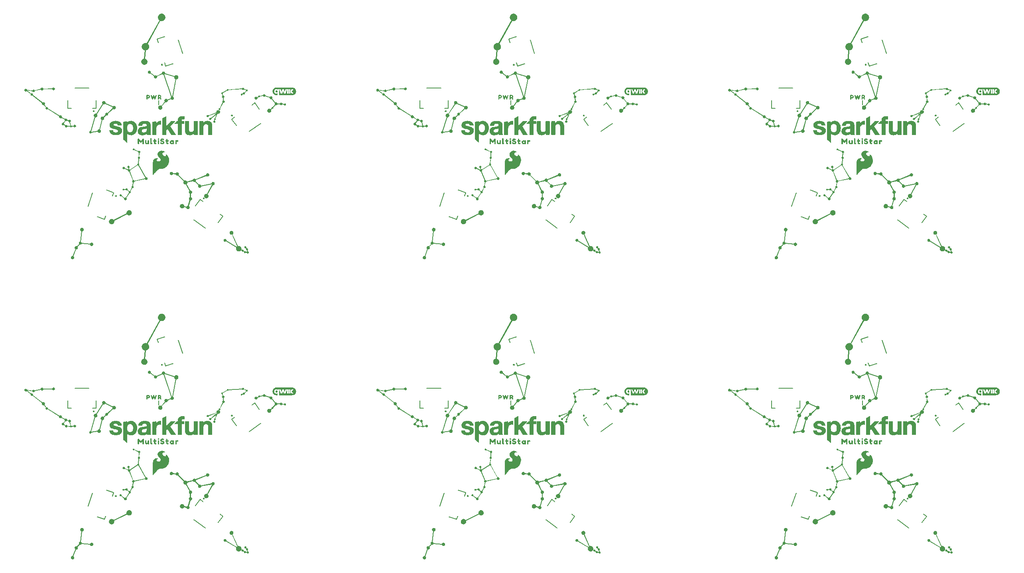
<source format=gto>
G04 EAGLE Gerber RS-274X export*
G75*
%MOMM*%
%FSLAX34Y34*%
%LPD*%
%INSilkscreen Top*%
%IPPOS*%
%AMOC8*
5,1,8,0,0,1.08239X$1,22.5*%
G01*
%ADD10C,0.203200*%

G36*
X1682712Y942508D02*
X1682712Y942508D01*
X1682737Y942514D01*
X1682770Y942513D01*
X1683020Y942545D01*
X1683049Y942555D01*
X1683091Y942559D01*
X1683441Y942657D01*
X1683471Y942673D01*
X1683517Y942685D01*
X1683821Y942827D01*
X1683848Y942848D01*
X1683891Y942868D01*
X1684191Y943073D01*
X1684215Y943098D01*
X1684255Y943125D01*
X1684497Y943357D01*
X1684517Y943386D01*
X1684552Y943419D01*
X1684768Y943711D01*
X1684783Y943742D01*
X1684812Y943781D01*
X1684965Y944079D01*
X1684974Y944111D01*
X1684995Y944151D01*
X1685099Y944470D01*
X1685103Y944502D01*
X1685118Y944544D01*
X1685121Y944563D01*
X1697558Y946252D01*
X1697677Y945974D01*
X1697689Y945957D01*
X1697697Y945932D01*
X1697818Y945711D01*
X1697830Y945695D01*
X1697840Y945673D01*
X1697980Y945463D01*
X1697993Y945450D01*
X1698005Y945428D01*
X1698196Y945188D01*
X1698212Y945175D01*
X1698226Y945154D01*
X1698419Y944952D01*
X1698435Y944941D01*
X1698450Y944922D01*
X1698660Y944737D01*
X1698677Y944727D01*
X1698693Y944710D01*
X1698918Y944544D01*
X1698936Y944536D01*
X1698954Y944520D01*
X1699193Y944374D01*
X1699211Y944367D01*
X1699232Y944352D01*
X1699508Y944216D01*
X1699527Y944211D01*
X1699549Y944198D01*
X1699810Y944097D01*
X1699829Y944093D01*
X1699852Y944082D01*
X1700148Y943998D01*
X1700167Y943996D01*
X1700191Y943987D01*
X1700466Y943934D01*
X1700485Y943935D01*
X1700510Y943928D01*
X1700816Y943897D01*
X1700835Y943899D01*
X1700860Y943894D01*
X1701140Y943891D01*
X1701159Y943895D01*
X1701183Y943893D01*
X1701462Y943914D01*
X1701484Y943920D01*
X1701515Y943921D01*
X1701927Y943997D01*
X1701953Y944007D01*
X1701990Y944012D01*
X1702389Y944141D01*
X1702413Y944155D01*
X1702449Y944165D01*
X1702828Y944344D01*
X1702850Y944360D01*
X1702883Y944375D01*
X1703237Y944600D01*
X1703257Y944620D01*
X1703288Y944638D01*
X1703610Y944907D01*
X1703627Y944929D01*
X1703656Y944951D01*
X1703941Y945259D01*
X1703955Y945282D01*
X1703980Y945307D01*
X1704208Y945626D01*
X1704219Y945651D01*
X1704241Y945679D01*
X1704440Y946048D01*
X1704448Y946072D01*
X1704465Y946100D01*
X1704589Y946411D01*
X1704593Y946434D01*
X1704606Y946460D01*
X1704697Y946782D01*
X1704699Y946805D01*
X1704709Y946832D01*
X1704767Y947162D01*
X1704767Y947184D01*
X1704774Y947211D01*
X1704797Y947518D01*
X1704794Y947539D01*
X1704799Y947567D01*
X1704791Y947902D01*
X1704786Y947924D01*
X1704788Y947953D01*
X1704746Y948286D01*
X1704739Y948307D01*
X1704737Y948335D01*
X1704669Y948635D01*
X1704660Y948655D01*
X1704656Y948683D01*
X1704549Y949001D01*
X1704538Y949021D01*
X1704531Y949049D01*
X1704392Y949354D01*
X1704379Y949373D01*
X1704368Y949400D01*
X1704199Y949689D01*
X1704184Y949706D01*
X1704171Y949732D01*
X1703973Y950003D01*
X1703957Y950018D01*
X1703942Y950042D01*
X1703737Y950271D01*
X1703718Y950284D01*
X1703700Y950307D01*
X1703430Y950551D01*
X1703411Y950563D01*
X1703390Y950584D01*
X1703142Y950766D01*
X1703123Y950774D01*
X1703103Y950792D01*
X1702840Y950948D01*
X1708054Y971130D01*
X1708260Y971125D01*
X1708290Y971131D01*
X1708331Y971129D01*
X1708802Y971185D01*
X1708832Y971195D01*
X1708875Y971200D01*
X1709333Y971325D01*
X1709361Y971339D01*
X1709402Y971349D01*
X1709812Y971530D01*
X1709837Y971548D01*
X1709877Y971565D01*
X1710278Y971818D01*
X1710301Y971840D01*
X1710337Y971861D01*
X1710698Y972171D01*
X1710717Y972195D01*
X1710749Y972222D01*
X1711061Y972581D01*
X1711076Y972607D01*
X1711104Y972638D01*
X1711346Y973013D01*
X1711357Y973042D01*
X1711380Y973075D01*
X1711579Y973507D01*
X1711585Y973536D01*
X1711603Y973573D01*
X1711731Y974001D01*
X1711734Y974031D01*
X1711747Y974070D01*
X1711817Y974539D01*
X1711816Y974570D01*
X1711823Y974612D01*
X1711825Y975087D01*
X1711819Y975117D01*
X1711820Y975159D01*
X1711753Y975630D01*
X1711742Y975659D01*
X1711737Y975701D01*
X1711602Y976157D01*
X1711587Y976185D01*
X1711575Y976227D01*
X1711361Y976682D01*
X1711346Y976702D01*
X1711334Y976731D01*
X1711324Y976748D01*
X1715796Y981098D01*
X1715826Y981079D01*
X1715860Y981068D01*
X1715903Y981042D01*
X1716293Y980891D01*
X1716328Y980885D01*
X1716375Y980867D01*
X1716785Y980784D01*
X1716821Y980784D01*
X1716870Y980774D01*
X1717289Y980762D01*
X1717324Y980769D01*
X1717375Y980767D01*
X1717789Y980828D01*
X1717823Y980840D01*
X1717874Y980847D01*
X1718272Y980979D01*
X1718284Y980986D01*
X1718294Y980988D01*
X1718310Y980999D01*
X1718351Y981013D01*
X1718721Y981210D01*
X1718747Y981232D01*
X1718789Y981255D01*
X1719100Y981493D01*
X1719122Y981519D01*
X1719161Y981549D01*
X1719446Y981856D01*
X1719465Y981887D01*
X1719499Y981924D01*
X1719727Y982276D01*
X1719740Y982309D01*
X1719768Y982352D01*
X1719932Y982737D01*
X1719936Y982757D01*
X1719941Y982766D01*
X1719945Y982785D01*
X1719959Y982818D01*
X1720055Y983226D01*
X1720056Y983262D01*
X1720067Y983310D01*
X1720093Y983729D01*
X1720088Y983764D01*
X1720090Y983814D01*
X1720044Y984231D01*
X1720033Y984264D01*
X1720028Y984312D01*
X1719921Y984688D01*
X1719908Y984714D01*
X1719899Y984750D01*
X1719849Y984866D01*
X1730720Y994502D01*
X1730948Y994357D01*
X1730966Y994350D01*
X1730986Y994335D01*
X1731234Y994206D01*
X1731254Y994200D01*
X1731277Y994186D01*
X1731588Y994060D01*
X1731609Y994056D01*
X1731633Y994044D01*
X1731928Y993957D01*
X1731948Y993955D01*
X1731972Y993946D01*
X1732246Y993891D01*
X1732266Y993891D01*
X1732290Y993884D01*
X1732596Y993850D01*
X1732617Y993852D01*
X1732643Y993847D01*
X1732951Y993843D01*
X1732971Y993847D01*
X1732998Y993845D01*
X1733304Y993869D01*
X1733325Y993875D01*
X1733352Y993876D01*
X1733655Y993930D01*
X1733673Y993937D01*
X1733699Y993940D01*
X1733969Y994014D01*
X1733987Y994023D01*
X1734013Y994028D01*
X1734300Y994136D01*
X1734318Y994147D01*
X1734344Y994155D01*
X1734620Y994290D01*
X1734637Y994303D01*
X1734662Y994313D01*
X1734924Y994474D01*
X1734939Y994488D01*
X1734962Y994500D01*
X1735208Y994684D01*
X1735222Y994700D01*
X1735244Y994714D01*
X1735472Y994921D01*
X1735484Y994937D01*
X1735504Y994953D01*
X1735693Y995159D01*
X1735703Y995175D01*
X1735721Y995192D01*
X1735892Y995413D01*
X1735900Y995430D01*
X1735917Y995448D01*
X1736068Y995684D01*
X1736075Y995702D01*
X1736089Y995721D01*
X1736219Y995968D01*
X1736225Y995986D01*
X1736238Y996007D01*
X1736346Y996264D01*
X1736350Y996283D01*
X1736361Y996304D01*
X1736447Y996570D01*
X1736449Y996589D01*
X1736459Y996611D01*
X1736522Y996884D01*
X1736522Y996903D01*
X1736530Y996926D01*
X1736570Y997202D01*
X1736569Y997221D01*
X1736574Y997245D01*
X1736590Y997524D01*
X1736587Y997543D01*
X1736591Y997567D01*
X1736583Y997846D01*
X1736578Y997865D01*
X1736580Y997889D01*
X1736548Y998167D01*
X1736542Y998185D01*
X1736541Y998209D01*
X1736486Y998483D01*
X1736478Y998501D01*
X1736475Y998525D01*
X1736396Y998793D01*
X1736387Y998810D01*
X1736382Y998834D01*
X1736280Y999094D01*
X1736268Y999114D01*
X1736264Y999131D01*
X1736258Y999138D01*
X1736254Y999150D01*
X1736001Y999617D01*
X1735981Y999641D01*
X1735962Y999678D01*
X1735712Y1000014D01*
X1735691Y1000032D01*
X1735672Y1000061D01*
X1735400Y1000343D01*
X1735378Y1000358D01*
X1735354Y1000385D01*
X1735029Y1000649D01*
X1735005Y1000661D01*
X1734978Y1000685D01*
X1734645Y1000891D01*
X1734621Y1000900D01*
X1734592Y1000920D01*
X1734238Y1001085D01*
X1734211Y1001091D01*
X1734180Y1001107D01*
X1733781Y1001236D01*
X1733754Y1001239D01*
X1733721Y1001251D01*
X1733337Y1001324D01*
X1733310Y1001323D01*
X1733275Y1001331D01*
X1732857Y1001358D01*
X1732829Y1001354D01*
X1732793Y1001358D01*
X1732375Y1001331D01*
X1732348Y1001324D01*
X1732313Y1001323D01*
X1731928Y1001249D01*
X1731903Y1001239D01*
X1731868Y1001234D01*
X1731469Y1001104D01*
X1731446Y1001091D01*
X1731411Y1001081D01*
X1731057Y1000914D01*
X1731036Y1000899D01*
X1731005Y1000886D01*
X1730673Y1000678D01*
X1730654Y1000660D01*
X1730624Y1000643D01*
X1730320Y1000397D01*
X1730303Y1000376D01*
X1730275Y1000355D01*
X1730003Y1000074D01*
X1729989Y1000053D01*
X1729965Y1000030D01*
X1729943Y1000001D01*
X1714568Y1007379D01*
X1714609Y1007630D01*
X1714608Y1007658D01*
X1714616Y1007694D01*
X1714632Y1008197D01*
X1714628Y1008223D01*
X1714631Y1008258D01*
X1714608Y1008509D01*
X1714603Y1008527D01*
X1714602Y1008552D01*
X1714553Y1008827D01*
X1714546Y1008846D01*
X1714543Y1008872D01*
X1714469Y1009142D01*
X1714460Y1009159D01*
X1714455Y1009184D01*
X1714367Y1009419D01*
X1714356Y1009436D01*
X1714349Y1009460D01*
X1714228Y1009712D01*
X1714217Y1009728D01*
X1714208Y1009751D01*
X1714080Y1009967D01*
X1714067Y1009982D01*
X1714056Y1010003D01*
X1713894Y1010231D01*
X1713879Y1010245D01*
X1713866Y1010266D01*
X1713683Y1010478D01*
X1713668Y1010490D01*
X1713653Y1010510D01*
X1713473Y1010685D01*
X1713457Y1010696D01*
X1713441Y1010714D01*
X1713224Y1010891D01*
X1713207Y1010900D01*
X1713190Y1010917D01*
X1712982Y1011059D01*
X1712964Y1011067D01*
X1712945Y1011082D01*
X1712701Y1011219D01*
X1712675Y1011227D01*
X1712644Y1011247D01*
X1712178Y1011435D01*
X1712145Y1011441D01*
X1712102Y1011459D01*
X1711639Y1011565D01*
X1711607Y1011566D01*
X1711564Y1011577D01*
X1711090Y1011611D01*
X1711057Y1011607D01*
X1711010Y1011610D01*
X1710510Y1011567D01*
X1710477Y1011557D01*
X1710431Y1011553D01*
X1709970Y1011437D01*
X1709940Y1011423D01*
X1709894Y1011412D01*
X1709433Y1011212D01*
X1709405Y1011193D01*
X1709363Y1011175D01*
X1708962Y1010921D01*
X1708939Y1010898D01*
X1708901Y1010875D01*
X1708543Y1010562D01*
X1708526Y1010540D01*
X1708498Y1010517D01*
X1708294Y1010287D01*
X1708283Y1010267D01*
X1708263Y1010247D01*
X1708084Y1009998D01*
X1708075Y1009977D01*
X1708056Y1009955D01*
X1707903Y1009689D01*
X1707896Y1009667D01*
X1707879Y1009642D01*
X1707743Y1009336D01*
X1707738Y1009313D01*
X1707725Y1009287D01*
X1707630Y1008994D01*
X1707627Y1008973D01*
X1707617Y1008947D01*
X1707552Y1008646D01*
X1707551Y1008624D01*
X1707544Y1008597D01*
X1707508Y1008292D01*
X1707510Y1008269D01*
X1707505Y1008239D01*
X1707502Y1007904D01*
X1707503Y1007897D01*
X1707502Y1007891D01*
X1707506Y1007876D01*
X1707504Y1007852D01*
X1707533Y1007546D01*
X1707540Y1007524D01*
X1707540Y1007496D01*
X1707600Y1007194D01*
X1707609Y1007174D01*
X1707612Y1007146D01*
X1707702Y1006852D01*
X1707713Y1006832D01*
X1707719Y1006804D01*
X1707838Y1006521D01*
X1707850Y1006503D01*
X1707859Y1006477D01*
X1707991Y1006231D01*
X1708004Y1006215D01*
X1708015Y1006191D01*
X1708169Y1005958D01*
X1708187Y1005940D01*
X1708204Y1005912D01*
X1708421Y1005656D01*
X1708429Y1005650D01*
X1694751Y984567D01*
X1694730Y984576D01*
X1694379Y984667D01*
X1694356Y984668D01*
X1694329Y984677D01*
X1693998Y984727D01*
X1693976Y984726D01*
X1693950Y984732D01*
X1693615Y984751D01*
X1693594Y984748D01*
X1693566Y984751D01*
X1693231Y984737D01*
X1693210Y984732D01*
X1693182Y984733D01*
X1692850Y984686D01*
X1692830Y984679D01*
X1692802Y984677D01*
X1692476Y984598D01*
X1692456Y984589D01*
X1692429Y984584D01*
X1692112Y984474D01*
X1692094Y984463D01*
X1692067Y984455D01*
X1691762Y984314D01*
X1691745Y984302D01*
X1691720Y984292D01*
X1691430Y984122D01*
X1691415Y984108D01*
X1691390Y984096D01*
X1691119Y983899D01*
X1691104Y983882D01*
X1691080Y983867D01*
X1690808Y983625D01*
X1690795Y983607D01*
X1690772Y983590D01*
X1690546Y983342D01*
X1690534Y983323D01*
X1690514Y983304D01*
X1690313Y983036D01*
X1690304Y983016D01*
X1690286Y982995D01*
X1690112Y982708D01*
X1690105Y982688D01*
X1690089Y982666D01*
X1689944Y982363D01*
X1689939Y982342D01*
X1689925Y982318D01*
X1689810Y982003D01*
X1689807Y981983D01*
X1689796Y981959D01*
X1689718Y981662D01*
X1689717Y981642D01*
X1689708Y981618D01*
X1689657Y981315D01*
X1689657Y981295D01*
X1689651Y981269D01*
X1689625Y980935D01*
X1689628Y980914D01*
X1689624Y980888D01*
X1689629Y980581D01*
X1689634Y980561D01*
X1689632Y980537D01*
X1689665Y980231D01*
X1689671Y980211D01*
X1689672Y980184D01*
X1689738Y979855D01*
X1689746Y979836D01*
X1689750Y979810D01*
X1689839Y979516D01*
X1689849Y979497D01*
X1689855Y979472D01*
X1689981Y979161D01*
X1689993Y979144D01*
X1690001Y979119D01*
X1690143Y978846D01*
X1690156Y978831D01*
X1690166Y978808D01*
X1690331Y978549D01*
X1690346Y978534D01*
X1690358Y978511D01*
X1690548Y978269D01*
X1690564Y978255D01*
X1690579Y978232D01*
X1690790Y978009D01*
X1690807Y977997D01*
X1690823Y977977D01*
X1691054Y977774D01*
X1691071Y977765D01*
X1691087Y977748D01*
X1691312Y977582D01*
X1691326Y977575D01*
X1691341Y977562D01*
X1691347Y977558D01*
X1682387Y947761D01*
X1682339Y947760D01*
X1682309Y947754D01*
X1682266Y947754D01*
X1681936Y947698D01*
X1681903Y947686D01*
X1681855Y947678D01*
X1681512Y947559D01*
X1681481Y947541D01*
X1681435Y947525D01*
X1681141Y947364D01*
X1681115Y947341D01*
X1681072Y947318D01*
X1680787Y947094D01*
X1680764Y947067D01*
X1680725Y947036D01*
X1680482Y946766D01*
X1680464Y946736D01*
X1680430Y946698D01*
X1680236Y946391D01*
X1680224Y946358D01*
X1680197Y946316D01*
X1680059Y945980D01*
X1680052Y945949D01*
X1680035Y945909D01*
X1679968Y945638D01*
X1679967Y945608D01*
X1679956Y945571D01*
X1679924Y945265D01*
X1679927Y945235D01*
X1679921Y945194D01*
X1679933Y944886D01*
X1679940Y944856D01*
X1679941Y944815D01*
X1679996Y944512D01*
X1680008Y944484D01*
X1680014Y944442D01*
X1680113Y944151D01*
X1680128Y944126D01*
X1680140Y944088D01*
X1680265Y943838D01*
X1680283Y943815D01*
X1680299Y943780D01*
X1680473Y943526D01*
X1680494Y943506D01*
X1680515Y943473D01*
X1680703Y943266D01*
X1680725Y943250D01*
X1680748Y943222D01*
X1680939Y943058D01*
X1680962Y943046D01*
X1680986Y943023D01*
X1681195Y942883D01*
X1681219Y942873D01*
X1681246Y942853D01*
X1681470Y942739D01*
X1681495Y942732D01*
X1681524Y942715D01*
X1681760Y942628D01*
X1681785Y942624D01*
X1681816Y942611D01*
X1682060Y942552D01*
X1682087Y942551D01*
X1682121Y942541D01*
X1682398Y942509D01*
X1682425Y942511D01*
X1682460Y942506D01*
X1682712Y942508D01*
G37*
G36*
X935596Y304511D02*
X935596Y304511D01*
X935621Y304517D01*
X935655Y304515D01*
X935904Y304547D01*
X935934Y304557D01*
X935975Y304562D01*
X936325Y304660D01*
X936356Y304676D01*
X936402Y304688D01*
X936705Y304830D01*
X936733Y304851D01*
X936776Y304871D01*
X937076Y305076D01*
X937100Y305100D01*
X937139Y305128D01*
X937381Y305360D01*
X937401Y305388D01*
X937436Y305422D01*
X937653Y305713D01*
X937667Y305745D01*
X937696Y305784D01*
X937849Y306082D01*
X937858Y306114D01*
X937879Y306154D01*
X937984Y306473D01*
X937988Y306505D01*
X938002Y306547D01*
X938005Y306566D01*
X950443Y308255D01*
X950561Y307977D01*
X950573Y307960D01*
X950582Y307935D01*
X950702Y307713D01*
X950715Y307698D01*
X950725Y307675D01*
X950864Y307466D01*
X950878Y307452D01*
X950889Y307431D01*
X951081Y307191D01*
X951096Y307178D01*
X951110Y307157D01*
X951303Y306954D01*
X951319Y306944D01*
X951335Y306925D01*
X951544Y306740D01*
X951561Y306730D01*
X951578Y306713D01*
X951803Y306547D01*
X951820Y306539D01*
X951839Y306523D01*
X952077Y306377D01*
X952096Y306370D01*
X952116Y306355D01*
X952392Y306219D01*
X952411Y306213D01*
X952433Y306200D01*
X952694Y306099D01*
X952714Y306096D01*
X952736Y306085D01*
X953032Y306000D01*
X953052Y305999D01*
X953075Y305990D01*
X953350Y305937D01*
X953370Y305937D01*
X953394Y305931D01*
X953700Y305900D01*
X953720Y305902D01*
X953745Y305897D01*
X954024Y305894D01*
X954043Y305898D01*
X954067Y305896D01*
X954346Y305916D01*
X954369Y305923D01*
X954399Y305923D01*
X954812Y306000D01*
X954838Y306010D01*
X954874Y306015D01*
X955273Y306144D01*
X955298Y306158D01*
X955333Y306168D01*
X955712Y306347D01*
X955734Y306363D01*
X955768Y306377D01*
X956121Y306603D01*
X956141Y306622D01*
X956172Y306641D01*
X956494Y306910D01*
X956512Y306931D01*
X956541Y306954D01*
X956825Y307262D01*
X956839Y307285D01*
X956865Y307310D01*
X957092Y307629D01*
X957103Y307654D01*
X957125Y307682D01*
X957325Y308050D01*
X957332Y308074D01*
X957349Y308103D01*
X957473Y308414D01*
X957478Y308436D01*
X957490Y308463D01*
X957582Y308785D01*
X957584Y308808D01*
X957593Y308835D01*
X957652Y309165D01*
X957651Y309187D01*
X957658Y309214D01*
X957682Y309521D01*
X957679Y309542D01*
X957683Y309570D01*
X957676Y309905D01*
X957671Y309927D01*
X957672Y309956D01*
X957630Y310289D01*
X957623Y310310D01*
X957622Y310338D01*
X957554Y310638D01*
X957545Y310658D01*
X957540Y310685D01*
X957434Y311004D01*
X957422Y311023D01*
X957415Y311052D01*
X957276Y311357D01*
X957263Y311376D01*
X957253Y311403D01*
X957083Y311692D01*
X957068Y311709D01*
X957055Y311735D01*
X956858Y312006D01*
X956841Y312021D01*
X956826Y312045D01*
X956621Y312273D01*
X956602Y312287D01*
X956584Y312310D01*
X956315Y312554D01*
X956295Y312566D01*
X956274Y312587D01*
X956026Y312769D01*
X956007Y312777D01*
X955987Y312794D01*
X955724Y312951D01*
X960939Y333133D01*
X961144Y333128D01*
X961174Y333134D01*
X961215Y333132D01*
X961687Y333188D01*
X961717Y333198D01*
X961759Y333202D01*
X962217Y333328D01*
X962245Y333342D01*
X962287Y333352D01*
X962696Y333533D01*
X962722Y333551D01*
X962761Y333567D01*
X963163Y333821D01*
X963185Y333842D01*
X963221Y333864D01*
X963582Y334173D01*
X963601Y334198D01*
X963634Y334225D01*
X963945Y334583D01*
X963960Y334610D01*
X963988Y334640D01*
X964230Y335016D01*
X964241Y335044D01*
X964264Y335078D01*
X964463Y335510D01*
X964470Y335539D01*
X964488Y335575D01*
X964616Y336004D01*
X964618Y336034D01*
X964631Y336072D01*
X964702Y336542D01*
X964700Y336573D01*
X964707Y336614D01*
X964709Y337089D01*
X964703Y337120D01*
X964704Y337162D01*
X964637Y337632D01*
X964626Y337662D01*
X964621Y337704D01*
X964486Y338159D01*
X964471Y338188D01*
X964459Y338230D01*
X964245Y338685D01*
X964231Y338705D01*
X964219Y338734D01*
X964208Y338751D01*
X968680Y343100D01*
X968711Y343082D01*
X968744Y343070D01*
X968787Y343045D01*
X969178Y342894D01*
X969213Y342888D01*
X969259Y342870D01*
X969670Y342787D01*
X969705Y342787D01*
X969754Y342777D01*
X970173Y342765D01*
X970209Y342771D01*
X970259Y342770D01*
X970674Y342830D01*
X970708Y342843D01*
X970758Y342850D01*
X971156Y342981D01*
X971169Y342989D01*
X971178Y342991D01*
X971195Y343002D01*
X971236Y343015D01*
X971605Y343213D01*
X971632Y343235D01*
X971674Y343257D01*
X971984Y343496D01*
X972007Y343522D01*
X972045Y343552D01*
X972330Y343859D01*
X972349Y343890D01*
X972383Y343927D01*
X972612Y344278D01*
X972625Y344312D01*
X972652Y344355D01*
X972816Y344740D01*
X972820Y344760D01*
X972826Y344768D01*
X972829Y344788D01*
X972843Y344821D01*
X972939Y345229D01*
X972940Y345265D01*
X972951Y345313D01*
X972977Y345731D01*
X972972Y345767D01*
X972975Y345817D01*
X972928Y346233D01*
X972918Y346267D01*
X972912Y346315D01*
X972805Y346691D01*
X972792Y346716D01*
X972783Y346753D01*
X972733Y346869D01*
X983605Y356505D01*
X983832Y356360D01*
X983851Y356353D01*
X983871Y356338D01*
X984119Y356209D01*
X984139Y356203D01*
X984161Y356189D01*
X984472Y356063D01*
X984493Y356059D01*
X984518Y356047D01*
X984813Y355959D01*
X984833Y355958D01*
X984856Y355949D01*
X985130Y355894D01*
X985150Y355894D01*
X985174Y355887D01*
X985480Y355853D01*
X985501Y355855D01*
X985527Y355850D01*
X985835Y355846D01*
X985856Y355850D01*
X985882Y355847D01*
X986189Y355872D01*
X986209Y355878D01*
X986236Y355878D01*
X986539Y355932D01*
X986558Y355940D01*
X986584Y355942D01*
X986853Y356017D01*
X986871Y356026D01*
X986897Y356031D01*
X987185Y356139D01*
X987203Y356150D01*
X987228Y356158D01*
X987505Y356293D01*
X987521Y356306D01*
X987546Y356316D01*
X987808Y356477D01*
X987823Y356491D01*
X987846Y356503D01*
X988092Y356687D01*
X988106Y356703D01*
X988129Y356717D01*
X988356Y356924D01*
X988368Y356940D01*
X988388Y356956D01*
X988578Y357161D01*
X988588Y357178D01*
X988606Y357194D01*
X988776Y357416D01*
X988785Y357433D01*
X988801Y357451D01*
X988952Y357687D01*
X988959Y357704D01*
X988974Y357724D01*
X989104Y357971D01*
X989109Y357989D01*
X989122Y358009D01*
X989231Y358267D01*
X989234Y358286D01*
X989246Y358307D01*
X989332Y358573D01*
X989334Y358592D01*
X989343Y358614D01*
X989406Y358886D01*
X989407Y358905D01*
X989414Y358928D01*
X989454Y359205D01*
X989453Y359224D01*
X989458Y359247D01*
X989474Y359527D01*
X989472Y359546D01*
X989475Y359569D01*
X989467Y359849D01*
X989463Y359868D01*
X989464Y359892D01*
X989432Y360169D01*
X989426Y360188D01*
X989425Y360212D01*
X989370Y360486D01*
X989362Y360504D01*
X989360Y360528D01*
X989280Y360796D01*
X989271Y360813D01*
X989267Y360837D01*
X989165Y361097D01*
X989152Y361117D01*
X989148Y361134D01*
X989143Y361141D01*
X989139Y361153D01*
X988885Y361620D01*
X988866Y361643D01*
X988847Y361680D01*
X988596Y362016D01*
X988576Y362034D01*
X988556Y362064D01*
X988285Y362346D01*
X988262Y362361D01*
X988239Y362388D01*
X987913Y362652D01*
X987889Y362664D01*
X987862Y362688D01*
X987530Y362894D01*
X987505Y362903D01*
X987477Y362923D01*
X987122Y363088D01*
X987096Y363094D01*
X987064Y363110D01*
X986665Y363238D01*
X986638Y363241D01*
X986605Y363254D01*
X986221Y363327D01*
X986194Y363326D01*
X986160Y363334D01*
X985741Y363361D01*
X985714Y363357D01*
X985677Y363361D01*
X985259Y363334D01*
X985233Y363327D01*
X985197Y363326D01*
X984813Y363252D01*
X984788Y363242D01*
X984752Y363237D01*
X984354Y363107D01*
X984330Y363093D01*
X984296Y363084D01*
X983942Y362917D01*
X983921Y362902D01*
X983889Y362889D01*
X983558Y362681D01*
X983538Y362663D01*
X983508Y362646D01*
X983204Y362399D01*
X983187Y362379D01*
X983159Y362358D01*
X982887Y362077D01*
X982874Y362055D01*
X982850Y362033D01*
X982827Y362003D01*
X967452Y369382D01*
X967494Y369633D01*
X967493Y369661D01*
X967500Y369697D01*
X967517Y370200D01*
X967512Y370226D01*
X967515Y370261D01*
X967493Y370511D01*
X967487Y370530D01*
X967487Y370555D01*
X967438Y370830D01*
X967430Y370849D01*
X967427Y370875D01*
X967353Y371145D01*
X967344Y371162D01*
X967339Y371187D01*
X967251Y371422D01*
X967241Y371439D01*
X967234Y371463D01*
X967113Y371715D01*
X967101Y371731D01*
X967092Y371754D01*
X966964Y371970D01*
X966951Y371984D01*
X966941Y372006D01*
X966778Y372234D01*
X966763Y372247D01*
X966750Y372269D01*
X966567Y372481D01*
X966552Y372493D01*
X966538Y372513D01*
X966358Y372688D01*
X966341Y372699D01*
X966325Y372717D01*
X966109Y372894D01*
X966092Y372903D01*
X966074Y372920D01*
X965866Y373062D01*
X965848Y373070D01*
X965829Y373085D01*
X965586Y373222D01*
X965559Y373230D01*
X965528Y373249D01*
X965062Y373438D01*
X965029Y373444D01*
X964987Y373462D01*
X964524Y373568D01*
X964491Y373569D01*
X964448Y373580D01*
X963974Y373614D01*
X963941Y373609D01*
X963895Y373613D01*
X963394Y373569D01*
X963362Y373560D01*
X963315Y373556D01*
X962855Y373440D01*
X962824Y373425D01*
X962779Y373414D01*
X962317Y373215D01*
X962290Y373196D01*
X962247Y373178D01*
X961846Y372924D01*
X961823Y372901D01*
X961785Y372878D01*
X961428Y372565D01*
X961411Y372543D01*
X961382Y372520D01*
X961179Y372289D01*
X961168Y372270D01*
X961148Y372250D01*
X960968Y372000D01*
X960959Y371980D01*
X960941Y371958D01*
X960787Y371692D01*
X960780Y371670D01*
X960764Y371645D01*
X960628Y371338D01*
X960623Y371316D01*
X960609Y371290D01*
X960514Y370997D01*
X960512Y370975D01*
X960501Y370949D01*
X960436Y370649D01*
X960436Y370627D01*
X960428Y370600D01*
X960393Y370294D01*
X960395Y370271D01*
X960390Y370242D01*
X960386Y369907D01*
X960388Y369900D01*
X960387Y369894D01*
X960390Y369879D01*
X960388Y369855D01*
X960417Y369549D01*
X960424Y369527D01*
X960425Y369499D01*
X960485Y369197D01*
X960493Y369177D01*
X960497Y369149D01*
X960586Y368854D01*
X960597Y368835D01*
X960603Y368807D01*
X960722Y368523D01*
X960734Y368506D01*
X960743Y368480D01*
X960875Y368234D01*
X960888Y368218D01*
X960899Y368194D01*
X961053Y367961D01*
X961072Y367943D01*
X961089Y367914D01*
X961305Y367658D01*
X961313Y367652D01*
X947635Y346570D01*
X947615Y346579D01*
X947263Y346669D01*
X947241Y346671D01*
X947214Y346680D01*
X946882Y346730D01*
X946861Y346729D01*
X946834Y346735D01*
X946499Y346754D01*
X946478Y346751D01*
X946451Y346754D01*
X946115Y346740D01*
X946094Y346735D01*
X946067Y346736D01*
X945735Y346689D01*
X945714Y346682D01*
X945687Y346680D01*
X945361Y346601D01*
X945341Y346592D01*
X945313Y346587D01*
X944997Y346477D01*
X944978Y346466D01*
X944951Y346458D01*
X944647Y346317D01*
X944630Y346304D01*
X944604Y346295D01*
X944315Y346125D01*
X944299Y346110D01*
X944275Y346098D01*
X944003Y345901D01*
X943988Y345885D01*
X943964Y345870D01*
X943693Y345628D01*
X943679Y345610D01*
X943656Y345592D01*
X943430Y345345D01*
X943419Y345326D01*
X943399Y345307D01*
X943198Y345038D01*
X943188Y345019D01*
X943170Y344998D01*
X942997Y344711D01*
X942989Y344691D01*
X942973Y344668D01*
X942828Y344366D01*
X942823Y344345D01*
X942809Y344321D01*
X942694Y344006D01*
X942691Y343986D01*
X942680Y343962D01*
X942602Y343664D01*
X942601Y343645D01*
X942593Y343621D01*
X942541Y343318D01*
X942542Y343298D01*
X942535Y343272D01*
X942510Y342938D01*
X942512Y342917D01*
X942508Y342891D01*
X942514Y342584D01*
X942518Y342564D01*
X942516Y342539D01*
X942549Y342233D01*
X942555Y342214D01*
X942556Y342187D01*
X942623Y341858D01*
X942631Y341839D01*
X942634Y341813D01*
X942723Y341519D01*
X942733Y341500D01*
X942739Y341474D01*
X942866Y341164D01*
X942877Y341147D01*
X942885Y341121D01*
X943028Y340849D01*
X943040Y340834D01*
X943050Y340811D01*
X943216Y340552D01*
X943230Y340537D01*
X943243Y340514D01*
X943432Y340271D01*
X943448Y340258D01*
X943463Y340235D01*
X943675Y340012D01*
X943691Y340000D01*
X943708Y339980D01*
X943939Y339777D01*
X943955Y339768D01*
X943972Y339751D01*
X944196Y339585D01*
X944211Y339578D01*
X944225Y339565D01*
X944231Y339561D01*
X935272Y309764D01*
X935224Y309763D01*
X935193Y309756D01*
X935151Y309756D01*
X934820Y309701D01*
X934788Y309689D01*
X934740Y309681D01*
X934396Y309562D01*
X934366Y309544D01*
X934319Y309528D01*
X934025Y309367D01*
X933999Y309344D01*
X933957Y309321D01*
X933671Y309097D01*
X933648Y309070D01*
X933609Y309039D01*
X933366Y308769D01*
X933348Y308738D01*
X933315Y308701D01*
X933121Y308394D01*
X933108Y308361D01*
X933082Y308319D01*
X932943Y307983D01*
X932937Y307952D01*
X932920Y307912D01*
X932852Y307641D01*
X932851Y307611D01*
X932841Y307574D01*
X932808Y307268D01*
X932811Y307237D01*
X932806Y307196D01*
X932817Y306889D01*
X932824Y306859D01*
X932825Y306818D01*
X932881Y306515D01*
X932892Y306486D01*
X932899Y306445D01*
X932998Y306154D01*
X933012Y306129D01*
X933024Y306091D01*
X933149Y305841D01*
X933167Y305818D01*
X933184Y305783D01*
X933357Y305529D01*
X933378Y305508D01*
X933400Y305475D01*
X933587Y305268D01*
X933609Y305252D01*
X933632Y305225D01*
X933823Y305061D01*
X933846Y305049D01*
X933870Y305025D01*
X934079Y304886D01*
X934103Y304876D01*
X934130Y304856D01*
X934354Y304741D01*
X934379Y304734D01*
X934408Y304718D01*
X934644Y304630D01*
X934669Y304627D01*
X934700Y304613D01*
X934945Y304554D01*
X934971Y304553D01*
X935005Y304544D01*
X935283Y304512D01*
X935310Y304514D01*
X935345Y304509D01*
X935596Y304511D01*
G37*
G36*
X1682712Y304511D02*
X1682712Y304511D01*
X1682737Y304517D01*
X1682770Y304515D01*
X1683020Y304547D01*
X1683049Y304557D01*
X1683091Y304562D01*
X1683441Y304660D01*
X1683471Y304676D01*
X1683517Y304688D01*
X1683821Y304830D01*
X1683848Y304851D01*
X1683891Y304871D01*
X1684191Y305076D01*
X1684215Y305100D01*
X1684255Y305128D01*
X1684497Y305360D01*
X1684517Y305388D01*
X1684552Y305422D01*
X1684768Y305713D01*
X1684783Y305745D01*
X1684812Y305784D01*
X1684965Y306082D01*
X1684974Y306114D01*
X1684995Y306154D01*
X1685099Y306473D01*
X1685103Y306505D01*
X1685118Y306547D01*
X1685121Y306566D01*
X1697558Y308255D01*
X1697677Y307977D01*
X1697689Y307960D01*
X1697697Y307935D01*
X1697818Y307713D01*
X1697830Y307698D01*
X1697840Y307675D01*
X1697980Y307466D01*
X1697993Y307452D01*
X1698005Y307431D01*
X1698196Y307191D01*
X1698212Y307178D01*
X1698226Y307157D01*
X1698419Y306954D01*
X1698435Y306944D01*
X1698450Y306925D01*
X1698660Y306740D01*
X1698677Y306730D01*
X1698693Y306713D01*
X1698918Y306547D01*
X1698936Y306539D01*
X1698954Y306523D01*
X1699193Y306377D01*
X1699211Y306370D01*
X1699232Y306355D01*
X1699508Y306219D01*
X1699527Y306213D01*
X1699549Y306200D01*
X1699810Y306099D01*
X1699829Y306096D01*
X1699852Y306085D01*
X1700148Y306000D01*
X1700167Y305999D01*
X1700191Y305990D01*
X1700466Y305937D01*
X1700485Y305937D01*
X1700510Y305931D01*
X1700816Y305900D01*
X1700835Y305902D01*
X1700860Y305897D01*
X1701140Y305894D01*
X1701159Y305898D01*
X1701183Y305896D01*
X1701462Y305916D01*
X1701484Y305923D01*
X1701515Y305923D01*
X1701927Y306000D01*
X1701953Y306010D01*
X1701990Y306015D01*
X1702389Y306144D01*
X1702413Y306158D01*
X1702449Y306168D01*
X1702828Y306347D01*
X1702850Y306363D01*
X1702883Y306377D01*
X1703237Y306603D01*
X1703257Y306622D01*
X1703288Y306641D01*
X1703610Y306910D01*
X1703627Y306931D01*
X1703656Y306954D01*
X1703941Y307262D01*
X1703955Y307285D01*
X1703980Y307310D01*
X1704208Y307629D01*
X1704219Y307654D01*
X1704241Y307682D01*
X1704440Y308050D01*
X1704448Y308074D01*
X1704465Y308103D01*
X1704589Y308414D01*
X1704593Y308436D01*
X1704606Y308463D01*
X1704697Y308785D01*
X1704699Y308808D01*
X1704709Y308835D01*
X1704767Y309165D01*
X1704767Y309187D01*
X1704774Y309214D01*
X1704797Y309521D01*
X1704794Y309542D01*
X1704799Y309570D01*
X1704791Y309905D01*
X1704786Y309927D01*
X1704788Y309956D01*
X1704746Y310289D01*
X1704739Y310310D01*
X1704737Y310338D01*
X1704669Y310638D01*
X1704660Y310658D01*
X1704656Y310685D01*
X1704549Y311004D01*
X1704538Y311023D01*
X1704531Y311052D01*
X1704392Y311357D01*
X1704379Y311376D01*
X1704368Y311403D01*
X1704199Y311692D01*
X1704184Y311709D01*
X1704171Y311735D01*
X1703973Y312006D01*
X1703957Y312021D01*
X1703942Y312045D01*
X1703737Y312273D01*
X1703718Y312287D01*
X1703700Y312310D01*
X1703430Y312554D01*
X1703411Y312566D01*
X1703390Y312587D01*
X1703142Y312769D01*
X1703123Y312777D01*
X1703103Y312794D01*
X1702840Y312951D01*
X1708054Y333133D01*
X1708260Y333128D01*
X1708290Y333134D01*
X1708331Y333132D01*
X1708802Y333188D01*
X1708832Y333198D01*
X1708875Y333202D01*
X1709333Y333328D01*
X1709361Y333342D01*
X1709402Y333352D01*
X1709812Y333533D01*
X1709837Y333551D01*
X1709877Y333567D01*
X1710278Y333821D01*
X1710301Y333842D01*
X1710337Y333864D01*
X1710698Y334173D01*
X1710717Y334198D01*
X1710749Y334225D01*
X1711061Y334583D01*
X1711076Y334610D01*
X1711104Y334640D01*
X1711346Y335016D01*
X1711357Y335044D01*
X1711380Y335078D01*
X1711579Y335510D01*
X1711585Y335539D01*
X1711603Y335575D01*
X1711731Y336004D01*
X1711734Y336034D01*
X1711747Y336072D01*
X1711817Y336542D01*
X1711816Y336573D01*
X1711823Y336614D01*
X1711825Y337089D01*
X1711819Y337120D01*
X1711820Y337162D01*
X1711753Y337632D01*
X1711742Y337662D01*
X1711737Y337704D01*
X1711602Y338159D01*
X1711587Y338188D01*
X1711575Y338230D01*
X1711361Y338685D01*
X1711346Y338705D01*
X1711334Y338734D01*
X1711324Y338751D01*
X1715796Y343100D01*
X1715826Y343082D01*
X1715860Y343070D01*
X1715903Y343045D01*
X1716293Y342894D01*
X1716328Y342888D01*
X1716375Y342870D01*
X1716785Y342787D01*
X1716821Y342787D01*
X1716870Y342777D01*
X1717289Y342765D01*
X1717324Y342771D01*
X1717375Y342770D01*
X1717789Y342830D01*
X1717823Y342843D01*
X1717874Y342850D01*
X1718272Y342981D01*
X1718284Y342989D01*
X1718294Y342991D01*
X1718310Y343002D01*
X1718351Y343015D01*
X1718721Y343213D01*
X1718747Y343235D01*
X1718789Y343257D01*
X1719100Y343496D01*
X1719122Y343522D01*
X1719161Y343552D01*
X1719446Y343859D01*
X1719465Y343890D01*
X1719499Y343927D01*
X1719727Y344278D01*
X1719740Y344312D01*
X1719768Y344355D01*
X1719932Y344740D01*
X1719936Y344760D01*
X1719941Y344768D01*
X1719945Y344788D01*
X1719959Y344821D01*
X1720055Y345229D01*
X1720056Y345265D01*
X1720067Y345313D01*
X1720093Y345731D01*
X1720088Y345767D01*
X1720090Y345817D01*
X1720044Y346233D01*
X1720033Y346267D01*
X1720028Y346315D01*
X1719921Y346691D01*
X1719908Y346716D01*
X1719899Y346753D01*
X1719849Y346869D01*
X1730720Y356505D01*
X1730948Y356360D01*
X1730966Y356353D01*
X1730986Y356338D01*
X1731234Y356209D01*
X1731254Y356203D01*
X1731277Y356189D01*
X1731588Y356063D01*
X1731609Y356059D01*
X1731633Y356047D01*
X1731928Y355959D01*
X1731948Y355958D01*
X1731972Y355949D01*
X1732246Y355894D01*
X1732266Y355894D01*
X1732290Y355887D01*
X1732596Y355853D01*
X1732617Y355855D01*
X1732643Y355850D01*
X1732951Y355846D01*
X1732971Y355850D01*
X1732998Y355847D01*
X1733304Y355872D01*
X1733325Y355878D01*
X1733352Y355878D01*
X1733655Y355932D01*
X1733673Y355940D01*
X1733699Y355942D01*
X1733969Y356017D01*
X1733987Y356026D01*
X1734013Y356031D01*
X1734300Y356139D01*
X1734318Y356150D01*
X1734344Y356158D01*
X1734620Y356293D01*
X1734637Y356306D01*
X1734662Y356316D01*
X1734924Y356477D01*
X1734939Y356491D01*
X1734962Y356503D01*
X1735208Y356687D01*
X1735222Y356703D01*
X1735244Y356717D01*
X1735472Y356924D01*
X1735484Y356940D01*
X1735504Y356956D01*
X1735693Y357161D01*
X1735703Y357178D01*
X1735721Y357194D01*
X1735892Y357416D01*
X1735900Y357433D01*
X1735917Y357451D01*
X1736068Y357687D01*
X1736075Y357704D01*
X1736089Y357724D01*
X1736219Y357971D01*
X1736225Y357989D01*
X1736238Y358009D01*
X1736346Y358267D01*
X1736350Y358286D01*
X1736361Y358307D01*
X1736447Y358573D01*
X1736449Y358592D01*
X1736459Y358614D01*
X1736522Y358886D01*
X1736522Y358905D01*
X1736530Y358928D01*
X1736570Y359205D01*
X1736569Y359224D01*
X1736574Y359247D01*
X1736590Y359527D01*
X1736587Y359546D01*
X1736591Y359569D01*
X1736583Y359849D01*
X1736578Y359868D01*
X1736580Y359892D01*
X1736548Y360169D01*
X1736542Y360188D01*
X1736541Y360212D01*
X1736486Y360486D01*
X1736478Y360504D01*
X1736475Y360528D01*
X1736396Y360796D01*
X1736387Y360813D01*
X1736382Y360837D01*
X1736280Y361097D01*
X1736268Y361117D01*
X1736264Y361134D01*
X1736258Y361141D01*
X1736254Y361153D01*
X1736001Y361620D01*
X1735981Y361643D01*
X1735962Y361680D01*
X1735712Y362016D01*
X1735691Y362034D01*
X1735672Y362064D01*
X1735400Y362346D01*
X1735378Y362361D01*
X1735354Y362388D01*
X1735029Y362652D01*
X1735005Y362664D01*
X1734978Y362688D01*
X1734645Y362894D01*
X1734621Y362903D01*
X1734592Y362923D01*
X1734238Y363088D01*
X1734211Y363094D01*
X1734180Y363110D01*
X1733781Y363238D01*
X1733754Y363241D01*
X1733721Y363254D01*
X1733337Y363327D01*
X1733310Y363326D01*
X1733275Y363334D01*
X1732857Y363361D01*
X1732829Y363357D01*
X1732793Y363361D01*
X1732375Y363334D01*
X1732348Y363327D01*
X1732313Y363326D01*
X1731928Y363252D01*
X1731903Y363242D01*
X1731868Y363237D01*
X1731469Y363107D01*
X1731446Y363093D01*
X1731411Y363084D01*
X1731057Y362917D01*
X1731036Y362902D01*
X1731005Y362889D01*
X1730673Y362681D01*
X1730654Y362663D01*
X1730624Y362646D01*
X1730320Y362399D01*
X1730303Y362379D01*
X1730275Y362358D01*
X1730003Y362077D01*
X1729989Y362055D01*
X1729965Y362033D01*
X1729943Y362003D01*
X1714568Y369382D01*
X1714609Y369633D01*
X1714608Y369661D01*
X1714616Y369697D01*
X1714632Y370200D01*
X1714628Y370226D01*
X1714631Y370261D01*
X1714608Y370511D01*
X1714603Y370530D01*
X1714602Y370555D01*
X1714553Y370830D01*
X1714546Y370849D01*
X1714543Y370875D01*
X1714469Y371145D01*
X1714460Y371162D01*
X1714455Y371187D01*
X1714367Y371422D01*
X1714356Y371439D01*
X1714349Y371463D01*
X1714228Y371715D01*
X1714217Y371731D01*
X1714208Y371754D01*
X1714080Y371970D01*
X1714067Y371984D01*
X1714056Y372006D01*
X1713894Y372234D01*
X1713879Y372247D01*
X1713866Y372269D01*
X1713683Y372481D01*
X1713668Y372493D01*
X1713653Y372513D01*
X1713473Y372688D01*
X1713457Y372699D01*
X1713441Y372717D01*
X1713224Y372894D01*
X1713207Y372903D01*
X1713190Y372920D01*
X1712982Y373062D01*
X1712964Y373070D01*
X1712945Y373085D01*
X1712701Y373222D01*
X1712675Y373230D01*
X1712644Y373249D01*
X1712178Y373438D01*
X1712145Y373444D01*
X1712102Y373462D01*
X1711639Y373568D01*
X1711607Y373569D01*
X1711564Y373580D01*
X1711090Y373614D01*
X1711057Y373609D01*
X1711010Y373613D01*
X1710510Y373569D01*
X1710477Y373560D01*
X1710431Y373556D01*
X1709970Y373440D01*
X1709940Y373425D01*
X1709894Y373414D01*
X1709433Y373215D01*
X1709405Y373196D01*
X1709363Y373178D01*
X1708962Y372924D01*
X1708939Y372901D01*
X1708901Y372878D01*
X1708543Y372565D01*
X1708526Y372543D01*
X1708498Y372520D01*
X1708294Y372289D01*
X1708283Y372270D01*
X1708263Y372250D01*
X1708084Y372000D01*
X1708075Y371980D01*
X1708056Y371958D01*
X1707903Y371692D01*
X1707896Y371670D01*
X1707879Y371645D01*
X1707743Y371338D01*
X1707738Y371316D01*
X1707725Y371290D01*
X1707630Y370997D01*
X1707627Y370975D01*
X1707617Y370949D01*
X1707552Y370649D01*
X1707551Y370627D01*
X1707544Y370600D01*
X1707508Y370294D01*
X1707510Y370271D01*
X1707505Y370242D01*
X1707502Y369907D01*
X1707503Y369900D01*
X1707502Y369894D01*
X1707506Y369879D01*
X1707504Y369855D01*
X1707533Y369549D01*
X1707540Y369527D01*
X1707540Y369499D01*
X1707600Y369197D01*
X1707609Y369177D01*
X1707612Y369149D01*
X1707702Y368854D01*
X1707713Y368835D01*
X1707719Y368807D01*
X1707838Y368523D01*
X1707850Y368506D01*
X1707859Y368480D01*
X1707991Y368234D01*
X1708004Y368218D01*
X1708015Y368194D01*
X1708169Y367961D01*
X1708187Y367943D01*
X1708204Y367914D01*
X1708421Y367658D01*
X1708429Y367652D01*
X1694751Y346570D01*
X1694730Y346579D01*
X1694379Y346669D01*
X1694356Y346671D01*
X1694329Y346680D01*
X1693998Y346730D01*
X1693976Y346729D01*
X1693950Y346735D01*
X1693615Y346754D01*
X1693594Y346751D01*
X1693566Y346754D01*
X1693231Y346740D01*
X1693210Y346735D01*
X1693182Y346736D01*
X1692850Y346689D01*
X1692830Y346682D01*
X1692802Y346680D01*
X1692476Y346601D01*
X1692456Y346592D01*
X1692429Y346587D01*
X1692112Y346477D01*
X1692094Y346466D01*
X1692067Y346458D01*
X1691762Y346317D01*
X1691745Y346304D01*
X1691720Y346295D01*
X1691430Y346125D01*
X1691415Y346110D01*
X1691390Y346098D01*
X1691119Y345901D01*
X1691104Y345885D01*
X1691080Y345870D01*
X1690808Y345628D01*
X1690795Y345610D01*
X1690772Y345592D01*
X1690546Y345345D01*
X1690534Y345326D01*
X1690514Y345307D01*
X1690313Y345038D01*
X1690304Y345019D01*
X1690286Y344998D01*
X1690112Y344711D01*
X1690105Y344691D01*
X1690089Y344668D01*
X1689944Y344366D01*
X1689939Y344345D01*
X1689925Y344321D01*
X1689810Y344006D01*
X1689807Y343986D01*
X1689796Y343962D01*
X1689718Y343664D01*
X1689717Y343645D01*
X1689708Y343621D01*
X1689657Y343318D01*
X1689657Y343298D01*
X1689651Y343272D01*
X1689625Y342938D01*
X1689628Y342917D01*
X1689624Y342891D01*
X1689629Y342584D01*
X1689634Y342564D01*
X1689632Y342539D01*
X1689665Y342233D01*
X1689671Y342214D01*
X1689672Y342187D01*
X1689738Y341858D01*
X1689746Y341839D01*
X1689750Y341813D01*
X1689839Y341519D01*
X1689849Y341500D01*
X1689855Y341474D01*
X1689981Y341164D01*
X1689993Y341147D01*
X1690001Y341121D01*
X1690143Y340849D01*
X1690156Y340834D01*
X1690166Y340811D01*
X1690331Y340552D01*
X1690346Y340537D01*
X1690358Y340514D01*
X1690548Y340271D01*
X1690564Y340258D01*
X1690579Y340235D01*
X1690790Y340012D01*
X1690807Y340000D01*
X1690823Y339980D01*
X1691054Y339777D01*
X1691071Y339768D01*
X1691087Y339751D01*
X1691312Y339585D01*
X1691326Y339578D01*
X1691341Y339565D01*
X1691347Y339561D01*
X1682387Y309764D01*
X1682339Y309763D01*
X1682309Y309756D01*
X1682266Y309756D01*
X1681936Y309701D01*
X1681903Y309689D01*
X1681855Y309681D01*
X1681512Y309562D01*
X1681481Y309544D01*
X1681435Y309528D01*
X1681141Y309367D01*
X1681115Y309344D01*
X1681072Y309321D01*
X1680787Y309097D01*
X1680764Y309070D01*
X1680725Y309039D01*
X1680482Y308769D01*
X1680464Y308738D01*
X1680430Y308701D01*
X1680236Y308394D01*
X1680224Y308361D01*
X1680197Y308319D01*
X1680059Y307983D01*
X1680052Y307952D01*
X1680035Y307912D01*
X1679968Y307641D01*
X1679967Y307611D01*
X1679956Y307574D01*
X1679924Y307268D01*
X1679927Y307237D01*
X1679921Y307196D01*
X1679933Y306889D01*
X1679940Y306859D01*
X1679941Y306818D01*
X1679996Y306515D01*
X1680008Y306486D01*
X1680014Y306445D01*
X1680113Y306154D01*
X1680128Y306129D01*
X1680140Y306091D01*
X1680265Y305841D01*
X1680283Y305818D01*
X1680299Y305783D01*
X1680473Y305529D01*
X1680494Y305508D01*
X1680515Y305475D01*
X1680703Y305268D01*
X1680725Y305252D01*
X1680748Y305225D01*
X1680939Y305061D01*
X1680962Y305049D01*
X1680986Y305025D01*
X1681195Y304886D01*
X1681219Y304876D01*
X1681246Y304856D01*
X1681470Y304741D01*
X1681495Y304734D01*
X1681524Y304718D01*
X1681760Y304630D01*
X1681785Y304627D01*
X1681816Y304613D01*
X1682060Y304554D01*
X1682087Y304553D01*
X1682121Y304544D01*
X1682398Y304512D01*
X1682425Y304514D01*
X1682460Y304509D01*
X1682712Y304511D01*
G37*
G36*
X188506Y942508D02*
X188506Y942508D01*
X188531Y942514D01*
X188565Y942513D01*
X188814Y942545D01*
X188843Y942555D01*
X188885Y942559D01*
X189235Y942657D01*
X189265Y942673D01*
X189311Y942685D01*
X189615Y942827D01*
X189643Y942848D01*
X189686Y942868D01*
X189985Y943073D01*
X190010Y943098D01*
X190049Y943125D01*
X190291Y943357D01*
X190311Y943386D01*
X190346Y943419D01*
X190562Y943711D01*
X190577Y943742D01*
X190606Y943781D01*
X190759Y944079D01*
X190768Y944111D01*
X190789Y944151D01*
X190894Y944470D01*
X190897Y944502D01*
X190912Y944544D01*
X190915Y944563D01*
X203353Y946252D01*
X203471Y945974D01*
X203483Y945957D01*
X203492Y945932D01*
X203612Y945711D01*
X203625Y945695D01*
X203635Y945673D01*
X203774Y945463D01*
X203787Y945450D01*
X203799Y945428D01*
X203991Y945188D01*
X204006Y945175D01*
X204020Y945154D01*
X204213Y944952D01*
X204229Y944941D01*
X204244Y944922D01*
X204454Y944737D01*
X204471Y944727D01*
X204488Y944710D01*
X204713Y944544D01*
X204730Y944536D01*
X204748Y944520D01*
X204987Y944374D01*
X205006Y944367D01*
X205026Y944352D01*
X205302Y944216D01*
X205321Y944211D01*
X205343Y944198D01*
X205604Y944097D01*
X205623Y944093D01*
X205646Y944082D01*
X205942Y943998D01*
X205962Y943996D01*
X205985Y943987D01*
X206260Y943934D01*
X206280Y943935D01*
X206304Y943928D01*
X206610Y943897D01*
X206630Y943899D01*
X206655Y943894D01*
X206934Y943891D01*
X206953Y943895D01*
X206977Y943893D01*
X207256Y943914D01*
X207279Y943920D01*
X207309Y943921D01*
X207722Y943997D01*
X207747Y944007D01*
X207784Y944012D01*
X208183Y944141D01*
X208207Y944155D01*
X208243Y944165D01*
X208622Y944344D01*
X208644Y944360D01*
X208678Y944375D01*
X209031Y944600D01*
X209051Y944620D01*
X209082Y944638D01*
X209404Y944907D01*
X209421Y944929D01*
X209450Y944951D01*
X209735Y945259D01*
X209749Y945282D01*
X209775Y945307D01*
X210002Y945626D01*
X210013Y945651D01*
X210035Y945679D01*
X210234Y946048D01*
X210242Y946072D01*
X210259Y946100D01*
X210383Y946411D01*
X210387Y946434D01*
X210400Y946460D01*
X210492Y946782D01*
X210493Y946805D01*
X210503Y946832D01*
X210562Y947162D01*
X210561Y947184D01*
X210568Y947211D01*
X210591Y947518D01*
X210589Y947539D01*
X210593Y947567D01*
X210585Y947902D01*
X210581Y947924D01*
X210582Y947953D01*
X210540Y948286D01*
X210533Y948307D01*
X210532Y948335D01*
X210463Y948635D01*
X210454Y948655D01*
X210450Y948683D01*
X210344Y949001D01*
X210332Y949021D01*
X210325Y949049D01*
X210186Y949354D01*
X210173Y949373D01*
X210162Y949400D01*
X209993Y949689D01*
X209978Y949706D01*
X209965Y949732D01*
X209767Y950003D01*
X209751Y950018D01*
X209736Y950042D01*
X209531Y950271D01*
X209512Y950284D01*
X209494Y950307D01*
X209224Y950551D01*
X209205Y950563D01*
X209184Y950584D01*
X208936Y950766D01*
X208917Y950774D01*
X208897Y950792D01*
X208634Y950948D01*
X213848Y971130D01*
X214054Y971125D01*
X214084Y971131D01*
X214125Y971129D01*
X214597Y971185D01*
X214626Y971195D01*
X214669Y971200D01*
X215127Y971325D01*
X215155Y971339D01*
X215197Y971349D01*
X215606Y971530D01*
X215632Y971548D01*
X215671Y971565D01*
X216073Y971818D01*
X216095Y971840D01*
X216131Y971861D01*
X216492Y972171D01*
X216511Y972195D01*
X216544Y972222D01*
X216855Y972581D01*
X216870Y972607D01*
X216898Y972638D01*
X217140Y973013D01*
X217151Y973042D01*
X217174Y973075D01*
X217373Y973507D01*
X217380Y973536D01*
X217398Y973573D01*
X217525Y974001D01*
X217528Y974031D01*
X217541Y974070D01*
X217611Y974539D01*
X217610Y974570D01*
X217617Y974612D01*
X217619Y975087D01*
X217613Y975117D01*
X217614Y975159D01*
X217547Y975630D01*
X217536Y975659D01*
X217531Y975701D01*
X217396Y976157D01*
X217381Y976185D01*
X217369Y976227D01*
X217155Y976682D01*
X217140Y976702D01*
X217128Y976731D01*
X217118Y976748D01*
X221590Y981098D01*
X221620Y981079D01*
X221654Y981068D01*
X221697Y981042D01*
X222087Y980891D01*
X222122Y980885D01*
X222169Y980867D01*
X222579Y980784D01*
X222615Y980784D01*
X222664Y980774D01*
X223083Y980762D01*
X223118Y980769D01*
X223169Y980767D01*
X223584Y980828D01*
X223618Y980840D01*
X223668Y980847D01*
X224066Y980979D01*
X224079Y980986D01*
X224088Y980988D01*
X224104Y980999D01*
X224145Y981013D01*
X224515Y981210D01*
X224541Y981232D01*
X224584Y981255D01*
X224894Y981493D01*
X224917Y981519D01*
X224955Y981549D01*
X225240Y981856D01*
X225259Y981887D01*
X225293Y981924D01*
X225521Y982276D01*
X225535Y982309D01*
X225562Y982352D01*
X225726Y982737D01*
X225730Y982757D01*
X225735Y982766D01*
X225739Y982785D01*
X225753Y982818D01*
X225849Y983226D01*
X225850Y983262D01*
X225861Y983310D01*
X225887Y983729D01*
X225882Y983764D01*
X225885Y983814D01*
X225838Y984231D01*
X225827Y984264D01*
X225822Y984312D01*
X225715Y984688D01*
X225702Y984714D01*
X225693Y984750D01*
X225643Y984866D01*
X236515Y994502D01*
X236742Y994357D01*
X236761Y994350D01*
X236781Y994335D01*
X237029Y994206D01*
X237049Y994200D01*
X237071Y994186D01*
X237382Y994060D01*
X237403Y994056D01*
X237428Y994044D01*
X237723Y993957D01*
X237743Y993955D01*
X237766Y993946D01*
X238040Y993891D01*
X238060Y993891D01*
X238084Y993884D01*
X238390Y993850D01*
X238411Y993852D01*
X238437Y993847D01*
X238745Y993843D01*
X238765Y993847D01*
X238792Y993845D01*
X239099Y993869D01*
X239119Y993875D01*
X239146Y993876D01*
X239449Y993930D01*
X239468Y993937D01*
X239493Y993940D01*
X239763Y994014D01*
X239781Y994023D01*
X239807Y994028D01*
X240094Y994136D01*
X240112Y994147D01*
X240138Y994155D01*
X240414Y994290D01*
X240431Y994303D01*
X240456Y994313D01*
X240718Y994474D01*
X240733Y994488D01*
X240756Y994500D01*
X241002Y994684D01*
X241016Y994700D01*
X241039Y994714D01*
X241266Y994921D01*
X241278Y994937D01*
X241298Y994953D01*
X241488Y995159D01*
X241497Y995175D01*
X241515Y995192D01*
X241686Y995413D01*
X241694Y995430D01*
X241711Y995448D01*
X241862Y995684D01*
X241869Y995702D01*
X241883Y995721D01*
X242014Y995968D01*
X242019Y995986D01*
X242032Y996007D01*
X242140Y996264D01*
X242144Y996283D01*
X242155Y996304D01*
X242242Y996570D01*
X242244Y996589D01*
X242253Y996611D01*
X242316Y996884D01*
X242317Y996903D01*
X242324Y996926D01*
X242364Y997202D01*
X242363Y997221D01*
X242368Y997245D01*
X242384Y997524D01*
X242381Y997543D01*
X242385Y997567D01*
X242377Y997846D01*
X242373Y997865D01*
X242374Y997889D01*
X242342Y998167D01*
X242336Y998185D01*
X242335Y998209D01*
X242280Y998483D01*
X242272Y998501D01*
X242269Y998525D01*
X242190Y998793D01*
X242181Y998810D01*
X242176Y998834D01*
X242074Y999094D01*
X242062Y999114D01*
X242058Y999131D01*
X242053Y999138D01*
X242048Y999150D01*
X241795Y999617D01*
X241775Y999641D01*
X241757Y999678D01*
X241506Y1000014D01*
X241486Y1000032D01*
X241466Y1000061D01*
X241195Y1000343D01*
X241172Y1000358D01*
X241149Y1000385D01*
X240823Y1000649D01*
X240799Y1000661D01*
X240772Y1000685D01*
X240439Y1000891D01*
X240415Y1000900D01*
X240387Y1000920D01*
X240032Y1001085D01*
X240005Y1001091D01*
X239974Y1001107D01*
X239575Y1001236D01*
X239548Y1001239D01*
X239515Y1001251D01*
X239131Y1001324D01*
X239104Y1001323D01*
X239070Y1001331D01*
X238651Y1001358D01*
X238624Y1001354D01*
X238587Y1001358D01*
X238169Y1001331D01*
X238143Y1001324D01*
X238107Y1001323D01*
X237723Y1001249D01*
X237697Y1001239D01*
X237662Y1001234D01*
X237263Y1001104D01*
X237240Y1001091D01*
X237206Y1001081D01*
X236851Y1000914D01*
X236831Y1000899D01*
X236799Y1000886D01*
X236467Y1000678D01*
X236448Y1000660D01*
X236418Y1000643D01*
X236114Y1000397D01*
X236097Y1000376D01*
X236069Y1000355D01*
X235797Y1000074D01*
X235784Y1000053D01*
X235760Y1000030D01*
X235737Y1000001D01*
X220362Y1007379D01*
X220403Y1007630D01*
X220402Y1007658D01*
X220410Y1007694D01*
X220427Y1008197D01*
X220422Y1008223D01*
X220425Y1008258D01*
X220402Y1008509D01*
X220397Y1008527D01*
X220397Y1008552D01*
X220348Y1008827D01*
X220340Y1008846D01*
X220337Y1008872D01*
X220263Y1009142D01*
X220254Y1009159D01*
X220249Y1009184D01*
X220161Y1009419D01*
X220150Y1009436D01*
X220144Y1009460D01*
X220023Y1009712D01*
X220011Y1009728D01*
X220002Y1009751D01*
X219874Y1009967D01*
X219861Y1009982D01*
X219850Y1010003D01*
X219688Y1010231D01*
X219673Y1010245D01*
X219660Y1010266D01*
X219477Y1010478D01*
X219462Y1010490D01*
X219448Y1010510D01*
X219267Y1010685D01*
X219251Y1010696D01*
X219235Y1010714D01*
X219019Y1010891D01*
X219002Y1010900D01*
X218984Y1010917D01*
X218776Y1011059D01*
X218758Y1011067D01*
X218739Y1011082D01*
X218495Y1011219D01*
X218469Y1011227D01*
X218438Y1011247D01*
X217972Y1011435D01*
X217939Y1011441D01*
X217897Y1011459D01*
X217434Y1011565D01*
X217401Y1011566D01*
X217358Y1011577D01*
X216884Y1011611D01*
X216851Y1011607D01*
X216805Y1011610D01*
X216304Y1011567D01*
X216271Y1011557D01*
X216225Y1011553D01*
X215764Y1011437D01*
X215734Y1011423D01*
X215689Y1011412D01*
X215227Y1011212D01*
X215199Y1011193D01*
X215157Y1011175D01*
X214756Y1010921D01*
X214733Y1010898D01*
X214695Y1010875D01*
X214338Y1010562D01*
X214321Y1010540D01*
X214292Y1010517D01*
X214089Y1010287D01*
X214078Y1010267D01*
X214057Y1010247D01*
X213878Y1009998D01*
X213869Y1009977D01*
X213851Y1009955D01*
X213697Y1009689D01*
X213690Y1009667D01*
X213673Y1009642D01*
X213537Y1009336D01*
X213532Y1009313D01*
X213519Y1009287D01*
X213424Y1008994D01*
X213422Y1008973D01*
X213411Y1008947D01*
X213346Y1008646D01*
X213346Y1008624D01*
X213338Y1008597D01*
X213303Y1008292D01*
X213305Y1008269D01*
X213299Y1008239D01*
X213296Y1007904D01*
X213297Y1007897D01*
X213296Y1007891D01*
X213300Y1007876D01*
X213298Y1007852D01*
X213327Y1007546D01*
X213334Y1007524D01*
X213335Y1007496D01*
X213394Y1007194D01*
X213403Y1007174D01*
X213407Y1007146D01*
X213496Y1006852D01*
X213507Y1006832D01*
X213513Y1006804D01*
X213632Y1006521D01*
X213644Y1006503D01*
X213653Y1006477D01*
X213785Y1006231D01*
X213798Y1006215D01*
X213809Y1006191D01*
X213963Y1005958D01*
X213981Y1005940D01*
X213998Y1005912D01*
X214215Y1005656D01*
X214223Y1005650D01*
X200545Y984567D01*
X200525Y984576D01*
X200173Y984667D01*
X200150Y984668D01*
X200123Y984677D01*
X199792Y984727D01*
X199771Y984726D01*
X199744Y984732D01*
X199409Y984751D01*
X199388Y984748D01*
X199360Y984751D01*
X199025Y984737D01*
X199004Y984732D01*
X198977Y984733D01*
X198644Y984686D01*
X198624Y984679D01*
X198596Y984677D01*
X198270Y984598D01*
X198251Y984589D01*
X198223Y984584D01*
X197907Y984474D01*
X197888Y984463D01*
X197861Y984455D01*
X197557Y984314D01*
X197539Y984302D01*
X197514Y984292D01*
X197225Y984122D01*
X197209Y984108D01*
X197184Y984096D01*
X196913Y983899D01*
X196898Y983882D01*
X196874Y983867D01*
X196602Y983625D01*
X196589Y983607D01*
X196566Y983590D01*
X196340Y983342D01*
X196329Y983323D01*
X196309Y983304D01*
X196108Y983036D01*
X196098Y983016D01*
X196080Y982995D01*
X195906Y982708D01*
X195899Y982688D01*
X195883Y982666D01*
X195738Y982363D01*
X195733Y982342D01*
X195719Y982318D01*
X195604Y982003D01*
X195601Y981983D01*
X195590Y981959D01*
X195512Y981662D01*
X195511Y981642D01*
X195503Y981618D01*
X195451Y981315D01*
X195452Y981295D01*
X195445Y981269D01*
X195420Y980935D01*
X195422Y980914D01*
X195418Y980888D01*
X195424Y980581D01*
X195428Y980561D01*
X195426Y980537D01*
X195459Y980231D01*
X195465Y980211D01*
X195466Y980184D01*
X195533Y979855D01*
X195541Y979836D01*
X195544Y979810D01*
X195633Y979516D01*
X195643Y979497D01*
X195649Y979472D01*
X195776Y979161D01*
X195787Y979144D01*
X195795Y979119D01*
X195938Y978846D01*
X195950Y978831D01*
X195960Y978808D01*
X196126Y978549D01*
X196140Y978534D01*
X196153Y978511D01*
X196342Y978269D01*
X196358Y978255D01*
X196373Y978232D01*
X196584Y978009D01*
X196601Y977997D01*
X196617Y977977D01*
X196849Y977774D01*
X196865Y977765D01*
X196881Y977748D01*
X197106Y977582D01*
X197120Y977575D01*
X197135Y977562D01*
X197141Y977558D01*
X188181Y947761D01*
X188133Y947760D01*
X188103Y947754D01*
X188061Y947754D01*
X187730Y947698D01*
X187697Y947686D01*
X187649Y947678D01*
X187306Y947559D01*
X187276Y947541D01*
X187229Y947525D01*
X186935Y947364D01*
X186909Y947341D01*
X186867Y947318D01*
X186581Y947094D01*
X186558Y947067D01*
X186519Y947036D01*
X186276Y946766D01*
X186258Y946736D01*
X186224Y946698D01*
X186031Y946391D01*
X186018Y946358D01*
X185992Y946316D01*
X185853Y945980D01*
X185847Y945949D01*
X185829Y945909D01*
X185762Y945638D01*
X185761Y945608D01*
X185750Y945571D01*
X185718Y945265D01*
X185721Y945235D01*
X185715Y945194D01*
X185727Y944886D01*
X185734Y944856D01*
X185735Y944815D01*
X185790Y944512D01*
X185802Y944484D01*
X185809Y944442D01*
X185907Y944151D01*
X185922Y944126D01*
X185934Y944088D01*
X186059Y943838D01*
X186077Y943815D01*
X186093Y943780D01*
X186267Y943526D01*
X186288Y943506D01*
X186309Y943473D01*
X186497Y943266D01*
X186519Y943250D01*
X186542Y943222D01*
X186733Y943058D01*
X186756Y943046D01*
X186780Y943023D01*
X186989Y942883D01*
X187013Y942873D01*
X187040Y942853D01*
X187264Y942739D01*
X187289Y942732D01*
X187318Y942715D01*
X187554Y942628D01*
X187579Y942624D01*
X187610Y942611D01*
X187854Y942552D01*
X187881Y942551D01*
X187915Y942541D01*
X188193Y942509D01*
X188219Y942511D01*
X188254Y942506D01*
X188506Y942508D01*
G37*
G36*
X935596Y942508D02*
X935596Y942508D01*
X935621Y942514D01*
X935655Y942513D01*
X935904Y942545D01*
X935934Y942555D01*
X935975Y942559D01*
X936325Y942657D01*
X936356Y942673D01*
X936402Y942685D01*
X936705Y942827D01*
X936733Y942848D01*
X936776Y942868D01*
X937076Y943073D01*
X937100Y943098D01*
X937139Y943125D01*
X937381Y943357D01*
X937401Y943386D01*
X937436Y943419D01*
X937653Y943711D01*
X937667Y943742D01*
X937696Y943781D01*
X937849Y944079D01*
X937858Y944111D01*
X937879Y944151D01*
X937984Y944470D01*
X937988Y944502D01*
X938002Y944544D01*
X938005Y944563D01*
X950443Y946252D01*
X950561Y945974D01*
X950573Y945957D01*
X950582Y945932D01*
X950702Y945711D01*
X950715Y945695D01*
X950725Y945673D01*
X950864Y945463D01*
X950878Y945450D01*
X950889Y945428D01*
X951081Y945188D01*
X951096Y945175D01*
X951110Y945154D01*
X951303Y944952D01*
X951319Y944941D01*
X951335Y944922D01*
X951544Y944737D01*
X951561Y944727D01*
X951578Y944710D01*
X951803Y944544D01*
X951820Y944536D01*
X951839Y944520D01*
X952077Y944374D01*
X952096Y944367D01*
X952116Y944352D01*
X952392Y944216D01*
X952411Y944211D01*
X952433Y944198D01*
X952694Y944097D01*
X952714Y944093D01*
X952736Y944082D01*
X953032Y943998D01*
X953052Y943996D01*
X953075Y943987D01*
X953350Y943934D01*
X953370Y943935D01*
X953394Y943928D01*
X953700Y943897D01*
X953720Y943899D01*
X953745Y943894D01*
X954024Y943891D01*
X954043Y943895D01*
X954067Y943893D01*
X954346Y943914D01*
X954369Y943920D01*
X954399Y943921D01*
X954812Y943997D01*
X954838Y944007D01*
X954874Y944012D01*
X955273Y944141D01*
X955298Y944155D01*
X955333Y944165D01*
X955712Y944344D01*
X955734Y944360D01*
X955768Y944375D01*
X956121Y944600D01*
X956141Y944620D01*
X956172Y944638D01*
X956494Y944907D01*
X956512Y944929D01*
X956541Y944951D01*
X956825Y945259D01*
X956839Y945282D01*
X956865Y945307D01*
X957092Y945626D01*
X957103Y945651D01*
X957125Y945679D01*
X957325Y946048D01*
X957332Y946072D01*
X957349Y946100D01*
X957473Y946411D01*
X957478Y946434D01*
X957490Y946460D01*
X957582Y946782D01*
X957584Y946805D01*
X957593Y946832D01*
X957652Y947162D01*
X957651Y947184D01*
X957658Y947211D01*
X957682Y947518D01*
X957679Y947539D01*
X957683Y947567D01*
X957676Y947902D01*
X957671Y947924D01*
X957672Y947953D01*
X957630Y948286D01*
X957623Y948307D01*
X957622Y948335D01*
X957554Y948635D01*
X957545Y948655D01*
X957540Y948683D01*
X957434Y949001D01*
X957422Y949021D01*
X957415Y949049D01*
X957276Y949354D01*
X957263Y949373D01*
X957253Y949400D01*
X957083Y949689D01*
X957068Y949706D01*
X957055Y949732D01*
X956858Y950003D01*
X956841Y950018D01*
X956826Y950042D01*
X956621Y950271D01*
X956602Y950284D01*
X956584Y950307D01*
X956315Y950551D01*
X956295Y950563D01*
X956274Y950584D01*
X956026Y950766D01*
X956007Y950774D01*
X955987Y950792D01*
X955724Y950948D01*
X960939Y971130D01*
X961144Y971125D01*
X961174Y971131D01*
X961215Y971129D01*
X961687Y971185D01*
X961717Y971195D01*
X961759Y971200D01*
X962217Y971325D01*
X962245Y971339D01*
X962287Y971349D01*
X962696Y971530D01*
X962722Y971548D01*
X962761Y971565D01*
X963163Y971818D01*
X963185Y971840D01*
X963221Y971861D01*
X963582Y972171D01*
X963601Y972195D01*
X963634Y972222D01*
X963945Y972581D01*
X963960Y972607D01*
X963988Y972638D01*
X964230Y973013D01*
X964241Y973042D01*
X964264Y973075D01*
X964463Y973507D01*
X964470Y973536D01*
X964488Y973573D01*
X964616Y974001D01*
X964618Y974031D01*
X964631Y974070D01*
X964702Y974539D01*
X964700Y974570D01*
X964707Y974612D01*
X964709Y975087D01*
X964703Y975117D01*
X964704Y975159D01*
X964637Y975630D01*
X964626Y975659D01*
X964621Y975701D01*
X964486Y976157D01*
X964471Y976185D01*
X964459Y976227D01*
X964245Y976682D01*
X964231Y976702D01*
X964219Y976731D01*
X964208Y976748D01*
X968680Y981098D01*
X968711Y981079D01*
X968744Y981068D01*
X968787Y981042D01*
X969178Y980891D01*
X969213Y980885D01*
X969259Y980867D01*
X969670Y980784D01*
X969705Y980784D01*
X969754Y980774D01*
X970173Y980762D01*
X970209Y980769D01*
X970259Y980767D01*
X970674Y980828D01*
X970708Y980840D01*
X970758Y980847D01*
X971156Y980979D01*
X971169Y980986D01*
X971178Y980988D01*
X971195Y980999D01*
X971236Y981013D01*
X971605Y981210D01*
X971632Y981232D01*
X971674Y981255D01*
X971984Y981493D01*
X972007Y981519D01*
X972045Y981549D01*
X972330Y981856D01*
X972349Y981887D01*
X972383Y981924D01*
X972612Y982276D01*
X972625Y982309D01*
X972652Y982352D01*
X972816Y982737D01*
X972820Y982757D01*
X972826Y982766D01*
X972829Y982785D01*
X972843Y982818D01*
X972939Y983226D01*
X972940Y983262D01*
X972951Y983310D01*
X972977Y983729D01*
X972972Y983764D01*
X972975Y983814D01*
X972928Y984231D01*
X972918Y984264D01*
X972912Y984312D01*
X972805Y984688D01*
X972792Y984714D01*
X972783Y984750D01*
X972733Y984866D01*
X983605Y994502D01*
X983832Y994357D01*
X983851Y994350D01*
X983871Y994335D01*
X984119Y994206D01*
X984139Y994200D01*
X984161Y994186D01*
X984472Y994060D01*
X984493Y994056D01*
X984518Y994044D01*
X984813Y993957D01*
X984833Y993955D01*
X984856Y993946D01*
X985130Y993891D01*
X985150Y993891D01*
X985174Y993884D01*
X985480Y993850D01*
X985501Y993852D01*
X985527Y993847D01*
X985835Y993843D01*
X985856Y993847D01*
X985882Y993845D01*
X986189Y993869D01*
X986209Y993875D01*
X986236Y993876D01*
X986539Y993930D01*
X986558Y993937D01*
X986584Y993940D01*
X986853Y994014D01*
X986871Y994023D01*
X986897Y994028D01*
X987185Y994136D01*
X987203Y994147D01*
X987228Y994155D01*
X987505Y994290D01*
X987521Y994303D01*
X987546Y994313D01*
X987808Y994474D01*
X987823Y994488D01*
X987846Y994500D01*
X988092Y994684D01*
X988106Y994700D01*
X988129Y994714D01*
X988356Y994921D01*
X988368Y994937D01*
X988388Y994953D01*
X988578Y995159D01*
X988588Y995175D01*
X988606Y995192D01*
X988776Y995413D01*
X988785Y995430D01*
X988801Y995448D01*
X988952Y995684D01*
X988959Y995702D01*
X988974Y995721D01*
X989104Y995968D01*
X989109Y995986D01*
X989122Y996007D01*
X989231Y996264D01*
X989234Y996283D01*
X989246Y996304D01*
X989332Y996570D01*
X989334Y996589D01*
X989343Y996611D01*
X989406Y996884D01*
X989407Y996903D01*
X989414Y996926D01*
X989454Y997202D01*
X989453Y997221D01*
X989458Y997245D01*
X989474Y997524D01*
X989472Y997543D01*
X989475Y997567D01*
X989467Y997846D01*
X989463Y997865D01*
X989464Y997889D01*
X989432Y998167D01*
X989426Y998185D01*
X989425Y998209D01*
X989370Y998483D01*
X989362Y998501D01*
X989360Y998525D01*
X989280Y998793D01*
X989271Y998810D01*
X989267Y998834D01*
X989165Y999094D01*
X989152Y999114D01*
X989148Y999131D01*
X989143Y999138D01*
X989139Y999150D01*
X988885Y999617D01*
X988866Y999641D01*
X988847Y999678D01*
X988596Y1000014D01*
X988576Y1000032D01*
X988556Y1000061D01*
X988285Y1000343D01*
X988262Y1000358D01*
X988239Y1000385D01*
X987913Y1000649D01*
X987889Y1000661D01*
X987862Y1000685D01*
X987530Y1000891D01*
X987505Y1000900D01*
X987477Y1000920D01*
X987122Y1001085D01*
X987096Y1001091D01*
X987064Y1001107D01*
X986665Y1001236D01*
X986638Y1001239D01*
X986605Y1001251D01*
X986221Y1001324D01*
X986194Y1001323D01*
X986160Y1001331D01*
X985741Y1001358D01*
X985714Y1001354D01*
X985677Y1001358D01*
X985259Y1001331D01*
X985233Y1001324D01*
X985197Y1001323D01*
X984813Y1001249D01*
X984788Y1001239D01*
X984752Y1001234D01*
X984354Y1001104D01*
X984330Y1001091D01*
X984296Y1001081D01*
X983942Y1000914D01*
X983921Y1000899D01*
X983889Y1000886D01*
X983558Y1000678D01*
X983538Y1000660D01*
X983508Y1000643D01*
X983204Y1000397D01*
X983187Y1000376D01*
X983159Y1000355D01*
X982887Y1000074D01*
X982874Y1000053D01*
X982850Y1000030D01*
X982827Y1000001D01*
X967452Y1007379D01*
X967494Y1007630D01*
X967493Y1007658D01*
X967500Y1007694D01*
X967517Y1008197D01*
X967512Y1008223D01*
X967515Y1008258D01*
X967493Y1008509D01*
X967487Y1008527D01*
X967487Y1008552D01*
X967438Y1008827D01*
X967430Y1008846D01*
X967427Y1008872D01*
X967353Y1009142D01*
X967344Y1009159D01*
X967339Y1009184D01*
X967251Y1009419D01*
X967241Y1009436D01*
X967234Y1009460D01*
X967113Y1009712D01*
X967101Y1009728D01*
X967092Y1009751D01*
X966964Y1009967D01*
X966951Y1009982D01*
X966941Y1010003D01*
X966778Y1010231D01*
X966763Y1010245D01*
X966750Y1010266D01*
X966567Y1010478D01*
X966552Y1010490D01*
X966538Y1010510D01*
X966358Y1010685D01*
X966341Y1010696D01*
X966325Y1010714D01*
X966109Y1010891D01*
X966092Y1010900D01*
X966074Y1010917D01*
X965866Y1011059D01*
X965848Y1011067D01*
X965829Y1011082D01*
X965586Y1011219D01*
X965559Y1011227D01*
X965528Y1011247D01*
X965062Y1011435D01*
X965029Y1011441D01*
X964987Y1011459D01*
X964524Y1011565D01*
X964491Y1011566D01*
X964448Y1011577D01*
X963974Y1011611D01*
X963941Y1011607D01*
X963895Y1011610D01*
X963394Y1011567D01*
X963362Y1011557D01*
X963315Y1011553D01*
X962855Y1011437D01*
X962824Y1011423D01*
X962779Y1011412D01*
X962317Y1011212D01*
X962290Y1011193D01*
X962247Y1011175D01*
X961846Y1010921D01*
X961823Y1010898D01*
X961785Y1010875D01*
X961428Y1010562D01*
X961411Y1010540D01*
X961382Y1010517D01*
X961179Y1010287D01*
X961168Y1010267D01*
X961148Y1010247D01*
X960968Y1009998D01*
X960959Y1009977D01*
X960941Y1009955D01*
X960787Y1009689D01*
X960780Y1009667D01*
X960764Y1009642D01*
X960628Y1009336D01*
X960623Y1009313D01*
X960609Y1009287D01*
X960514Y1008994D01*
X960512Y1008973D01*
X960501Y1008947D01*
X960436Y1008646D01*
X960436Y1008624D01*
X960428Y1008597D01*
X960393Y1008292D01*
X960395Y1008269D01*
X960390Y1008239D01*
X960386Y1007904D01*
X960388Y1007897D01*
X960387Y1007891D01*
X960390Y1007876D01*
X960388Y1007852D01*
X960417Y1007546D01*
X960424Y1007524D01*
X960425Y1007496D01*
X960485Y1007194D01*
X960493Y1007174D01*
X960497Y1007146D01*
X960586Y1006852D01*
X960597Y1006832D01*
X960603Y1006804D01*
X960722Y1006521D01*
X960734Y1006503D01*
X960743Y1006477D01*
X960875Y1006231D01*
X960888Y1006215D01*
X960899Y1006191D01*
X961053Y1005958D01*
X961072Y1005940D01*
X961089Y1005912D01*
X961305Y1005656D01*
X961313Y1005650D01*
X947635Y984567D01*
X947615Y984576D01*
X947263Y984667D01*
X947241Y984668D01*
X947214Y984677D01*
X946882Y984727D01*
X946861Y984726D01*
X946834Y984732D01*
X946499Y984751D01*
X946478Y984748D01*
X946451Y984751D01*
X946115Y984737D01*
X946094Y984732D01*
X946067Y984733D01*
X945735Y984686D01*
X945714Y984679D01*
X945687Y984677D01*
X945361Y984598D01*
X945341Y984589D01*
X945313Y984584D01*
X944997Y984474D01*
X944978Y984463D01*
X944951Y984455D01*
X944647Y984314D01*
X944630Y984302D01*
X944604Y984292D01*
X944315Y984122D01*
X944299Y984108D01*
X944275Y984096D01*
X944003Y983899D01*
X943988Y983882D01*
X943964Y983867D01*
X943693Y983625D01*
X943679Y983607D01*
X943656Y983590D01*
X943430Y983342D01*
X943419Y983323D01*
X943399Y983304D01*
X943198Y983036D01*
X943188Y983016D01*
X943170Y982995D01*
X942997Y982708D01*
X942989Y982688D01*
X942973Y982666D01*
X942828Y982363D01*
X942823Y982342D01*
X942809Y982318D01*
X942694Y982003D01*
X942691Y981983D01*
X942680Y981959D01*
X942602Y981662D01*
X942601Y981642D01*
X942593Y981618D01*
X942541Y981315D01*
X942542Y981295D01*
X942535Y981269D01*
X942510Y980935D01*
X942512Y980914D01*
X942508Y980888D01*
X942514Y980581D01*
X942518Y980561D01*
X942516Y980537D01*
X942549Y980231D01*
X942555Y980211D01*
X942556Y980184D01*
X942623Y979855D01*
X942631Y979836D01*
X942634Y979810D01*
X942723Y979516D01*
X942733Y979497D01*
X942739Y979472D01*
X942866Y979161D01*
X942877Y979144D01*
X942885Y979119D01*
X943028Y978846D01*
X943040Y978831D01*
X943050Y978808D01*
X943216Y978549D01*
X943230Y978534D01*
X943243Y978511D01*
X943432Y978269D01*
X943448Y978255D01*
X943463Y978232D01*
X943675Y978009D01*
X943691Y977997D01*
X943708Y977977D01*
X943939Y977774D01*
X943955Y977765D01*
X943972Y977748D01*
X944196Y977582D01*
X944211Y977575D01*
X944225Y977562D01*
X944231Y977558D01*
X935272Y947761D01*
X935224Y947760D01*
X935193Y947754D01*
X935151Y947754D01*
X934820Y947698D01*
X934788Y947686D01*
X934740Y947678D01*
X934396Y947559D01*
X934366Y947541D01*
X934319Y947525D01*
X934025Y947364D01*
X933999Y947341D01*
X933957Y947318D01*
X933671Y947094D01*
X933648Y947067D01*
X933609Y947036D01*
X933366Y946766D01*
X933348Y946736D01*
X933315Y946698D01*
X933121Y946391D01*
X933108Y946358D01*
X933082Y946316D01*
X932943Y945980D01*
X932937Y945949D01*
X932920Y945909D01*
X932852Y945638D01*
X932851Y945608D01*
X932841Y945571D01*
X932808Y945265D01*
X932811Y945235D01*
X932806Y945194D01*
X932817Y944886D01*
X932824Y944856D01*
X932825Y944815D01*
X932881Y944512D01*
X932892Y944484D01*
X932899Y944442D01*
X932998Y944151D01*
X933012Y944126D01*
X933024Y944088D01*
X933149Y943838D01*
X933167Y943815D01*
X933184Y943780D01*
X933357Y943526D01*
X933378Y943506D01*
X933400Y943473D01*
X933587Y943266D01*
X933609Y943250D01*
X933632Y943222D01*
X933823Y943058D01*
X933846Y943046D01*
X933870Y943023D01*
X934079Y942883D01*
X934103Y942873D01*
X934130Y942853D01*
X934354Y942739D01*
X934379Y942732D01*
X934408Y942715D01*
X934644Y942628D01*
X934669Y942624D01*
X934700Y942611D01*
X934945Y942552D01*
X934971Y942551D01*
X935005Y942541D01*
X935283Y942509D01*
X935310Y942511D01*
X935345Y942506D01*
X935596Y942508D01*
G37*
G36*
X188506Y304511D02*
X188506Y304511D01*
X188531Y304517D01*
X188565Y304515D01*
X188814Y304547D01*
X188843Y304557D01*
X188885Y304562D01*
X189235Y304660D01*
X189265Y304676D01*
X189311Y304688D01*
X189615Y304830D01*
X189643Y304851D01*
X189686Y304871D01*
X189985Y305076D01*
X190010Y305100D01*
X190049Y305128D01*
X190291Y305360D01*
X190311Y305388D01*
X190346Y305422D01*
X190562Y305713D01*
X190577Y305745D01*
X190606Y305784D01*
X190759Y306082D01*
X190768Y306114D01*
X190789Y306154D01*
X190894Y306473D01*
X190897Y306505D01*
X190912Y306547D01*
X190915Y306566D01*
X203353Y308255D01*
X203471Y307977D01*
X203483Y307960D01*
X203492Y307935D01*
X203612Y307713D01*
X203625Y307698D01*
X203635Y307675D01*
X203774Y307466D01*
X203787Y307452D01*
X203799Y307431D01*
X203991Y307191D01*
X204006Y307178D01*
X204020Y307157D01*
X204213Y306954D01*
X204229Y306944D01*
X204244Y306925D01*
X204454Y306740D01*
X204471Y306730D01*
X204488Y306713D01*
X204713Y306547D01*
X204730Y306539D01*
X204748Y306523D01*
X204987Y306377D01*
X205006Y306370D01*
X205026Y306355D01*
X205302Y306219D01*
X205321Y306213D01*
X205343Y306200D01*
X205604Y306099D01*
X205623Y306096D01*
X205646Y306085D01*
X205942Y306000D01*
X205962Y305999D01*
X205985Y305990D01*
X206260Y305937D01*
X206280Y305937D01*
X206304Y305931D01*
X206610Y305900D01*
X206630Y305902D01*
X206655Y305897D01*
X206934Y305894D01*
X206953Y305898D01*
X206977Y305896D01*
X207256Y305916D01*
X207279Y305923D01*
X207309Y305923D01*
X207722Y306000D01*
X207747Y306010D01*
X207784Y306015D01*
X208183Y306144D01*
X208207Y306158D01*
X208243Y306168D01*
X208622Y306347D01*
X208644Y306363D01*
X208678Y306377D01*
X209031Y306603D01*
X209051Y306622D01*
X209082Y306641D01*
X209404Y306910D01*
X209421Y306931D01*
X209450Y306954D01*
X209735Y307262D01*
X209749Y307285D01*
X209775Y307310D01*
X210002Y307629D01*
X210013Y307654D01*
X210035Y307682D01*
X210234Y308050D01*
X210242Y308074D01*
X210259Y308103D01*
X210383Y308414D01*
X210387Y308436D01*
X210400Y308463D01*
X210492Y308785D01*
X210493Y308808D01*
X210503Y308835D01*
X210562Y309165D01*
X210561Y309187D01*
X210568Y309214D01*
X210591Y309521D01*
X210589Y309542D01*
X210593Y309570D01*
X210585Y309905D01*
X210581Y309927D01*
X210582Y309956D01*
X210540Y310289D01*
X210533Y310310D01*
X210532Y310338D01*
X210463Y310638D01*
X210454Y310658D01*
X210450Y310685D01*
X210344Y311004D01*
X210332Y311023D01*
X210325Y311052D01*
X210186Y311357D01*
X210173Y311376D01*
X210162Y311403D01*
X209993Y311692D01*
X209978Y311709D01*
X209965Y311735D01*
X209767Y312006D01*
X209751Y312021D01*
X209736Y312045D01*
X209531Y312273D01*
X209512Y312287D01*
X209494Y312310D01*
X209224Y312554D01*
X209205Y312566D01*
X209184Y312587D01*
X208936Y312769D01*
X208917Y312777D01*
X208897Y312794D01*
X208634Y312951D01*
X213848Y333133D01*
X214054Y333128D01*
X214084Y333134D01*
X214125Y333132D01*
X214597Y333188D01*
X214626Y333198D01*
X214669Y333202D01*
X215127Y333328D01*
X215155Y333342D01*
X215197Y333352D01*
X215606Y333533D01*
X215632Y333551D01*
X215671Y333567D01*
X216073Y333821D01*
X216095Y333842D01*
X216131Y333864D01*
X216492Y334173D01*
X216511Y334198D01*
X216544Y334225D01*
X216855Y334583D01*
X216870Y334610D01*
X216898Y334640D01*
X217140Y335016D01*
X217151Y335044D01*
X217174Y335078D01*
X217373Y335510D01*
X217380Y335539D01*
X217398Y335575D01*
X217525Y336004D01*
X217528Y336034D01*
X217541Y336072D01*
X217611Y336542D01*
X217610Y336573D01*
X217617Y336614D01*
X217619Y337089D01*
X217613Y337120D01*
X217614Y337162D01*
X217547Y337632D01*
X217536Y337662D01*
X217531Y337704D01*
X217396Y338159D01*
X217381Y338188D01*
X217369Y338230D01*
X217155Y338685D01*
X217140Y338705D01*
X217128Y338734D01*
X217118Y338751D01*
X221590Y343100D01*
X221620Y343082D01*
X221654Y343070D01*
X221697Y343045D01*
X222087Y342894D01*
X222122Y342888D01*
X222169Y342870D01*
X222579Y342787D01*
X222615Y342787D01*
X222664Y342777D01*
X223083Y342765D01*
X223118Y342771D01*
X223169Y342770D01*
X223584Y342830D01*
X223618Y342843D01*
X223668Y342850D01*
X224066Y342981D01*
X224079Y342989D01*
X224088Y342991D01*
X224104Y343002D01*
X224145Y343015D01*
X224515Y343213D01*
X224541Y343235D01*
X224584Y343257D01*
X224894Y343496D01*
X224917Y343522D01*
X224955Y343552D01*
X225240Y343859D01*
X225259Y343890D01*
X225293Y343927D01*
X225521Y344278D01*
X225535Y344312D01*
X225562Y344355D01*
X225726Y344740D01*
X225730Y344760D01*
X225735Y344768D01*
X225739Y344788D01*
X225753Y344821D01*
X225849Y345229D01*
X225850Y345265D01*
X225861Y345313D01*
X225887Y345731D01*
X225882Y345767D01*
X225885Y345817D01*
X225838Y346233D01*
X225827Y346267D01*
X225822Y346315D01*
X225715Y346691D01*
X225702Y346716D01*
X225693Y346753D01*
X225643Y346869D01*
X236515Y356505D01*
X236742Y356360D01*
X236761Y356353D01*
X236781Y356338D01*
X237029Y356209D01*
X237049Y356203D01*
X237071Y356189D01*
X237382Y356063D01*
X237403Y356059D01*
X237428Y356047D01*
X237723Y355959D01*
X237743Y355958D01*
X237766Y355949D01*
X238040Y355894D01*
X238060Y355894D01*
X238084Y355887D01*
X238390Y355853D01*
X238411Y355855D01*
X238437Y355850D01*
X238745Y355846D01*
X238765Y355850D01*
X238792Y355847D01*
X239099Y355872D01*
X239119Y355878D01*
X239146Y355878D01*
X239449Y355932D01*
X239468Y355940D01*
X239493Y355942D01*
X239763Y356017D01*
X239781Y356026D01*
X239807Y356031D01*
X240094Y356139D01*
X240112Y356150D01*
X240138Y356158D01*
X240414Y356293D01*
X240431Y356306D01*
X240456Y356316D01*
X240718Y356477D01*
X240733Y356491D01*
X240756Y356503D01*
X241002Y356687D01*
X241016Y356703D01*
X241039Y356717D01*
X241266Y356924D01*
X241278Y356940D01*
X241298Y356956D01*
X241488Y357161D01*
X241497Y357178D01*
X241515Y357194D01*
X241686Y357416D01*
X241694Y357433D01*
X241711Y357451D01*
X241862Y357687D01*
X241869Y357704D01*
X241883Y357724D01*
X242014Y357971D01*
X242019Y357989D01*
X242032Y358009D01*
X242140Y358267D01*
X242144Y358286D01*
X242155Y358307D01*
X242242Y358573D01*
X242244Y358592D01*
X242253Y358614D01*
X242316Y358886D01*
X242317Y358905D01*
X242324Y358928D01*
X242364Y359205D01*
X242363Y359224D01*
X242368Y359247D01*
X242384Y359527D01*
X242381Y359546D01*
X242385Y359569D01*
X242377Y359849D01*
X242373Y359868D01*
X242374Y359892D01*
X242342Y360169D01*
X242336Y360188D01*
X242335Y360212D01*
X242280Y360486D01*
X242272Y360504D01*
X242269Y360528D01*
X242190Y360796D01*
X242181Y360813D01*
X242176Y360837D01*
X242074Y361097D01*
X242062Y361117D01*
X242058Y361134D01*
X242053Y361141D01*
X242048Y361153D01*
X241795Y361620D01*
X241775Y361643D01*
X241757Y361680D01*
X241506Y362016D01*
X241486Y362034D01*
X241466Y362064D01*
X241195Y362346D01*
X241172Y362361D01*
X241149Y362388D01*
X240823Y362652D01*
X240799Y362664D01*
X240772Y362688D01*
X240439Y362894D01*
X240415Y362903D01*
X240387Y362923D01*
X240032Y363088D01*
X240005Y363094D01*
X239974Y363110D01*
X239575Y363238D01*
X239548Y363241D01*
X239515Y363254D01*
X239131Y363327D01*
X239104Y363326D01*
X239070Y363334D01*
X238651Y363361D01*
X238624Y363357D01*
X238587Y363361D01*
X238169Y363334D01*
X238143Y363327D01*
X238107Y363326D01*
X237723Y363252D01*
X237697Y363242D01*
X237662Y363237D01*
X237263Y363107D01*
X237240Y363093D01*
X237206Y363084D01*
X236851Y362917D01*
X236831Y362902D01*
X236799Y362889D01*
X236467Y362681D01*
X236448Y362663D01*
X236418Y362646D01*
X236114Y362399D01*
X236097Y362379D01*
X236069Y362358D01*
X235797Y362077D01*
X235784Y362055D01*
X235760Y362033D01*
X235737Y362003D01*
X220362Y369382D01*
X220403Y369633D01*
X220402Y369661D01*
X220410Y369697D01*
X220427Y370200D01*
X220422Y370226D01*
X220425Y370261D01*
X220402Y370511D01*
X220397Y370530D01*
X220397Y370555D01*
X220348Y370830D01*
X220340Y370849D01*
X220337Y370875D01*
X220263Y371145D01*
X220254Y371162D01*
X220249Y371187D01*
X220161Y371422D01*
X220150Y371439D01*
X220144Y371463D01*
X220023Y371715D01*
X220011Y371731D01*
X220002Y371754D01*
X219874Y371970D01*
X219861Y371984D01*
X219850Y372006D01*
X219688Y372234D01*
X219673Y372247D01*
X219660Y372269D01*
X219477Y372481D01*
X219462Y372493D01*
X219448Y372513D01*
X219267Y372688D01*
X219251Y372699D01*
X219235Y372717D01*
X219019Y372894D01*
X219002Y372903D01*
X218984Y372920D01*
X218776Y373062D01*
X218758Y373070D01*
X218739Y373085D01*
X218495Y373222D01*
X218469Y373230D01*
X218438Y373249D01*
X217972Y373438D01*
X217939Y373444D01*
X217897Y373462D01*
X217434Y373568D01*
X217401Y373569D01*
X217358Y373580D01*
X216884Y373614D01*
X216851Y373609D01*
X216805Y373613D01*
X216304Y373569D01*
X216271Y373560D01*
X216225Y373556D01*
X215764Y373440D01*
X215734Y373425D01*
X215689Y373414D01*
X215227Y373215D01*
X215199Y373196D01*
X215157Y373178D01*
X214756Y372924D01*
X214733Y372901D01*
X214695Y372878D01*
X214338Y372565D01*
X214321Y372543D01*
X214292Y372520D01*
X214089Y372289D01*
X214078Y372270D01*
X214057Y372250D01*
X213878Y372000D01*
X213869Y371980D01*
X213851Y371958D01*
X213697Y371692D01*
X213690Y371670D01*
X213673Y371645D01*
X213537Y371338D01*
X213532Y371316D01*
X213519Y371290D01*
X213424Y370997D01*
X213422Y370975D01*
X213411Y370949D01*
X213346Y370649D01*
X213346Y370627D01*
X213338Y370600D01*
X213303Y370294D01*
X213305Y370271D01*
X213299Y370242D01*
X213296Y369907D01*
X213297Y369900D01*
X213296Y369894D01*
X213300Y369879D01*
X213298Y369855D01*
X213327Y369549D01*
X213334Y369527D01*
X213335Y369499D01*
X213394Y369197D01*
X213403Y369177D01*
X213407Y369149D01*
X213496Y368854D01*
X213507Y368835D01*
X213513Y368807D01*
X213632Y368523D01*
X213644Y368506D01*
X213653Y368480D01*
X213785Y368234D01*
X213798Y368218D01*
X213809Y368194D01*
X213963Y367961D01*
X213981Y367943D01*
X213998Y367914D01*
X214215Y367658D01*
X214223Y367652D01*
X200545Y346570D01*
X200525Y346579D01*
X200173Y346669D01*
X200150Y346671D01*
X200123Y346680D01*
X199792Y346730D01*
X199771Y346729D01*
X199744Y346735D01*
X199409Y346754D01*
X199388Y346751D01*
X199360Y346754D01*
X199025Y346740D01*
X199004Y346735D01*
X198977Y346736D01*
X198644Y346689D01*
X198624Y346682D01*
X198596Y346680D01*
X198270Y346601D01*
X198251Y346592D01*
X198223Y346587D01*
X197907Y346477D01*
X197888Y346466D01*
X197861Y346458D01*
X197557Y346317D01*
X197539Y346304D01*
X197514Y346295D01*
X197225Y346125D01*
X197209Y346110D01*
X197184Y346098D01*
X196913Y345901D01*
X196898Y345885D01*
X196874Y345870D01*
X196602Y345628D01*
X196589Y345610D01*
X196566Y345592D01*
X196340Y345345D01*
X196329Y345326D01*
X196309Y345307D01*
X196108Y345038D01*
X196098Y345019D01*
X196080Y344998D01*
X195906Y344711D01*
X195899Y344691D01*
X195883Y344668D01*
X195738Y344366D01*
X195733Y344345D01*
X195719Y344321D01*
X195604Y344006D01*
X195601Y343986D01*
X195590Y343962D01*
X195512Y343664D01*
X195511Y343645D01*
X195503Y343621D01*
X195451Y343318D01*
X195452Y343298D01*
X195445Y343272D01*
X195420Y342938D01*
X195422Y342917D01*
X195418Y342891D01*
X195424Y342584D01*
X195428Y342564D01*
X195426Y342539D01*
X195459Y342233D01*
X195465Y342214D01*
X195466Y342187D01*
X195533Y341858D01*
X195541Y341839D01*
X195544Y341813D01*
X195633Y341519D01*
X195643Y341500D01*
X195649Y341474D01*
X195776Y341164D01*
X195787Y341147D01*
X195795Y341121D01*
X195938Y340849D01*
X195950Y340834D01*
X195960Y340811D01*
X196126Y340552D01*
X196140Y340537D01*
X196153Y340514D01*
X196342Y340271D01*
X196358Y340258D01*
X196373Y340235D01*
X196584Y340012D01*
X196601Y340000D01*
X196617Y339980D01*
X196849Y339777D01*
X196865Y339768D01*
X196881Y339751D01*
X197106Y339585D01*
X197120Y339578D01*
X197135Y339565D01*
X197141Y339561D01*
X188181Y309764D01*
X188133Y309763D01*
X188103Y309756D01*
X188061Y309756D01*
X187730Y309701D01*
X187697Y309689D01*
X187649Y309681D01*
X187306Y309562D01*
X187276Y309544D01*
X187229Y309528D01*
X186935Y309367D01*
X186909Y309344D01*
X186867Y309321D01*
X186581Y309097D01*
X186558Y309070D01*
X186519Y309039D01*
X186276Y308769D01*
X186258Y308738D01*
X186224Y308701D01*
X186031Y308394D01*
X186018Y308361D01*
X185992Y308319D01*
X185853Y307983D01*
X185847Y307952D01*
X185829Y307912D01*
X185762Y307641D01*
X185761Y307611D01*
X185750Y307574D01*
X185718Y307268D01*
X185721Y307237D01*
X185715Y307196D01*
X185727Y306889D01*
X185734Y306859D01*
X185735Y306818D01*
X185790Y306515D01*
X185802Y306486D01*
X185809Y306445D01*
X185907Y306154D01*
X185922Y306129D01*
X185934Y306091D01*
X186059Y305841D01*
X186077Y305818D01*
X186093Y305783D01*
X186267Y305529D01*
X186288Y305508D01*
X186309Y305475D01*
X186497Y305268D01*
X186519Y305252D01*
X186542Y305225D01*
X186733Y305061D01*
X186756Y305049D01*
X186780Y305025D01*
X186989Y304886D01*
X187013Y304876D01*
X187040Y304856D01*
X187264Y304741D01*
X187289Y304734D01*
X187318Y304718D01*
X187554Y304630D01*
X187579Y304627D01*
X187610Y304613D01*
X187854Y304554D01*
X187881Y304553D01*
X187915Y304544D01*
X188193Y304512D01*
X188219Y304514D01*
X188254Y304509D01*
X188506Y304511D01*
G37*
G36*
X1757217Y800609D02*
X1757217Y800609D01*
X1757247Y800617D01*
X1757288Y800617D01*
X1757645Y800684D01*
X1757674Y800696D01*
X1757717Y800704D01*
X1758060Y800823D01*
X1758087Y800839D01*
X1758126Y800852D01*
X1758424Y801007D01*
X1758446Y801025D01*
X1758481Y801042D01*
X1758732Y801219D01*
X1758750Y801238D01*
X1758779Y801257D01*
X1758986Y801445D01*
X1759002Y801466D01*
X1759028Y801488D01*
X1759230Y801720D01*
X1759243Y801743D01*
X1759266Y801767D01*
X1759423Y801999D01*
X1759433Y802022D01*
X1759452Y802049D01*
X1759581Y802297D01*
X1759588Y802322D01*
X1759606Y802352D01*
X1759713Y802640D01*
X1759717Y802666D01*
X1759731Y802698D01*
X1759796Y802970D01*
X1759797Y802995D01*
X1759807Y803027D01*
X1759840Y803304D01*
X1759838Y803330D01*
X1759843Y803362D01*
X1759845Y803641D01*
X1759839Y803667D01*
X1759841Y803701D01*
X1759806Y804007D01*
X1759797Y804032D01*
X1759795Y804066D01*
X1759729Y804338D01*
X1759718Y804362D01*
X1759711Y804397D01*
X1759602Y804685D01*
X1759588Y804707D01*
X1759577Y804740D01*
X1759447Y804988D01*
X1759431Y805007D01*
X1759417Y805037D01*
X1759259Y805268D01*
X1759241Y805286D01*
X1759224Y805313D01*
X1759064Y805498D01*
X1765549Y815607D01*
X1765595Y815591D01*
X1765925Y815535D01*
X1765963Y815536D01*
X1766018Y815528D01*
X1766354Y815535D01*
X1766390Y815543D01*
X1766445Y815545D01*
X1766773Y815613D01*
X1766807Y815628D01*
X1766860Y815639D01*
X1767171Y815766D01*
X1767202Y815787D01*
X1767251Y815808D01*
X1767534Y815989D01*
X1767561Y816015D01*
X1767605Y816044D01*
X1767850Y816273D01*
X1767872Y816303D01*
X1767910Y816340D01*
X1768110Y816609D01*
X1768126Y816644D01*
X1768159Y816690D01*
X1768317Y817016D01*
X1768326Y817054D01*
X1768350Y817105D01*
X1768436Y817429D01*
X1768438Y817466D01*
X1768451Y817519D01*
X1768477Y817853D01*
X1768472Y817890D01*
X1768476Y817943D01*
X1768441Y818277D01*
X1768430Y818313D01*
X1768423Y818367D01*
X1768328Y818688D01*
X1768310Y818722D01*
X1768293Y818774D01*
X1768140Y819072D01*
X1768117Y819101D01*
X1768094Y819146D01*
X1767908Y819391D01*
X1767879Y819416D01*
X1767845Y819459D01*
X1767836Y819467D01*
X1771627Y826417D01*
X1771714Y826399D01*
X1771746Y826399D01*
X1771787Y826389D01*
X1772094Y826373D01*
X1772132Y826379D01*
X1772188Y826377D01*
X1772548Y826426D01*
X1772585Y826439D01*
X1772640Y826448D01*
X1772958Y826555D01*
X1772991Y826575D01*
X1773044Y826594D01*
X1773360Y826773D01*
X1773390Y826799D01*
X1773440Y826830D01*
X1773715Y827068D01*
X1773738Y827098D01*
X1773780Y827136D01*
X1773987Y827399D01*
X1774005Y827433D01*
X1774038Y827477D01*
X1774206Y827799D01*
X1774217Y827839D01*
X1774229Y827863D01*
X1774236Y827873D01*
X1774237Y827879D01*
X1774244Y827895D01*
X1774350Y828271D01*
X1774353Y828312D01*
X1774368Y828375D01*
X1774392Y828765D01*
X1774386Y828807D01*
X1774387Y828871D01*
X1774329Y829257D01*
X1774314Y829296D01*
X1774302Y829360D01*
X1774163Y829725D01*
X1774152Y829743D01*
X1774147Y829761D01*
X1774131Y829782D01*
X1774116Y829818D01*
X1773920Y830123D01*
X1773892Y830152D01*
X1773857Y830203D01*
X1773583Y830482D01*
X1773549Y830505D01*
X1773505Y830547D01*
X1773203Y830749D01*
X1773168Y830764D01*
X1773121Y830794D01*
X1773071Y830815D01*
X1774153Y838402D01*
X1774190Y838405D01*
X1774229Y838416D01*
X1774289Y838423D01*
X1774692Y838539D01*
X1774728Y838557D01*
X1774786Y838576D01*
X1775157Y838772D01*
X1775182Y838792D01*
X1775222Y838813D01*
X1775402Y838947D01*
X1775417Y838964D01*
X1775443Y838981D01*
X1775607Y839133D01*
X1775620Y839152D01*
X1775644Y839171D01*
X1775791Y839340D01*
X1775802Y839360D01*
X1775824Y839382D01*
X1775952Y839566D01*
X1775964Y839596D01*
X1775991Y839632D01*
X1776174Y840008D01*
X1776183Y840040D01*
X1776203Y840080D01*
X1776269Y840294D01*
X1776271Y840318D01*
X1776282Y840347D01*
X1776324Y840566D01*
X1776324Y840599D01*
X1776333Y840643D01*
X1776336Y840743D01*
X1798533Y845422D01*
X1798620Y845253D01*
X1798640Y845229D01*
X1798658Y845191D01*
X1798902Y844851D01*
X1798924Y844831D01*
X1798946Y844798D01*
X1799120Y844616D01*
X1799137Y844603D01*
X1799155Y844582D01*
X1799325Y844435D01*
X1799342Y844426D01*
X1799360Y844408D01*
X1799542Y844277D01*
X1799562Y844269D01*
X1799583Y844251D01*
X1799801Y844125D01*
X1799823Y844118D01*
X1799847Y844102D01*
X1800077Y843999D01*
X1800099Y843995D01*
X1800123Y843982D01*
X1800336Y843911D01*
X1800365Y843908D01*
X1800403Y843894D01*
X1800843Y843814D01*
X1800873Y843814D01*
X1800912Y843806D01*
X1801135Y843797D01*
X1801156Y843800D01*
X1801184Y843797D01*
X1801435Y843812D01*
X1801457Y843817D01*
X1801486Y843817D01*
X1801734Y843857D01*
X1801755Y843864D01*
X1801782Y843867D01*
X1801998Y843924D01*
X1802025Y843937D01*
X1802064Y843946D01*
X1802357Y844069D01*
X1802358Y844069D01*
X1802477Y844118D01*
X1802508Y844140D01*
X1802558Y844162D01*
X1802932Y844407D01*
X1802959Y844434D01*
X1803003Y844465D01*
X1803325Y844775D01*
X1803347Y844806D01*
X1803385Y844844D01*
X1803645Y845207D01*
X1803661Y845242D01*
X1803692Y845287D01*
X1803881Y845692D01*
X1803889Y845729D01*
X1803912Y845779D01*
X1804023Y846211D01*
X1804025Y846249D01*
X1804037Y846300D01*
X1804067Y846718D01*
X1804062Y846755D01*
X1804065Y846807D01*
X1804018Y847251D01*
X1804006Y847287D01*
X1804000Y847341D01*
X1803872Y847769D01*
X1803854Y847803D01*
X1803837Y847855D01*
X1803632Y848252D01*
X1803609Y848282D01*
X1803583Y848330D01*
X1803308Y848683D01*
X1803279Y848707D01*
X1803245Y848749D01*
X1802911Y849046D01*
X1802878Y849065D01*
X1802837Y849100D01*
X1802454Y849330D01*
X1802419Y849343D01*
X1802371Y849370D01*
X1801953Y849526D01*
X1801915Y849532D01*
X1801863Y849551D01*
X1801423Y849627D01*
X1801386Y849626D01*
X1801334Y849634D01*
X1800915Y849631D01*
X1800881Y849623D01*
X1800832Y849623D01*
X1800502Y849565D01*
X1800470Y849552D01*
X1800422Y849544D01*
X1800381Y849529D01*
X1785744Y875160D01*
X1785847Y875288D01*
X1785859Y875312D01*
X1785883Y875339D01*
X1785999Y875530D01*
X1786009Y875558D01*
X1786030Y875591D01*
X1786120Y875796D01*
X1786120Y875800D01*
X1786121Y875801D01*
X1786124Y875817D01*
X1786126Y875825D01*
X1786143Y875861D01*
X1786203Y876076D01*
X1786205Y876106D01*
X1786217Y876144D01*
X1786247Y876365D01*
X1786245Y876395D01*
X1786251Y876434D01*
X1786250Y876658D01*
X1786244Y876687D01*
X1786245Y876725D01*
X1786214Y876947D01*
X1786203Y876976D01*
X1786198Y877018D01*
X1786127Y877259D01*
X1786113Y877287D01*
X1786102Y877328D01*
X1786008Y877531D01*
X1785990Y877555D01*
X1785974Y877592D01*
X1785853Y877780D01*
X1785832Y877801D01*
X1785812Y877834D01*
X1785666Y878004D01*
X1785643Y878022D01*
X1785618Y878052D01*
X1785451Y878201D01*
X1785426Y878215D01*
X1785397Y878242D01*
X1785211Y878366D01*
X1785184Y878377D01*
X1785153Y878399D01*
X1785032Y878458D01*
X1785999Y888692D01*
X1786048Y888700D01*
X1786392Y888814D01*
X1786426Y888834D01*
X1786480Y888853D01*
X1786772Y889017D01*
X1786800Y889041D01*
X1786846Y889068D01*
X1787104Y889282D01*
X1787127Y889312D01*
X1787168Y889346D01*
X1787383Y889604D01*
X1787401Y889636D01*
X1787434Y889677D01*
X1787599Y889969D01*
X1787611Y890004D01*
X1787637Y890052D01*
X1787747Y890368D01*
X1787752Y890407D01*
X1787769Y890461D01*
X1787821Y890820D01*
X1787818Y890859D01*
X1787825Y890914D01*
X1787810Y891249D01*
X1787801Y891284D01*
X1787798Y891335D01*
X1787731Y891635D01*
X1787716Y891668D01*
X1787704Y891718D01*
X1787575Y892028D01*
X1787554Y892059D01*
X1787532Y892109D01*
X1787347Y892389D01*
X1787321Y892416D01*
X1787291Y892460D01*
X1787059Y892702D01*
X1787029Y892723D01*
X1786993Y892759D01*
X1786746Y892941D01*
X1786714Y892956D01*
X1786675Y892984D01*
X1786401Y893123D01*
X1786370Y893131D01*
X1786332Y893151D01*
X1786771Y901176D01*
X1786882Y901207D01*
X1786905Y901218D01*
X1786937Y901225D01*
X1787144Y901309D01*
X1787166Y901323D01*
X1787199Y901335D01*
X1787395Y901443D01*
X1787415Y901460D01*
X1787446Y901475D01*
X1787627Y901607D01*
X1787645Y901626D01*
X1787674Y901645D01*
X1787838Y901797D01*
X1787853Y901818D01*
X1787879Y901841D01*
X1788024Y902011D01*
X1788036Y902033D01*
X1788057Y902056D01*
X1788166Y902219D01*
X1788175Y902240D01*
X1788193Y902264D01*
X1788284Y902437D01*
X1788291Y902461D01*
X1788308Y902489D01*
X1788388Y902698D01*
X1788393Y902724D01*
X1788407Y902756D01*
X1788462Y902972D01*
X1788463Y902999D01*
X1788473Y903032D01*
X1788501Y903254D01*
X1788499Y903280D01*
X1788505Y903315D01*
X1788506Y903538D01*
X1788501Y903564D01*
X1788503Y903597D01*
X1788477Y903820D01*
X1788469Y903845D01*
X1788467Y903879D01*
X1788415Y904096D01*
X1788403Y904120D01*
X1788397Y904154D01*
X1788319Y904364D01*
X1788304Y904388D01*
X1788292Y904423D01*
X1788174Y904645D01*
X1788156Y904668D01*
X1788138Y904703D01*
X1787992Y904907D01*
X1787970Y904927D01*
X1787948Y904960D01*
X1787775Y905142D01*
X1787751Y905159D01*
X1787725Y905188D01*
X1787528Y905345D01*
X1787503Y905358D01*
X1787473Y905383D01*
X1787258Y905513D01*
X1787230Y905522D01*
X1787197Y905544D01*
X1786966Y905642D01*
X1786937Y905648D01*
X1786901Y905665D01*
X1786658Y905731D01*
X1786629Y905733D01*
X1786591Y905744D01*
X1786342Y905777D01*
X1786313Y905775D01*
X1786274Y905781D01*
X1786022Y905779D01*
X1785994Y905773D01*
X1785955Y905774D01*
X1785706Y905738D01*
X1785678Y905728D01*
X1785639Y905724D01*
X1785397Y905654D01*
X1785372Y905641D01*
X1785335Y905632D01*
X1785131Y905542D01*
X1785107Y905526D01*
X1785073Y905512D01*
X1784857Y905382D01*
X1784837Y905363D01*
X1784804Y905345D01*
X1784629Y905206D01*
X1784612Y905185D01*
X1784582Y905163D01*
X1784440Y905017D01*
X1776164Y908750D01*
X1776167Y908775D01*
X1776163Y908814D01*
X1776167Y908873D01*
X1776151Y909040D01*
X1776143Y909068D01*
X1776140Y909107D01*
X1776096Y909297D01*
X1776083Y909325D01*
X1776074Y909366D01*
X1776002Y909548D01*
X1775985Y909574D01*
X1775971Y909614D01*
X1775873Y909783D01*
X1775853Y909807D01*
X1775833Y909844D01*
X1775712Y909997D01*
X1775690Y910016D01*
X1775667Y910047D01*
X1775546Y910164D01*
X1775522Y910179D01*
X1775496Y910207D01*
X1775338Y910323D01*
X1775310Y910336D01*
X1775278Y910362D01*
X1775105Y910454D01*
X1775075Y910463D01*
X1775039Y910483D01*
X1774855Y910550D01*
X1774826Y910554D01*
X1774790Y910568D01*
X1774626Y910604D01*
X1774599Y910604D01*
X1774564Y910613D01*
X1774397Y910627D01*
X1774368Y910624D01*
X1774330Y910628D01*
X1774135Y910619D01*
X1774105Y910611D01*
X1774064Y910610D01*
X1773872Y910573D01*
X1773843Y910561D01*
X1773802Y910554D01*
X1773617Y910489D01*
X1773583Y910469D01*
X1773528Y910448D01*
X1773240Y910277D01*
X1773212Y910251D01*
X1773165Y910223D01*
X1773039Y910112D01*
X1773021Y910089D01*
X1772992Y910064D01*
X1772863Y909917D01*
X1772848Y909890D01*
X1772820Y909859D01*
X1772714Y909694D01*
X1772704Y909667D01*
X1772682Y909635D01*
X1772611Y909483D01*
X1772605Y909455D01*
X1772587Y909421D01*
X1772529Y909234D01*
X1772526Y909205D01*
X1772513Y909168D01*
X1772486Y909003D01*
X1772487Y908965D01*
X1772479Y908910D01*
X1772486Y908575D01*
X1772494Y908538D01*
X1772496Y908484D01*
X1772531Y908320D01*
X1772542Y908293D01*
X1772549Y908254D01*
X1772614Y908070D01*
X1772629Y908045D01*
X1772641Y908009D01*
X1772718Y907860D01*
X1772736Y907837D01*
X1772753Y907801D01*
X1772865Y907641D01*
X1772886Y907621D01*
X1772907Y907589D01*
X1773021Y907466D01*
X1773044Y907449D01*
X1773069Y907420D01*
X1773220Y907295D01*
X1773251Y907279D01*
X1773288Y907248D01*
X1773505Y907122D01*
X1773543Y907109D01*
X1773594Y907082D01*
X1773859Y906991D01*
X1773898Y906986D01*
X1773955Y906969D01*
X1774204Y906936D01*
X1774229Y906938D01*
X1774248Y906935D01*
X1774285Y906935D01*
X1774302Y906933D01*
X1774580Y906951D01*
X1774620Y906962D01*
X1774683Y906969D01*
X1774952Y907045D01*
X1774988Y907063D01*
X1775046Y907082D01*
X1775269Y907197D01*
X1775299Y907221D01*
X1775348Y907248D01*
X1775545Y907403D01*
X1775560Y907420D01*
X1783835Y903688D01*
X1783826Y903616D01*
X1783828Y903583D01*
X1783823Y903539D01*
X1783835Y903177D01*
X1783845Y903137D01*
X1783849Y903075D01*
X1783942Y902696D01*
X1783959Y902658D01*
X1783977Y902598D01*
X1784134Y902271D01*
X1784158Y902238D01*
X1784188Y902183D01*
X1784426Y901873D01*
X1784457Y901845D01*
X1784499Y901796D01*
X1784796Y901543D01*
X1784832Y901524D01*
X1784880Y901486D01*
X1785198Y901312D01*
X1785236Y901300D01*
X1785288Y901273D01*
X1785314Y901265D01*
X1784875Y893235D01*
X1784863Y893230D01*
X1784808Y893220D01*
X1784520Y893112D01*
X1784489Y893093D01*
X1784441Y893075D01*
X1784152Y892904D01*
X1784125Y892880D01*
X1784082Y892854D01*
X1783848Y892655D01*
X1783826Y892626D01*
X1783787Y892593D01*
X1783574Y892335D01*
X1783557Y892303D01*
X1783525Y892264D01*
X1783373Y891997D01*
X1783362Y891963D01*
X1783337Y891921D01*
X1783232Y891632D01*
X1783227Y891597D01*
X1783209Y891548D01*
X1783151Y891218D01*
X1783152Y891181D01*
X1783143Y891128D01*
X1783145Y890792D01*
X1783153Y890756D01*
X1783154Y890703D01*
X1783217Y890374D01*
X1783231Y890338D01*
X1783242Y890285D01*
X1783364Y889973D01*
X1783384Y889942D01*
X1783403Y889894D01*
X1783564Y889632D01*
X1783588Y889605D01*
X1783616Y889561D01*
X1783838Y889310D01*
X1783867Y889289D01*
X1783901Y889251D01*
X1784141Y889060D01*
X1784172Y889044D01*
X1784210Y889014D01*
X1784479Y888865D01*
X1784510Y888855D01*
X1784546Y888834D01*
X1783579Y878605D01*
X1783546Y878597D01*
X1783520Y878586D01*
X1783484Y878579D01*
X1783275Y878502D01*
X1783251Y878487D01*
X1783216Y878476D01*
X1783042Y878385D01*
X1783022Y878369D01*
X1782991Y878354D01*
X1782829Y878244D01*
X1782811Y878225D01*
X1782783Y878207D01*
X1782636Y878078D01*
X1782620Y878057D01*
X1782593Y878036D01*
X1782463Y877890D01*
X1782450Y877868D01*
X1782426Y877844D01*
X1782313Y877684D01*
X1782303Y877660D01*
X1782282Y877634D01*
X1782189Y877461D01*
X1782182Y877436D01*
X1782164Y877407D01*
X1782093Y877225D01*
X1782088Y877197D01*
X1782073Y877164D01*
X1782019Y876947D01*
X1782018Y876919D01*
X1782008Y876884D01*
X1781985Y876689D01*
X1781987Y876663D01*
X1781982Y876629D01*
X1781982Y876434D01*
X1781988Y876408D01*
X1781986Y876373D01*
X1782011Y876179D01*
X1782023Y876144D01*
X1782030Y876094D01*
X1782040Y876061D01*
X1766394Y865916D01*
X1766248Y866034D01*
X1766226Y866046D01*
X1766201Y866068D01*
X1766012Y866188D01*
X1765990Y866196D01*
X1765965Y866214D01*
X1765765Y866313D01*
X1765741Y866320D01*
X1765712Y866336D01*
X1765475Y866420D01*
X1765450Y866424D01*
X1765420Y866437D01*
X1765202Y866487D01*
X1765179Y866488D01*
X1765150Y866496D01*
X1765014Y866513D01*
X1764497Y869453D01*
X1764509Y869459D01*
X1764769Y869623D01*
X1764795Y869648D01*
X1764839Y869675D01*
X1765087Y869900D01*
X1765108Y869929D01*
X1765145Y869964D01*
X1765334Y870207D01*
X1765349Y870238D01*
X1765379Y870276D01*
X1765525Y870546D01*
X1765535Y870580D01*
X1765558Y870623D01*
X1765657Y870914D01*
X1765662Y870950D01*
X1765678Y870999D01*
X1765729Y871330D01*
X1765727Y871366D01*
X1765734Y871417D01*
X1765727Y871724D01*
X1765720Y871757D01*
X1765719Y871802D01*
X1765669Y872077D01*
X1765657Y872107D01*
X1765650Y872150D01*
X1765559Y872414D01*
X1765543Y872442D01*
X1765529Y872484D01*
X1765399Y872731D01*
X1765379Y872756D01*
X1765359Y872796D01*
X1765193Y873021D01*
X1765169Y873042D01*
X1765143Y873078D01*
X1764946Y873275D01*
X1764919Y873292D01*
X1764888Y873324D01*
X1764663Y873489D01*
X1764634Y873502D01*
X1764600Y873529D01*
X1764352Y873658D01*
X1764321Y873667D01*
X1764282Y873688D01*
X1764018Y873779D01*
X1763981Y873784D01*
X1763929Y873800D01*
X1763543Y873858D01*
X1763501Y873855D01*
X1763437Y873862D01*
X1763047Y873837D01*
X1763007Y873826D01*
X1762944Y873819D01*
X1762568Y873713D01*
X1762530Y873694D01*
X1762469Y873673D01*
X1762124Y873490D01*
X1762092Y873463D01*
X1762036Y873431D01*
X1761738Y873179D01*
X1761716Y873151D01*
X1761679Y873120D01*
X1761534Y872950D01*
X1761522Y872928D01*
X1761500Y872904D01*
X1761391Y872742D01*
X1761379Y872711D01*
X1761353Y872673D01*
X1761189Y872318D01*
X1761179Y872278D01*
X1761155Y872218D01*
X1761070Y871836D01*
X1761069Y871794D01*
X1761058Y871731D01*
X1761056Y871340D01*
X1761064Y871299D01*
X1761066Y871235D01*
X1761145Y870853D01*
X1761162Y870814D01*
X1761178Y870751D01*
X1761337Y870394D01*
X1761358Y870365D01*
X1761378Y870321D01*
X1761501Y870134D01*
X1761519Y870117D01*
X1761536Y870089D01*
X1761662Y869939D01*
X1761689Y869918D01*
X1761718Y869883D01*
X1762015Y869628D01*
X1762051Y869608D01*
X1762101Y869568D01*
X1762445Y869382D01*
X1762483Y869370D01*
X1762538Y869342D01*
X1762886Y869237D01*
X1762919Y869234D01*
X1762963Y869220D01*
X1763057Y869207D01*
X1763576Y866261D01*
X1763547Y866249D01*
X1763516Y866228D01*
X1763465Y866206D01*
X1763185Y866022D01*
X1763159Y865997D01*
X1763116Y865968D01*
X1762831Y865700D01*
X1762810Y865670D01*
X1762805Y865665D01*
X1755994Y868818D01*
X1756003Y868862D01*
X1756003Y868899D01*
X1756012Y868950D01*
X1756021Y869341D01*
X1756014Y869379D01*
X1756014Y869435D01*
X1755948Y869821D01*
X1755934Y869857D01*
X1755923Y869911D01*
X1755786Y870278D01*
X1755765Y870310D01*
X1755744Y870363D01*
X1755541Y870697D01*
X1755514Y870725D01*
X1755484Y870772D01*
X1755222Y871061D01*
X1755190Y871084D01*
X1755150Y871126D01*
X1754814Y871376D01*
X1754779Y871393D01*
X1754731Y871427D01*
X1754378Y871595D01*
X1754348Y871603D01*
X1754309Y871622D01*
X1754095Y871687D01*
X1754070Y871690D01*
X1754040Y871701D01*
X1753792Y871746D01*
X1753765Y871746D01*
X1753732Y871754D01*
X1753480Y871769D01*
X1753455Y871765D01*
X1753421Y871769D01*
X1753170Y871753D01*
X1753144Y871746D01*
X1753110Y871746D01*
X1752862Y871701D01*
X1752839Y871691D01*
X1752807Y871687D01*
X1752593Y871622D01*
X1752571Y871610D01*
X1752539Y871602D01*
X1752308Y871502D01*
X1752287Y871487D01*
X1752254Y871474D01*
X1752037Y871347D01*
X1752018Y871329D01*
X1751987Y871313D01*
X1751788Y871160D01*
X1751770Y871140D01*
X1751742Y871120D01*
X1751562Y870944D01*
X1751548Y870923D01*
X1751522Y870900D01*
X1751365Y870704D01*
X1751353Y870680D01*
X1751330Y870655D01*
X1751197Y870441D01*
X1751188Y870416D01*
X1751169Y870387D01*
X1751063Y870159D01*
X1751057Y870133D01*
X1751041Y870103D01*
X1750963Y869864D01*
X1750961Y869839D01*
X1750949Y869808D01*
X1750905Y869589D01*
X1750905Y869563D01*
X1750897Y869532D01*
X1750876Y869281D01*
X1750880Y869252D01*
X1750875Y869214D01*
X1750892Y868907D01*
X1750899Y868877D01*
X1750901Y868835D01*
X1750961Y868533D01*
X1750973Y868504D01*
X1750981Y868462D01*
X1751086Y868173D01*
X1751103Y868145D01*
X1751118Y868102D01*
X1751279Y867808D01*
X1751301Y867783D01*
X1751322Y867744D01*
X1751510Y867500D01*
X1751534Y867480D01*
X1751559Y867446D01*
X1751781Y867233D01*
X1751809Y867215D01*
X1751840Y867184D01*
X1752115Y866992D01*
X1752145Y866979D01*
X1752181Y866953D01*
X1752457Y866817D01*
X1752490Y866808D01*
X1752532Y866787D01*
X1752880Y866682D01*
X1752916Y866679D01*
X1752966Y866664D01*
X1753326Y866621D01*
X1753362Y866624D01*
X1753414Y866619D01*
X1753776Y866639D01*
X1753811Y866648D01*
X1753862Y866652D01*
X1754216Y866735D01*
X1754249Y866751D01*
X1754300Y866763D01*
X1754633Y866908D01*
X1754662Y866929D01*
X1754708Y866949D01*
X1754988Y867133D01*
X1755012Y867157D01*
X1755052Y867182D01*
X1755299Y867409D01*
X1755321Y867439D01*
X1755359Y867475D01*
X1755375Y867495D01*
X1762176Y864338D01*
X1762151Y864109D01*
X1762153Y864082D01*
X1762148Y864048D01*
X1762151Y863796D01*
X1762157Y863769D01*
X1762156Y863732D01*
X1762196Y863455D01*
X1762206Y863428D01*
X1762210Y863390D01*
X1762287Y863121D01*
X1762300Y863095D01*
X1762309Y863057D01*
X1762422Y862801D01*
X1762425Y862796D01*
X1762427Y862791D01*
X1762441Y862771D01*
X1762453Y862741D01*
X1762598Y862503D01*
X1762618Y862482D01*
X1762637Y862448D01*
X1762814Y862231D01*
X1762836Y862213D01*
X1762859Y862182D01*
X1763063Y861991D01*
X1763088Y861976D01*
X1763115Y861949D01*
X1763342Y861786D01*
X1763369Y861775D01*
X1763399Y861751D01*
X1763646Y861621D01*
X1763674Y861613D01*
X1763708Y861593D01*
X1763970Y861497D01*
X1763999Y861493D01*
X1764035Y861478D01*
X1764309Y861419D01*
X1764338Y861419D01*
X1764375Y861409D01*
X1764654Y861387D01*
X1764681Y861390D01*
X1764718Y861386D01*
X1764946Y861397D01*
X1772195Y842975D01*
X1772190Y842971D01*
X1772020Y842826D01*
X1772005Y842806D01*
X1771979Y842787D01*
X1771808Y842602D01*
X1771794Y842580D01*
X1771769Y842556D01*
X1771622Y842352D01*
X1771611Y842327D01*
X1771588Y842299D01*
X1771454Y842054D01*
X1771446Y842027D01*
X1771427Y841995D01*
X1771335Y841761D01*
X1771330Y841733D01*
X1771316Y841700D01*
X1771248Y841429D01*
X1771247Y841401D01*
X1771237Y841365D01*
X1771208Y841115D01*
X1771211Y841084D01*
X1771205Y841041D01*
X1771218Y840678D01*
X1771226Y840643D01*
X1771228Y840592D01*
X1771303Y840237D01*
X1771318Y840203D01*
X1771329Y840152D01*
X1771465Y839816D01*
X1771485Y839786D01*
X1771504Y839740D01*
X1771681Y839455D01*
X1771706Y839430D01*
X1771732Y839387D01*
X1771973Y839116D01*
X1772001Y839095D01*
X1772034Y839058D01*
X1772295Y838848D01*
X1772325Y838833D01*
X1772361Y838803D01*
X1772653Y838638D01*
X1772684Y838627D01*
X1772711Y838612D01*
X1771637Y831020D01*
X1771413Y830972D01*
X1771383Y830960D01*
X1771340Y830951D01*
X1771105Y830862D01*
X1771080Y830847D01*
X1771043Y830834D01*
X1770822Y830714D01*
X1770799Y830695D01*
X1770764Y830677D01*
X1770561Y830528D01*
X1770542Y830507D01*
X1770510Y830485D01*
X1770329Y830310D01*
X1770313Y830285D01*
X1770284Y830259D01*
X1770129Y830061D01*
X1770115Y830034D01*
X1770089Y830002D01*
X1769950Y829760D01*
X1769940Y829731D01*
X1769939Y829730D01*
X1769939Y829728D01*
X1769939Y829727D01*
X1769914Y829684D01*
X1769798Y829370D01*
X1769792Y829334D01*
X1769775Y829286D01*
X1769720Y828984D01*
X1769721Y828949D01*
X1769712Y828901D01*
X1769708Y828593D01*
X1769715Y828558D01*
X1769715Y828540D01*
X1769714Y828536D01*
X1769715Y828533D01*
X1769715Y828507D01*
X1769769Y828176D01*
X1769782Y828142D01*
X1769790Y828090D01*
X1769893Y827800D01*
X1769911Y827770D01*
X1769928Y827723D01*
X1770078Y827455D01*
X1770100Y827428D01*
X1770124Y827386D01*
X1770317Y827146D01*
X1770342Y827125D01*
X1770347Y827119D01*
X1766556Y820167D01*
X1766410Y820194D01*
X1766380Y820193D01*
X1766340Y820201D01*
X1766089Y820212D01*
X1766058Y820207D01*
X1766017Y820210D01*
X1765767Y820184D01*
X1765738Y820175D01*
X1765698Y820172D01*
X1765454Y820112D01*
X1765427Y820099D01*
X1765388Y820090D01*
X1765155Y819997D01*
X1765131Y819981D01*
X1765096Y819969D01*
X1764962Y819893D01*
X1761721Y822788D01*
X1761759Y822865D01*
X1761763Y822877D01*
X1761765Y822881D01*
X1761767Y822895D01*
X1761767Y822896D01*
X1761788Y822935D01*
X1761847Y823122D01*
X1761850Y823147D01*
X1761861Y823177D01*
X1761904Y823397D01*
X1761904Y823422D01*
X1761912Y823455D01*
X1761926Y823650D01*
X1761923Y823675D01*
X1761927Y823708D01*
X1761918Y823932D01*
X1761912Y823957D01*
X1761912Y823992D01*
X1761875Y824213D01*
X1761866Y824237D01*
X1761862Y824271D01*
X1761799Y824486D01*
X1761787Y824510D01*
X1761778Y824544D01*
X1761690Y824749D01*
X1761682Y824760D01*
X1761680Y824768D01*
X1761671Y824781D01*
X1761663Y824803D01*
X1761550Y824996D01*
X1761532Y825016D01*
X1761516Y825047D01*
X1761381Y825225D01*
X1761362Y825241D01*
X1761344Y825268D01*
X1761208Y825409D01*
X1761196Y825417D01*
X1761189Y825428D01*
X1761179Y825433D01*
X1761167Y825447D01*
X1760995Y825590D01*
X1760972Y825603D01*
X1760947Y825626D01*
X1760759Y825747D01*
X1760735Y825757D01*
X1760707Y825777D01*
X1760505Y825875D01*
X1760480Y825881D01*
X1760449Y825898D01*
X1760238Y825971D01*
X1760212Y825974D01*
X1760179Y825987D01*
X1759960Y826033D01*
X1759935Y826034D01*
X1759904Y826042D01*
X1759709Y826060D01*
X1759685Y826058D01*
X1759653Y826063D01*
X1759429Y826058D01*
X1759406Y826053D01*
X1759405Y826053D01*
X1759373Y826054D01*
X1759179Y826029D01*
X1759147Y826018D01*
X1759102Y826012D01*
X1758727Y825900D01*
X1758697Y825884D01*
X1758652Y825871D01*
X1758476Y825785D01*
X1758456Y825770D01*
X1758426Y825757D01*
X1758237Y825637D01*
X1758212Y825612D01*
X1758171Y825586D01*
X1757881Y825324D01*
X1757860Y825295D01*
X1757824Y825263D01*
X1757686Y825087D01*
X1757675Y825065D01*
X1757653Y825041D01*
X1757550Y824875D01*
X1757538Y824843D01*
X1757514Y824804D01*
X1757363Y824444D01*
X1757356Y824410D01*
X1757338Y824366D01*
X1757308Y824238D01*
X1754270Y823952D01*
X1754187Y824092D01*
X1754165Y824116D01*
X1754143Y824155D01*
X1754000Y824328D01*
X1753973Y824349D01*
X1753943Y824386D01*
X1753774Y824533D01*
X1753744Y824550D01*
X1753708Y824582D01*
X1753517Y824699D01*
X1753484Y824711D01*
X1753443Y824736D01*
X1753236Y824820D01*
X1753201Y824826D01*
X1753156Y824845D01*
X1752938Y824893D01*
X1752905Y824893D01*
X1752860Y824903D01*
X1752665Y824915D01*
X1752636Y824911D01*
X1752598Y824915D01*
X1752431Y824902D01*
X1752403Y824894D01*
X1752365Y824893D01*
X1752174Y824852D01*
X1752137Y824836D01*
X1752080Y824822D01*
X1751772Y824690D01*
X1751736Y824665D01*
X1751665Y824627D01*
X1751400Y824423D01*
X1751375Y824395D01*
X1751332Y824360D01*
X1751220Y824235D01*
X1751205Y824210D01*
X1751179Y824183D01*
X1751069Y824021D01*
X1751055Y823985D01*
X1751024Y823939D01*
X1750902Y823657D01*
X1750893Y823614D01*
X1750868Y823543D01*
X1750812Y823213D01*
X1750813Y823169D01*
X1750806Y823090D01*
X1750832Y822756D01*
X1750845Y822713D01*
X1750857Y822635D01*
X1750964Y822318D01*
X1750987Y822279D01*
X1751019Y822206D01*
X1751201Y821926D01*
X1751233Y821893D01*
X1751280Y821831D01*
X1751526Y821604D01*
X1751564Y821581D01*
X1751626Y821532D01*
X1751920Y821372D01*
X1751963Y821359D01*
X1752031Y821327D01*
X1752327Y821249D01*
X1752370Y821246D01*
X1752435Y821232D01*
X1752714Y821221D01*
X1752754Y821227D01*
X1752816Y821227D01*
X1753092Y821272D01*
X1753130Y821287D01*
X1753192Y821300D01*
X1753452Y821401D01*
X1753485Y821423D01*
X1753540Y821447D01*
X1753752Y821583D01*
X1753780Y821610D01*
X1753829Y821644D01*
X1754029Y821838D01*
X1754052Y821872D01*
X1754095Y821917D01*
X1754252Y822148D01*
X1754268Y822186D01*
X1754301Y822239D01*
X1754407Y822497D01*
X1754407Y822498D01*
X1757444Y822784D01*
X1757505Y822649D01*
X1757521Y822628D01*
X1757534Y822596D01*
X1757650Y822405D01*
X1757668Y822385D01*
X1757684Y822355D01*
X1757823Y822179D01*
X1757843Y822162D01*
X1757863Y822135D01*
X1758021Y821977D01*
X1758044Y821961D01*
X1758069Y821934D01*
X1758269Y821781D01*
X1758294Y821769D01*
X1758322Y821746D01*
X1758516Y821634D01*
X1758542Y821625D01*
X1758574Y821605D01*
X1758806Y821508D01*
X1758835Y821502D01*
X1758871Y821486D01*
X1759115Y821422D01*
X1759143Y821420D01*
X1759179Y821409D01*
X1759401Y821381D01*
X1759429Y821383D01*
X1759465Y821377D01*
X1759716Y821378D01*
X1759744Y821384D01*
X1759781Y821382D01*
X1760003Y821412D01*
X1760028Y821421D01*
X1760063Y821424D01*
X1760279Y821481D01*
X1760303Y821492D01*
X1760338Y821500D01*
X1760546Y821583D01*
X1760566Y821596D01*
X1760583Y821602D01*
X1760584Y821602D01*
X1760585Y821603D01*
X1760597Y821607D01*
X1760756Y821692D01*
X1763992Y818802D01*
X1763983Y818786D01*
X1763872Y818470D01*
X1763866Y818432D01*
X1763849Y818380D01*
X1763797Y818049D01*
X1763799Y818011D01*
X1763792Y817956D01*
X1763803Y817621D01*
X1763811Y817585D01*
X1763814Y817531D01*
X1763886Y817203D01*
X1763901Y817169D01*
X1763913Y817116D01*
X1764043Y816808D01*
X1764064Y816777D01*
X1764084Y816730D01*
X1764251Y816472D01*
X1764278Y816444D01*
X1764309Y816398D01*
X1764317Y816390D01*
X1757835Y806285D01*
X1757794Y806301D01*
X1757759Y806307D01*
X1757714Y806326D01*
X1757360Y806403D01*
X1757327Y806404D01*
X1757284Y806414D01*
X1756922Y806437D01*
X1756889Y806432D01*
X1756843Y806436D01*
X1756453Y806398D01*
X1756421Y806389D01*
X1756375Y806385D01*
X1756024Y806293D01*
X1755994Y806278D01*
X1755948Y806267D01*
X1755590Y806110D01*
X1755564Y806091D01*
X1755524Y806074D01*
X1755241Y805894D01*
X1755223Y805877D01*
X1755194Y805861D01*
X1755120Y805801D01*
X1748731Y810644D01*
X1748744Y810680D01*
X1748750Y810719D01*
X1748769Y810775D01*
X1748822Y811105D01*
X1748820Y811147D01*
X1748827Y811212D01*
X1748807Y811574D01*
X1748796Y811615D01*
X1748790Y811679D01*
X1748701Y812002D01*
X1748682Y812039D01*
X1748661Y812101D01*
X1748493Y812423D01*
X1748466Y812455D01*
X1748433Y812511D01*
X1748218Y812768D01*
X1748185Y812794D01*
X1748142Y812841D01*
X1747856Y813064D01*
X1747818Y813083D01*
X1747765Y813120D01*
X1747463Y813265D01*
X1747428Y813274D01*
X1747380Y813297D01*
X1747137Y813363D01*
X1747105Y813366D01*
X1747062Y813378D01*
X1746812Y813407D01*
X1746778Y813404D01*
X1746731Y813409D01*
X1746452Y813396D01*
X1746419Y813388D01*
X1746373Y813386D01*
X1746127Y813334D01*
X1746097Y813321D01*
X1746053Y813312D01*
X1745818Y813223D01*
X1745790Y813205D01*
X1745748Y813190D01*
X1745529Y813066D01*
X1745504Y813043D01*
X1745462Y813020D01*
X1745245Y812845D01*
X1745224Y812818D01*
X1745187Y812789D01*
X1745019Y812602D01*
X1745003Y812574D01*
X1744973Y812541D01*
X1744836Y812331D01*
X1744823Y812299D01*
X1744797Y812259D01*
X1744685Y812004D01*
X1744677Y811970D01*
X1744658Y811927D01*
X1744595Y811683D01*
X1744594Y811651D01*
X1744582Y811608D01*
X1744558Y811357D01*
X1744561Y811325D01*
X1744556Y811281D01*
X1744570Y811030D01*
X1744578Y810997D01*
X1744581Y810950D01*
X1744641Y810677D01*
X1744655Y810646D01*
X1744665Y810600D01*
X1744758Y810366D01*
X1744775Y810339D01*
X1744791Y810297D01*
X1744919Y810081D01*
X1744945Y810052D01*
X1744974Y810005D01*
X1745214Y809732D01*
X1745231Y809720D01*
X1745238Y809710D01*
X1745254Y809700D01*
X1745296Y809658D01*
X1745589Y809445D01*
X1745627Y809428D01*
X1745681Y809392D01*
X1745987Y809257D01*
X1746029Y809248D01*
X1746089Y809225D01*
X1746445Y809152D01*
X1746487Y809152D01*
X1746551Y809142D01*
X1746886Y809146D01*
X1746927Y809155D01*
X1746993Y809159D01*
X1747346Y809242D01*
X1747386Y809260D01*
X1747453Y809280D01*
X1747779Y809440D01*
X1747812Y809466D01*
X1747845Y809484D01*
X1754240Y804636D01*
X1754202Y804553D01*
X1754193Y804519D01*
X1754173Y804474D01*
X1754056Y804043D01*
X1754053Y804004D01*
X1754040Y803950D01*
X1754006Y803504D01*
X1754010Y803466D01*
X1754007Y803410D01*
X1754057Y802966D01*
X1754069Y802930D01*
X1754076Y802876D01*
X1754206Y802449D01*
X1754221Y802422D01*
X1754232Y802381D01*
X1754340Y802154D01*
X1754353Y802136D01*
X1754363Y802110D01*
X1754479Y801919D01*
X1754499Y801897D01*
X1754518Y801862D01*
X1754799Y801514D01*
X1754822Y801495D01*
X1754848Y801462D01*
X1755032Y801291D01*
X1755051Y801280D01*
X1755069Y801259D01*
X1755247Y801124D01*
X1755270Y801113D01*
X1755295Y801092D01*
X1755583Y800921D01*
X1755612Y800911D01*
X1755648Y800889D01*
X1755984Y800750D01*
X1756015Y800744D01*
X1756055Y800727D01*
X1756408Y800640D01*
X1756439Y800639D01*
X1756479Y800628D01*
X1756813Y800597D01*
X1756843Y800600D01*
X1756882Y800595D01*
X1757217Y800609D01*
G37*
G36*
X1757217Y162612D02*
X1757217Y162612D01*
X1757247Y162619D01*
X1757288Y162620D01*
X1757645Y162687D01*
X1757674Y162699D01*
X1757717Y162706D01*
X1758060Y162826D01*
X1758087Y162842D01*
X1758126Y162855D01*
X1758424Y163010D01*
X1758446Y163028D01*
X1758481Y163045D01*
X1758732Y163222D01*
X1758750Y163241D01*
X1758779Y163260D01*
X1758986Y163447D01*
X1759002Y163469D01*
X1759028Y163490D01*
X1759230Y163723D01*
X1759243Y163745D01*
X1759266Y163770D01*
X1759423Y164002D01*
X1759433Y164025D01*
X1759452Y164051D01*
X1759581Y164299D01*
X1759588Y164325D01*
X1759606Y164355D01*
X1759713Y164643D01*
X1759717Y164669D01*
X1759731Y164701D01*
X1759796Y164973D01*
X1759797Y164998D01*
X1759807Y165030D01*
X1759840Y165307D01*
X1759838Y165332D01*
X1759843Y165365D01*
X1759845Y165644D01*
X1759839Y165670D01*
X1759841Y165704D01*
X1759806Y166009D01*
X1759797Y166035D01*
X1759795Y166069D01*
X1759729Y166341D01*
X1759718Y166365D01*
X1759711Y166400D01*
X1759602Y166687D01*
X1759588Y166710D01*
X1759577Y166743D01*
X1759447Y166991D01*
X1759431Y167010D01*
X1759417Y167040D01*
X1759259Y167271D01*
X1759241Y167288D01*
X1759224Y167316D01*
X1759064Y167500D01*
X1765549Y177610D01*
X1765595Y177594D01*
X1765925Y177538D01*
X1765963Y177539D01*
X1766018Y177531D01*
X1766354Y177538D01*
X1766390Y177546D01*
X1766445Y177548D01*
X1766773Y177616D01*
X1766807Y177631D01*
X1766860Y177642D01*
X1767171Y177769D01*
X1767202Y177790D01*
X1767251Y177811D01*
X1767534Y177991D01*
X1767561Y178017D01*
X1767605Y178047D01*
X1767850Y178276D01*
X1767872Y178306D01*
X1767910Y178343D01*
X1768110Y178612D01*
X1768126Y178647D01*
X1768159Y178692D01*
X1768317Y179019D01*
X1768326Y179057D01*
X1768350Y179108D01*
X1768436Y179432D01*
X1768438Y179469D01*
X1768451Y179522D01*
X1768477Y179856D01*
X1768472Y179893D01*
X1768476Y179946D01*
X1768441Y180279D01*
X1768430Y180316D01*
X1768423Y180370D01*
X1768328Y180691D01*
X1768310Y180725D01*
X1768293Y180777D01*
X1768140Y181075D01*
X1768117Y181104D01*
X1768094Y181149D01*
X1767908Y181394D01*
X1767879Y181419D01*
X1767845Y181462D01*
X1767836Y181470D01*
X1771627Y188419D01*
X1771714Y188402D01*
X1771746Y188402D01*
X1771787Y188392D01*
X1772094Y188376D01*
X1772132Y188382D01*
X1772188Y188380D01*
X1772548Y188429D01*
X1772585Y188442D01*
X1772640Y188451D01*
X1772958Y188558D01*
X1772991Y188578D01*
X1773044Y188597D01*
X1773360Y188776D01*
X1773390Y188802D01*
X1773440Y188833D01*
X1773715Y189071D01*
X1773738Y189101D01*
X1773780Y189138D01*
X1773987Y189401D01*
X1774005Y189436D01*
X1774038Y189480D01*
X1774206Y189802D01*
X1774217Y189842D01*
X1774229Y189865D01*
X1774236Y189876D01*
X1774237Y189882D01*
X1774244Y189897D01*
X1774350Y190273D01*
X1774353Y190315D01*
X1774368Y190378D01*
X1774392Y190768D01*
X1774386Y190810D01*
X1774387Y190873D01*
X1774329Y191260D01*
X1774314Y191299D01*
X1774302Y191363D01*
X1774163Y191728D01*
X1774152Y191746D01*
X1774147Y191764D01*
X1774131Y191785D01*
X1774116Y191821D01*
X1773920Y192126D01*
X1773892Y192155D01*
X1773857Y192206D01*
X1773583Y192485D01*
X1773549Y192508D01*
X1773505Y192550D01*
X1773203Y192752D01*
X1773168Y192767D01*
X1773121Y192797D01*
X1773071Y192818D01*
X1774153Y200404D01*
X1774190Y200407D01*
X1774229Y200418D01*
X1774289Y200425D01*
X1774692Y200541D01*
X1774728Y200560D01*
X1774786Y200579D01*
X1775157Y200774D01*
X1775182Y200795D01*
X1775222Y200816D01*
X1775402Y200949D01*
X1775417Y200967D01*
X1775443Y200984D01*
X1775607Y201136D01*
X1775620Y201155D01*
X1775644Y201174D01*
X1775791Y201343D01*
X1775802Y201363D01*
X1775824Y201385D01*
X1775952Y201569D01*
X1775964Y201599D01*
X1775991Y201635D01*
X1776174Y202011D01*
X1776183Y202043D01*
X1776203Y202083D01*
X1776269Y202297D01*
X1776271Y202321D01*
X1776282Y202349D01*
X1776324Y202569D01*
X1776324Y202602D01*
X1776333Y202646D01*
X1776336Y202746D01*
X1798533Y207425D01*
X1798620Y207255D01*
X1798640Y207231D01*
X1798658Y207194D01*
X1798902Y206854D01*
X1798924Y206833D01*
X1798946Y206801D01*
X1799120Y206618D01*
X1799137Y206606D01*
X1799155Y206584D01*
X1799325Y206438D01*
X1799342Y206428D01*
X1799360Y206410D01*
X1799542Y206280D01*
X1799562Y206271D01*
X1799583Y206254D01*
X1799801Y206128D01*
X1799823Y206121D01*
X1799847Y206105D01*
X1800077Y206002D01*
X1800099Y205998D01*
X1800123Y205984D01*
X1800336Y205914D01*
X1800365Y205911D01*
X1800403Y205897D01*
X1800843Y205817D01*
X1800873Y205817D01*
X1800912Y205809D01*
X1801135Y205800D01*
X1801156Y205803D01*
X1801184Y205800D01*
X1801435Y205814D01*
X1801457Y205820D01*
X1801486Y205820D01*
X1801734Y205860D01*
X1801755Y205867D01*
X1801782Y205870D01*
X1801998Y205926D01*
X1802025Y205940D01*
X1802064Y205949D01*
X1802357Y206071D01*
X1802358Y206071D01*
X1802477Y206121D01*
X1802508Y206143D01*
X1802558Y206165D01*
X1802932Y206410D01*
X1802959Y206437D01*
X1803003Y206468D01*
X1803325Y206778D01*
X1803347Y206809D01*
X1803385Y206847D01*
X1803645Y207210D01*
X1803661Y207245D01*
X1803692Y207290D01*
X1803881Y207695D01*
X1803889Y207732D01*
X1803912Y207782D01*
X1804023Y208214D01*
X1804025Y208251D01*
X1804037Y208303D01*
X1804067Y208721D01*
X1804062Y208757D01*
X1804065Y208809D01*
X1804018Y209254D01*
X1804006Y209290D01*
X1804000Y209344D01*
X1803872Y209772D01*
X1803854Y209805D01*
X1803837Y209858D01*
X1803632Y210255D01*
X1803609Y210284D01*
X1803583Y210333D01*
X1803308Y210685D01*
X1803279Y210710D01*
X1803245Y210752D01*
X1802911Y211049D01*
X1802878Y211068D01*
X1802837Y211103D01*
X1802454Y211333D01*
X1802419Y211346D01*
X1802371Y211373D01*
X1801953Y211529D01*
X1801915Y211535D01*
X1801863Y211553D01*
X1801423Y211630D01*
X1801386Y211628D01*
X1801334Y211637D01*
X1800915Y211633D01*
X1800881Y211626D01*
X1800832Y211626D01*
X1800502Y211568D01*
X1800470Y211555D01*
X1800422Y211547D01*
X1800381Y211532D01*
X1785744Y237163D01*
X1785847Y237291D01*
X1785859Y237315D01*
X1785883Y237342D01*
X1785999Y237533D01*
X1786009Y237561D01*
X1786030Y237594D01*
X1786120Y237799D01*
X1786120Y237803D01*
X1786121Y237804D01*
X1786124Y237820D01*
X1786126Y237828D01*
X1786143Y237864D01*
X1786203Y238079D01*
X1786205Y238109D01*
X1786217Y238147D01*
X1786247Y238368D01*
X1786245Y238398D01*
X1786251Y238437D01*
X1786250Y238661D01*
X1786244Y238689D01*
X1786245Y238728D01*
X1786214Y238950D01*
X1786203Y238979D01*
X1786198Y239021D01*
X1786127Y239262D01*
X1786113Y239290D01*
X1786102Y239331D01*
X1786008Y239534D01*
X1785990Y239558D01*
X1785974Y239595D01*
X1785853Y239782D01*
X1785832Y239803D01*
X1785812Y239837D01*
X1785666Y240007D01*
X1785643Y240025D01*
X1785618Y240055D01*
X1785451Y240203D01*
X1785426Y240218D01*
X1785397Y240245D01*
X1785211Y240369D01*
X1785184Y240380D01*
X1785153Y240402D01*
X1785032Y240461D01*
X1785999Y250695D01*
X1786048Y250703D01*
X1786392Y250817D01*
X1786426Y250836D01*
X1786480Y250856D01*
X1786772Y251020D01*
X1786800Y251044D01*
X1786846Y251071D01*
X1787104Y251285D01*
X1787127Y251314D01*
X1787168Y251349D01*
X1787383Y251606D01*
X1787401Y251639D01*
X1787434Y251680D01*
X1787599Y251972D01*
X1787611Y252007D01*
X1787637Y252054D01*
X1787747Y252371D01*
X1787752Y252410D01*
X1787769Y252464D01*
X1787821Y252823D01*
X1787818Y252861D01*
X1787825Y252917D01*
X1787810Y253252D01*
X1787801Y253287D01*
X1787798Y253338D01*
X1787731Y253638D01*
X1787716Y253671D01*
X1787704Y253721D01*
X1787575Y254030D01*
X1787554Y254062D01*
X1787532Y254112D01*
X1787347Y254392D01*
X1787321Y254419D01*
X1787291Y254463D01*
X1787059Y254705D01*
X1787029Y254726D01*
X1786993Y254762D01*
X1786746Y254944D01*
X1786714Y254958D01*
X1786675Y254987D01*
X1786401Y255125D01*
X1786370Y255134D01*
X1786332Y255153D01*
X1786771Y263179D01*
X1786882Y263209D01*
X1786905Y263221D01*
X1786937Y263228D01*
X1787144Y263311D01*
X1787166Y263326D01*
X1787199Y263338D01*
X1787395Y263446D01*
X1787415Y263463D01*
X1787446Y263478D01*
X1787627Y263609D01*
X1787645Y263629D01*
X1787674Y263648D01*
X1787838Y263800D01*
X1787853Y263821D01*
X1787879Y263844D01*
X1788024Y264014D01*
X1788036Y264036D01*
X1788057Y264059D01*
X1788166Y264222D01*
X1788175Y264243D01*
X1788193Y264267D01*
X1788284Y264440D01*
X1788291Y264464D01*
X1788308Y264492D01*
X1788388Y264701D01*
X1788393Y264727D01*
X1788407Y264758D01*
X1788462Y264975D01*
X1788463Y265002D01*
X1788473Y265035D01*
X1788501Y265257D01*
X1788499Y265283D01*
X1788505Y265317D01*
X1788506Y265541D01*
X1788501Y265567D01*
X1788503Y265600D01*
X1788477Y265822D01*
X1788469Y265847D01*
X1788467Y265882D01*
X1788415Y266099D01*
X1788403Y266123D01*
X1788397Y266157D01*
X1788319Y266367D01*
X1788304Y266391D01*
X1788292Y266426D01*
X1788174Y266648D01*
X1788156Y266671D01*
X1788138Y266706D01*
X1787992Y266910D01*
X1787970Y266930D01*
X1787948Y266962D01*
X1787775Y267145D01*
X1787751Y267162D01*
X1787725Y267191D01*
X1787528Y267348D01*
X1787503Y267361D01*
X1787473Y267386D01*
X1787258Y267515D01*
X1787230Y267525D01*
X1787197Y267546D01*
X1786966Y267645D01*
X1786937Y267651D01*
X1786901Y267668D01*
X1786658Y267734D01*
X1786629Y267736D01*
X1786591Y267747D01*
X1786342Y267780D01*
X1786313Y267778D01*
X1786274Y267784D01*
X1786022Y267782D01*
X1785994Y267776D01*
X1785955Y267777D01*
X1785706Y267741D01*
X1785678Y267731D01*
X1785639Y267727D01*
X1785397Y267657D01*
X1785372Y267644D01*
X1785335Y267635D01*
X1785131Y267545D01*
X1785107Y267529D01*
X1785073Y267515D01*
X1784857Y267385D01*
X1784837Y267366D01*
X1784804Y267348D01*
X1784629Y267209D01*
X1784612Y267187D01*
X1784582Y267166D01*
X1784440Y267020D01*
X1776164Y270753D01*
X1776167Y270778D01*
X1776163Y270817D01*
X1776167Y270875D01*
X1776151Y271042D01*
X1776143Y271070D01*
X1776140Y271109D01*
X1776096Y271300D01*
X1776083Y271328D01*
X1776074Y271369D01*
X1776002Y271551D01*
X1775985Y271577D01*
X1775971Y271617D01*
X1775873Y271786D01*
X1775853Y271810D01*
X1775833Y271846D01*
X1775712Y272000D01*
X1775690Y272019D01*
X1775667Y272050D01*
X1775546Y272167D01*
X1775522Y272182D01*
X1775496Y272210D01*
X1775338Y272326D01*
X1775310Y272339D01*
X1775278Y272364D01*
X1775105Y272457D01*
X1775075Y272466D01*
X1775039Y272486D01*
X1774855Y272553D01*
X1774826Y272557D01*
X1774790Y272571D01*
X1774626Y272606D01*
X1774599Y272607D01*
X1774564Y272616D01*
X1774397Y272630D01*
X1774368Y272627D01*
X1774330Y272631D01*
X1774135Y272622D01*
X1774105Y272614D01*
X1774064Y272613D01*
X1773872Y272576D01*
X1773843Y272564D01*
X1773802Y272557D01*
X1773617Y272492D01*
X1773583Y272472D01*
X1773528Y272450D01*
X1773240Y272280D01*
X1773212Y272254D01*
X1773165Y272225D01*
X1773039Y272115D01*
X1773021Y272091D01*
X1772992Y272067D01*
X1772863Y271919D01*
X1772848Y271892D01*
X1772820Y271861D01*
X1772714Y271697D01*
X1772704Y271670D01*
X1772682Y271638D01*
X1772611Y271486D01*
X1772605Y271458D01*
X1772587Y271424D01*
X1772529Y271237D01*
X1772526Y271208D01*
X1772513Y271171D01*
X1772486Y271005D01*
X1772487Y270967D01*
X1772479Y270913D01*
X1772486Y270578D01*
X1772494Y270541D01*
X1772496Y270487D01*
X1772531Y270323D01*
X1772542Y270296D01*
X1772549Y270257D01*
X1772614Y270073D01*
X1772629Y270048D01*
X1772641Y270012D01*
X1772718Y269862D01*
X1772736Y269839D01*
X1772753Y269804D01*
X1772865Y269644D01*
X1772886Y269624D01*
X1772907Y269592D01*
X1773021Y269469D01*
X1773044Y269452D01*
X1773069Y269423D01*
X1773220Y269298D01*
X1773251Y269282D01*
X1773288Y269251D01*
X1773505Y269125D01*
X1773543Y269112D01*
X1773594Y269084D01*
X1773859Y268994D01*
X1773898Y268989D01*
X1773955Y268972D01*
X1774204Y268939D01*
X1774229Y268941D01*
X1774248Y268937D01*
X1774285Y268937D01*
X1774302Y268936D01*
X1774580Y268954D01*
X1774620Y268965D01*
X1774683Y268972D01*
X1774952Y269047D01*
X1774988Y269066D01*
X1775046Y269084D01*
X1775269Y269200D01*
X1775299Y269224D01*
X1775348Y269250D01*
X1775545Y269406D01*
X1775560Y269423D01*
X1783835Y265691D01*
X1783826Y265618D01*
X1783828Y265586D01*
X1783823Y265542D01*
X1783835Y265179D01*
X1783845Y265140D01*
X1783849Y265078D01*
X1783942Y264698D01*
X1783959Y264661D01*
X1783977Y264601D01*
X1784134Y264274D01*
X1784158Y264241D01*
X1784188Y264186D01*
X1784426Y263876D01*
X1784457Y263848D01*
X1784499Y263799D01*
X1784796Y263546D01*
X1784832Y263526D01*
X1784880Y263489D01*
X1785198Y263314D01*
X1785236Y263303D01*
X1785288Y263276D01*
X1785314Y263268D01*
X1784875Y255237D01*
X1784863Y255233D01*
X1784808Y255222D01*
X1784520Y255115D01*
X1784489Y255096D01*
X1784441Y255077D01*
X1784152Y254907D01*
X1784125Y254883D01*
X1784082Y254857D01*
X1783848Y254658D01*
X1783826Y254629D01*
X1783787Y254596D01*
X1783574Y254338D01*
X1783557Y254306D01*
X1783525Y254266D01*
X1783373Y253999D01*
X1783362Y253966D01*
X1783337Y253924D01*
X1783232Y253635D01*
X1783227Y253599D01*
X1783209Y253551D01*
X1783151Y253221D01*
X1783152Y253183D01*
X1783143Y253130D01*
X1783145Y252795D01*
X1783153Y252759D01*
X1783154Y252706D01*
X1783217Y252376D01*
X1783231Y252341D01*
X1783242Y252288D01*
X1783364Y251976D01*
X1783384Y251945D01*
X1783403Y251897D01*
X1783564Y251634D01*
X1783588Y251608D01*
X1783616Y251564D01*
X1783838Y251313D01*
X1783867Y251291D01*
X1783901Y251254D01*
X1784141Y251062D01*
X1784172Y251047D01*
X1784210Y251016D01*
X1784479Y250867D01*
X1784510Y250857D01*
X1784546Y250837D01*
X1783579Y240608D01*
X1783546Y240600D01*
X1783520Y240589D01*
X1783484Y240582D01*
X1783275Y240505D01*
X1783251Y240490D01*
X1783216Y240479D01*
X1783042Y240388D01*
X1783022Y240372D01*
X1782991Y240357D01*
X1782829Y240246D01*
X1782811Y240228D01*
X1782783Y240210D01*
X1782636Y240081D01*
X1782620Y240060D01*
X1782593Y240039D01*
X1782463Y239893D01*
X1782450Y239871D01*
X1782426Y239847D01*
X1782313Y239687D01*
X1782303Y239663D01*
X1782282Y239636D01*
X1782189Y239464D01*
X1782182Y239439D01*
X1782164Y239410D01*
X1782093Y239228D01*
X1782088Y239200D01*
X1782073Y239167D01*
X1782019Y238950D01*
X1782018Y238922D01*
X1782008Y238887D01*
X1781985Y238692D01*
X1781987Y238666D01*
X1781982Y238632D01*
X1781982Y238436D01*
X1781988Y238410D01*
X1781986Y238376D01*
X1782011Y238182D01*
X1782023Y238147D01*
X1782030Y238096D01*
X1782040Y238064D01*
X1766394Y227919D01*
X1766248Y228037D01*
X1766226Y228049D01*
X1766201Y228071D01*
X1766012Y228191D01*
X1765990Y228199D01*
X1765965Y228217D01*
X1765765Y228316D01*
X1765741Y228322D01*
X1765712Y228338D01*
X1765475Y228423D01*
X1765450Y228427D01*
X1765420Y228439D01*
X1765202Y228490D01*
X1765179Y228491D01*
X1765150Y228499D01*
X1765014Y228516D01*
X1764497Y231456D01*
X1764509Y231461D01*
X1764769Y231625D01*
X1764795Y231650D01*
X1764839Y231678D01*
X1765087Y231903D01*
X1765108Y231932D01*
X1765145Y231967D01*
X1765334Y232209D01*
X1765349Y232241D01*
X1765379Y232279D01*
X1765525Y232549D01*
X1765535Y232583D01*
X1765558Y232626D01*
X1765657Y232917D01*
X1765662Y232953D01*
X1765678Y233001D01*
X1765729Y233333D01*
X1765727Y233369D01*
X1765734Y233420D01*
X1765727Y233727D01*
X1765720Y233759D01*
X1765719Y233805D01*
X1765669Y234080D01*
X1765657Y234110D01*
X1765650Y234153D01*
X1765559Y234417D01*
X1765543Y234445D01*
X1765529Y234487D01*
X1765399Y234734D01*
X1765379Y234759D01*
X1765359Y234799D01*
X1765193Y235023D01*
X1765169Y235045D01*
X1765143Y235080D01*
X1764946Y235278D01*
X1764919Y235295D01*
X1764888Y235326D01*
X1764663Y235492D01*
X1764634Y235505D01*
X1764600Y235531D01*
X1764352Y235661D01*
X1764321Y235670D01*
X1764282Y235691D01*
X1764018Y235782D01*
X1763981Y235786D01*
X1763929Y235803D01*
X1763543Y235860D01*
X1763501Y235858D01*
X1763437Y235865D01*
X1763047Y235840D01*
X1763007Y235829D01*
X1762944Y235822D01*
X1762568Y235716D01*
X1762530Y235697D01*
X1762469Y235676D01*
X1762124Y235493D01*
X1762092Y235466D01*
X1762036Y235433D01*
X1761738Y235181D01*
X1761716Y235154D01*
X1761679Y235123D01*
X1761534Y234952D01*
X1761522Y234931D01*
X1761500Y234907D01*
X1761391Y234745D01*
X1761379Y234714D01*
X1761353Y234676D01*
X1761189Y234321D01*
X1761179Y234280D01*
X1761155Y234220D01*
X1761070Y233839D01*
X1761069Y233797D01*
X1761058Y233734D01*
X1761056Y233343D01*
X1761064Y233302D01*
X1761066Y233238D01*
X1761145Y232856D01*
X1761162Y232817D01*
X1761178Y232754D01*
X1761337Y232397D01*
X1761358Y232368D01*
X1761378Y232323D01*
X1761501Y232137D01*
X1761519Y232119D01*
X1761536Y232092D01*
X1761662Y231942D01*
X1761689Y231921D01*
X1761718Y231886D01*
X1762015Y231631D01*
X1762051Y231611D01*
X1762101Y231571D01*
X1762445Y231384D01*
X1762483Y231372D01*
X1762538Y231345D01*
X1762886Y231240D01*
X1762919Y231237D01*
X1762963Y231223D01*
X1763057Y231210D01*
X1763576Y228264D01*
X1763547Y228252D01*
X1763516Y228231D01*
X1763465Y228209D01*
X1763185Y228025D01*
X1763159Y228000D01*
X1763116Y227971D01*
X1762831Y227703D01*
X1762810Y227673D01*
X1762805Y227668D01*
X1755994Y230821D01*
X1756003Y230865D01*
X1756003Y230901D01*
X1756012Y230953D01*
X1756021Y231343D01*
X1756014Y231382D01*
X1756014Y231438D01*
X1755948Y231824D01*
X1755934Y231859D01*
X1755923Y231914D01*
X1755786Y232280D01*
X1755765Y232313D01*
X1755744Y232366D01*
X1755541Y232699D01*
X1755514Y232728D01*
X1755484Y232775D01*
X1755222Y233064D01*
X1755190Y233087D01*
X1755150Y233129D01*
X1754814Y233379D01*
X1754779Y233396D01*
X1754731Y233429D01*
X1754378Y233598D01*
X1754348Y233606D01*
X1754309Y233625D01*
X1754095Y233690D01*
X1754070Y233693D01*
X1754040Y233704D01*
X1753792Y233749D01*
X1753765Y233749D01*
X1753732Y233756D01*
X1753480Y233771D01*
X1753455Y233768D01*
X1753421Y233771D01*
X1753170Y233756D01*
X1753144Y233749D01*
X1753110Y233749D01*
X1752862Y233704D01*
X1752839Y233694D01*
X1752807Y233690D01*
X1752593Y233625D01*
X1752571Y233613D01*
X1752539Y233605D01*
X1752308Y233505D01*
X1752287Y233490D01*
X1752254Y233477D01*
X1752037Y233349D01*
X1752018Y233332D01*
X1751987Y233316D01*
X1751788Y233163D01*
X1751770Y233143D01*
X1751742Y233123D01*
X1751562Y232947D01*
X1751548Y232925D01*
X1751522Y232903D01*
X1751365Y232706D01*
X1751353Y232683D01*
X1751330Y232657D01*
X1751197Y232444D01*
X1751188Y232419D01*
X1751169Y232390D01*
X1751063Y232162D01*
X1751057Y232136D01*
X1751041Y232106D01*
X1750963Y231866D01*
X1750961Y231841D01*
X1750949Y231811D01*
X1750905Y231591D01*
X1750905Y231566D01*
X1750897Y231534D01*
X1750876Y231284D01*
X1750880Y231255D01*
X1750875Y231217D01*
X1750892Y230910D01*
X1750899Y230880D01*
X1750901Y230838D01*
X1750961Y230536D01*
X1750973Y230507D01*
X1750981Y230465D01*
X1751086Y230176D01*
X1751103Y230148D01*
X1751118Y230105D01*
X1751279Y229811D01*
X1751301Y229786D01*
X1751322Y229746D01*
X1751510Y229503D01*
X1751534Y229483D01*
X1751559Y229448D01*
X1751781Y229236D01*
X1751809Y229218D01*
X1751840Y229187D01*
X1752115Y228995D01*
X1752145Y228981D01*
X1752181Y228955D01*
X1752457Y228820D01*
X1752490Y228811D01*
X1752532Y228790D01*
X1752880Y228685D01*
X1752916Y228682D01*
X1752966Y228667D01*
X1753326Y228624D01*
X1753362Y228627D01*
X1753414Y228621D01*
X1753776Y228642D01*
X1753811Y228651D01*
X1753862Y228655D01*
X1754216Y228738D01*
X1754249Y228753D01*
X1754300Y228766D01*
X1754633Y228911D01*
X1754662Y228931D01*
X1754708Y228952D01*
X1754988Y229136D01*
X1755012Y229160D01*
X1755052Y229185D01*
X1755299Y229412D01*
X1755321Y229442D01*
X1755359Y229478D01*
X1755375Y229498D01*
X1762176Y226341D01*
X1762151Y226112D01*
X1762153Y226085D01*
X1762148Y226050D01*
X1762151Y225799D01*
X1762157Y225772D01*
X1762156Y225735D01*
X1762196Y225458D01*
X1762206Y225431D01*
X1762210Y225393D01*
X1762287Y225124D01*
X1762300Y225098D01*
X1762309Y225060D01*
X1762422Y224804D01*
X1762425Y224799D01*
X1762427Y224793D01*
X1762441Y224774D01*
X1762453Y224744D01*
X1762598Y224506D01*
X1762618Y224484D01*
X1762637Y224451D01*
X1762814Y224234D01*
X1762836Y224215D01*
X1762859Y224185D01*
X1763063Y223994D01*
X1763088Y223979D01*
X1763115Y223951D01*
X1763342Y223789D01*
X1763369Y223777D01*
X1763399Y223754D01*
X1763646Y223624D01*
X1763674Y223615D01*
X1763708Y223596D01*
X1763970Y223500D01*
X1763999Y223496D01*
X1764035Y223481D01*
X1764309Y223422D01*
X1764338Y223421D01*
X1764375Y223412D01*
X1764654Y223390D01*
X1764681Y223393D01*
X1764718Y223389D01*
X1764946Y223400D01*
X1772195Y204978D01*
X1772190Y204974D01*
X1772020Y204829D01*
X1772005Y204809D01*
X1771979Y204789D01*
X1771808Y204605D01*
X1771794Y204583D01*
X1771769Y204558D01*
X1771622Y204355D01*
X1771611Y204330D01*
X1771588Y204302D01*
X1771454Y204056D01*
X1771446Y204030D01*
X1771427Y203998D01*
X1771335Y203764D01*
X1771330Y203736D01*
X1771316Y203703D01*
X1771248Y203431D01*
X1771247Y203403D01*
X1771237Y203368D01*
X1771208Y203118D01*
X1771211Y203086D01*
X1771205Y203044D01*
X1771218Y202681D01*
X1771226Y202646D01*
X1771228Y202595D01*
X1771303Y202240D01*
X1771318Y202206D01*
X1771329Y202155D01*
X1771465Y201819D01*
X1771485Y201789D01*
X1771504Y201743D01*
X1771681Y201458D01*
X1771706Y201432D01*
X1771732Y201390D01*
X1771973Y201119D01*
X1772001Y201098D01*
X1772034Y201061D01*
X1772295Y200851D01*
X1772325Y200836D01*
X1772361Y200806D01*
X1772653Y200641D01*
X1772684Y200630D01*
X1772711Y200615D01*
X1771637Y193023D01*
X1771413Y192975D01*
X1771383Y192962D01*
X1771340Y192954D01*
X1771105Y192865D01*
X1771080Y192850D01*
X1771043Y192837D01*
X1770822Y192717D01*
X1770799Y192698D01*
X1770764Y192680D01*
X1770561Y192531D01*
X1770542Y192509D01*
X1770510Y192487D01*
X1770329Y192312D01*
X1770313Y192288D01*
X1770284Y192262D01*
X1770129Y192064D01*
X1770115Y192036D01*
X1770089Y192005D01*
X1769950Y191763D01*
X1769940Y191734D01*
X1769939Y191733D01*
X1769939Y191731D01*
X1769939Y191729D01*
X1769914Y191687D01*
X1769798Y191373D01*
X1769792Y191337D01*
X1769775Y191289D01*
X1769720Y190986D01*
X1769721Y190951D01*
X1769712Y190903D01*
X1769708Y190596D01*
X1769715Y190560D01*
X1769715Y190543D01*
X1769714Y190539D01*
X1769715Y190535D01*
X1769715Y190509D01*
X1769769Y190179D01*
X1769782Y190144D01*
X1769790Y190093D01*
X1769893Y189803D01*
X1769911Y189773D01*
X1769928Y189726D01*
X1770078Y189458D01*
X1770100Y189431D01*
X1770124Y189389D01*
X1770317Y189149D01*
X1770342Y189128D01*
X1770347Y189122D01*
X1766556Y182169D01*
X1766410Y182196D01*
X1766380Y182196D01*
X1766340Y182204D01*
X1766089Y182215D01*
X1766058Y182210D01*
X1766017Y182212D01*
X1765767Y182187D01*
X1765738Y182178D01*
X1765698Y182175D01*
X1765454Y182114D01*
X1765427Y182102D01*
X1765388Y182093D01*
X1765155Y182000D01*
X1765131Y181984D01*
X1765096Y181972D01*
X1764962Y181896D01*
X1761721Y184791D01*
X1761759Y184867D01*
X1761763Y184880D01*
X1761765Y184884D01*
X1761767Y184898D01*
X1761767Y184899D01*
X1761788Y184938D01*
X1761847Y185124D01*
X1761850Y185149D01*
X1761861Y185180D01*
X1761904Y185400D01*
X1761904Y185425D01*
X1761912Y185458D01*
X1761926Y185653D01*
X1761923Y185678D01*
X1761927Y185711D01*
X1761918Y185935D01*
X1761912Y185960D01*
X1761912Y185995D01*
X1761875Y186215D01*
X1761866Y186240D01*
X1761862Y186274D01*
X1761799Y186489D01*
X1761787Y186512D01*
X1761778Y186546D01*
X1761690Y186752D01*
X1761682Y186763D01*
X1761680Y186771D01*
X1761671Y186784D01*
X1761663Y186806D01*
X1761550Y186999D01*
X1761532Y187019D01*
X1761516Y187049D01*
X1761381Y187227D01*
X1761362Y187244D01*
X1761344Y187270D01*
X1761208Y187412D01*
X1761196Y187420D01*
X1761189Y187430D01*
X1761179Y187436D01*
X1761167Y187450D01*
X1760995Y187593D01*
X1760972Y187606D01*
X1760947Y187629D01*
X1760759Y187750D01*
X1760735Y187760D01*
X1760707Y187780D01*
X1760505Y187878D01*
X1760480Y187884D01*
X1760449Y187901D01*
X1760238Y187973D01*
X1760212Y187977D01*
X1760179Y187990D01*
X1759960Y188036D01*
X1759935Y188036D01*
X1759904Y188045D01*
X1759709Y188063D01*
X1759685Y188061D01*
X1759653Y188065D01*
X1759429Y188061D01*
X1759406Y188056D01*
X1759405Y188056D01*
X1759373Y188057D01*
X1759179Y188031D01*
X1759147Y188020D01*
X1759102Y188015D01*
X1758727Y187903D01*
X1758697Y187887D01*
X1758652Y187873D01*
X1758476Y187788D01*
X1758456Y187773D01*
X1758426Y187760D01*
X1758237Y187640D01*
X1758212Y187615D01*
X1758171Y187589D01*
X1757881Y187326D01*
X1757860Y187298D01*
X1757824Y187266D01*
X1757686Y187090D01*
X1757675Y187068D01*
X1757653Y187044D01*
X1757550Y186878D01*
X1757538Y186846D01*
X1757514Y186807D01*
X1757363Y186447D01*
X1757356Y186413D01*
X1757338Y186368D01*
X1757308Y186241D01*
X1754270Y185955D01*
X1754187Y186095D01*
X1754165Y186119D01*
X1754143Y186158D01*
X1754000Y186330D01*
X1753973Y186352D01*
X1753943Y186389D01*
X1753774Y186536D01*
X1753744Y186553D01*
X1753708Y186585D01*
X1753517Y186702D01*
X1753484Y186714D01*
X1753443Y186739D01*
X1753236Y186823D01*
X1753201Y186829D01*
X1753156Y186847D01*
X1752938Y186896D01*
X1752905Y186896D01*
X1752860Y186906D01*
X1752665Y186918D01*
X1752636Y186914D01*
X1752598Y186917D01*
X1752431Y186905D01*
X1752403Y186897D01*
X1752365Y186895D01*
X1752174Y186855D01*
X1752137Y186839D01*
X1752080Y186825D01*
X1751772Y186693D01*
X1751736Y186668D01*
X1751665Y186630D01*
X1751400Y186426D01*
X1751375Y186397D01*
X1751332Y186363D01*
X1751220Y186238D01*
X1751205Y186213D01*
X1751179Y186185D01*
X1751069Y186024D01*
X1751055Y185988D01*
X1751024Y185942D01*
X1750902Y185660D01*
X1750893Y185617D01*
X1750868Y185546D01*
X1750812Y185216D01*
X1750813Y185171D01*
X1750806Y185093D01*
X1750832Y184759D01*
X1750845Y184716D01*
X1750857Y184638D01*
X1750964Y184321D01*
X1750987Y184282D01*
X1751019Y184209D01*
X1751201Y183928D01*
X1751233Y183896D01*
X1751280Y183834D01*
X1751526Y183607D01*
X1751564Y183583D01*
X1751626Y183535D01*
X1751920Y183374D01*
X1751963Y183361D01*
X1752031Y183330D01*
X1752327Y183251D01*
X1752370Y183249D01*
X1752435Y183235D01*
X1752714Y183223D01*
X1752754Y183230D01*
X1752816Y183230D01*
X1753092Y183275D01*
X1753130Y183290D01*
X1753192Y183303D01*
X1753452Y183404D01*
X1753485Y183426D01*
X1753540Y183449D01*
X1753752Y183586D01*
X1753780Y183613D01*
X1753829Y183647D01*
X1754029Y183841D01*
X1754052Y183874D01*
X1754095Y183919D01*
X1754252Y184151D01*
X1754268Y184189D01*
X1754301Y184242D01*
X1754407Y184500D01*
X1754407Y184501D01*
X1757444Y184787D01*
X1757505Y184652D01*
X1757521Y184631D01*
X1757534Y184598D01*
X1757650Y184407D01*
X1757668Y184388D01*
X1757684Y184358D01*
X1757823Y184182D01*
X1757843Y184165D01*
X1757863Y184137D01*
X1758021Y183980D01*
X1758044Y183964D01*
X1758069Y183937D01*
X1758269Y183784D01*
X1758294Y183772D01*
X1758322Y183749D01*
X1758516Y183636D01*
X1758542Y183627D01*
X1758574Y183608D01*
X1758806Y183511D01*
X1758835Y183505D01*
X1758871Y183488D01*
X1759115Y183425D01*
X1759143Y183423D01*
X1759179Y183412D01*
X1759401Y183384D01*
X1759429Y183386D01*
X1759465Y183380D01*
X1759716Y183381D01*
X1759744Y183387D01*
X1759781Y183385D01*
X1760003Y183415D01*
X1760028Y183424D01*
X1760063Y183427D01*
X1760279Y183483D01*
X1760303Y183495D01*
X1760338Y183503D01*
X1760546Y183586D01*
X1760566Y183599D01*
X1760583Y183605D01*
X1760584Y183605D01*
X1760585Y183605D01*
X1760597Y183610D01*
X1760756Y183695D01*
X1763992Y180805D01*
X1763983Y180789D01*
X1763872Y180473D01*
X1763866Y180435D01*
X1763849Y180383D01*
X1763797Y180052D01*
X1763799Y180014D01*
X1763792Y179959D01*
X1763803Y179624D01*
X1763811Y179587D01*
X1763814Y179533D01*
X1763886Y179206D01*
X1763901Y179172D01*
X1763913Y179119D01*
X1764043Y178810D01*
X1764064Y178780D01*
X1764084Y178733D01*
X1764251Y178475D01*
X1764278Y178447D01*
X1764309Y178401D01*
X1764317Y178392D01*
X1757835Y168287D01*
X1757794Y168304D01*
X1757759Y168310D01*
X1757714Y168328D01*
X1757360Y168406D01*
X1757327Y168407D01*
X1757284Y168417D01*
X1756922Y168440D01*
X1756889Y168435D01*
X1756843Y168438D01*
X1756453Y168401D01*
X1756421Y168391D01*
X1756375Y168387D01*
X1756024Y168296D01*
X1755994Y168281D01*
X1755948Y168270D01*
X1755590Y168112D01*
X1755564Y168094D01*
X1755524Y168077D01*
X1755241Y167897D01*
X1755223Y167880D01*
X1755194Y167864D01*
X1755120Y167804D01*
X1748731Y172647D01*
X1748744Y172683D01*
X1748750Y172722D01*
X1748769Y172777D01*
X1748822Y173108D01*
X1748820Y173150D01*
X1748827Y173215D01*
X1748807Y173577D01*
X1748796Y173617D01*
X1748790Y173682D01*
X1748701Y174005D01*
X1748682Y174042D01*
X1748661Y174104D01*
X1748493Y174425D01*
X1748466Y174458D01*
X1748433Y174514D01*
X1748218Y174771D01*
X1748185Y174797D01*
X1748142Y174844D01*
X1747856Y175067D01*
X1747818Y175085D01*
X1747765Y175123D01*
X1747463Y175268D01*
X1747428Y175277D01*
X1747380Y175299D01*
X1747137Y175366D01*
X1747105Y175368D01*
X1747062Y175381D01*
X1746812Y175409D01*
X1746778Y175406D01*
X1746731Y175412D01*
X1746452Y175399D01*
X1746419Y175390D01*
X1746373Y175389D01*
X1746127Y175337D01*
X1746097Y175324D01*
X1746053Y175315D01*
X1745818Y175226D01*
X1745790Y175208D01*
X1745748Y175193D01*
X1745529Y175068D01*
X1745504Y175046D01*
X1745462Y175023D01*
X1745245Y174847D01*
X1745224Y174821D01*
X1745187Y174792D01*
X1745019Y174604D01*
X1745003Y174576D01*
X1744973Y174544D01*
X1744836Y174333D01*
X1744823Y174302D01*
X1744797Y174262D01*
X1744685Y174006D01*
X1744677Y173973D01*
X1744658Y173930D01*
X1744595Y173686D01*
X1744594Y173653D01*
X1744582Y173610D01*
X1744558Y173360D01*
X1744561Y173328D01*
X1744556Y173284D01*
X1744570Y173033D01*
X1744578Y173000D01*
X1744581Y172953D01*
X1744641Y172680D01*
X1744655Y172649D01*
X1744665Y172603D01*
X1744758Y172369D01*
X1744775Y172342D01*
X1744791Y172300D01*
X1744919Y172084D01*
X1744945Y172055D01*
X1744974Y172008D01*
X1745214Y171735D01*
X1745231Y171722D01*
X1745238Y171713D01*
X1745254Y171703D01*
X1745296Y171661D01*
X1745589Y171448D01*
X1745627Y171430D01*
X1745681Y171395D01*
X1745987Y171260D01*
X1746029Y171251D01*
X1746089Y171227D01*
X1746445Y171155D01*
X1746487Y171155D01*
X1746551Y171145D01*
X1746886Y171149D01*
X1746927Y171158D01*
X1746993Y171162D01*
X1747346Y171245D01*
X1747386Y171263D01*
X1747453Y171283D01*
X1747779Y171443D01*
X1747812Y171469D01*
X1747845Y171487D01*
X1754240Y166639D01*
X1754202Y166556D01*
X1754193Y166521D01*
X1754173Y166477D01*
X1754056Y166045D01*
X1754053Y166007D01*
X1754040Y165953D01*
X1754006Y165507D01*
X1754010Y165469D01*
X1754007Y165413D01*
X1754057Y164969D01*
X1754069Y164933D01*
X1754076Y164879D01*
X1754206Y164452D01*
X1754221Y164425D01*
X1754232Y164384D01*
X1754340Y164157D01*
X1754353Y164139D01*
X1754363Y164113D01*
X1754479Y163921D01*
X1754499Y163899D01*
X1754518Y163865D01*
X1754799Y163517D01*
X1754822Y163498D01*
X1754848Y163465D01*
X1755032Y163294D01*
X1755051Y163282D01*
X1755069Y163262D01*
X1755247Y163127D01*
X1755270Y163116D01*
X1755295Y163095D01*
X1755583Y162924D01*
X1755612Y162914D01*
X1755648Y162892D01*
X1755984Y162753D01*
X1756015Y162747D01*
X1756055Y162730D01*
X1756408Y162643D01*
X1756439Y162642D01*
X1756479Y162631D01*
X1756813Y162599D01*
X1756843Y162602D01*
X1756882Y162598D01*
X1757217Y162612D01*
G37*
G36*
X263011Y800609D02*
X263011Y800609D01*
X263041Y800617D01*
X263082Y800617D01*
X263439Y800684D01*
X263469Y800696D01*
X263511Y800704D01*
X263854Y800823D01*
X263881Y800839D01*
X263921Y800852D01*
X264218Y801007D01*
X264240Y801025D01*
X264275Y801042D01*
X264526Y801219D01*
X264544Y801238D01*
X264573Y801257D01*
X264780Y801445D01*
X264796Y801466D01*
X264822Y801488D01*
X265024Y801720D01*
X265037Y801743D01*
X265060Y801767D01*
X265217Y801999D01*
X265227Y802022D01*
X265246Y802049D01*
X265375Y802297D01*
X265382Y802322D01*
X265400Y802352D01*
X265507Y802640D01*
X265512Y802666D01*
X265525Y802698D01*
X265591Y802970D01*
X265591Y802995D01*
X265601Y803027D01*
X265634Y803304D01*
X265632Y803330D01*
X265638Y803362D01*
X265639Y803641D01*
X265634Y803667D01*
X265635Y803701D01*
X265600Y804007D01*
X265592Y804032D01*
X265589Y804066D01*
X265523Y804338D01*
X265512Y804362D01*
X265505Y804397D01*
X265396Y804685D01*
X265382Y804707D01*
X265371Y804740D01*
X265241Y804988D01*
X265225Y805007D01*
X265211Y805037D01*
X265053Y805268D01*
X265035Y805286D01*
X265018Y805313D01*
X264858Y805498D01*
X271343Y815607D01*
X271389Y815591D01*
X271719Y815535D01*
X271758Y815536D01*
X271813Y815528D01*
X272148Y815535D01*
X272185Y815543D01*
X272239Y815545D01*
X272567Y815613D01*
X272601Y815628D01*
X272654Y815639D01*
X272965Y815766D01*
X272996Y815787D01*
X273046Y815808D01*
X273328Y815989D01*
X273355Y816015D01*
X273399Y816044D01*
X273644Y816273D01*
X273666Y816303D01*
X273704Y816340D01*
X273904Y816609D01*
X273921Y816644D01*
X273953Y816690D01*
X274111Y817016D01*
X274120Y817054D01*
X274144Y817105D01*
X274230Y817429D01*
X274232Y817466D01*
X274245Y817519D01*
X274271Y817853D01*
X274267Y817890D01*
X274270Y817943D01*
X274235Y818277D01*
X274224Y818313D01*
X274217Y818367D01*
X274122Y818688D01*
X274104Y818722D01*
X274087Y818774D01*
X273934Y819072D01*
X273912Y819101D01*
X273888Y819146D01*
X273702Y819391D01*
X273673Y819416D01*
X273639Y819459D01*
X273631Y819467D01*
X277421Y826417D01*
X277508Y826399D01*
X277540Y826399D01*
X277581Y826389D01*
X277888Y826373D01*
X277926Y826379D01*
X277983Y826377D01*
X278342Y826426D01*
X278379Y826439D01*
X278435Y826448D01*
X278752Y826555D01*
X278786Y826575D01*
X278838Y826594D01*
X279154Y826773D01*
X279184Y826799D01*
X279235Y826830D01*
X279509Y827068D01*
X279532Y827098D01*
X279574Y827136D01*
X279782Y827399D01*
X279799Y827433D01*
X279833Y827477D01*
X280000Y827799D01*
X280012Y827839D01*
X280023Y827863D01*
X280030Y827873D01*
X280031Y827879D01*
X280038Y827895D01*
X280144Y828271D01*
X280147Y828312D01*
X280162Y828375D01*
X280186Y828765D01*
X280180Y828807D01*
X280181Y828871D01*
X280123Y829257D01*
X280109Y829296D01*
X280096Y829360D01*
X279957Y829725D01*
X279946Y829743D01*
X279942Y829761D01*
X279926Y829782D01*
X279911Y829818D01*
X279715Y830123D01*
X279686Y830152D01*
X279651Y830203D01*
X279377Y830482D01*
X279343Y830505D01*
X279299Y830547D01*
X278997Y830749D01*
X278962Y830764D01*
X278915Y830794D01*
X278865Y830815D01*
X279947Y838402D01*
X279984Y838405D01*
X280023Y838416D01*
X280083Y838423D01*
X280486Y838539D01*
X280522Y838557D01*
X280580Y838576D01*
X280951Y838772D01*
X280976Y838792D01*
X281016Y838813D01*
X281196Y838947D01*
X281211Y838964D01*
X281237Y838981D01*
X281401Y839133D01*
X281415Y839152D01*
X281438Y839171D01*
X281585Y839340D01*
X281597Y839360D01*
X281618Y839382D01*
X281746Y839566D01*
X281759Y839596D01*
X281785Y839632D01*
X281968Y840008D01*
X281977Y840040D01*
X281997Y840080D01*
X282063Y840294D01*
X282065Y840318D01*
X282076Y840347D01*
X282118Y840566D01*
X282118Y840599D01*
X282127Y840643D01*
X282131Y840743D01*
X304327Y845422D01*
X304414Y845253D01*
X304434Y845229D01*
X304452Y845191D01*
X304696Y844851D01*
X304718Y844831D01*
X304740Y844798D01*
X304914Y844616D01*
X304932Y844603D01*
X304949Y844582D01*
X305119Y844435D01*
X305136Y844426D01*
X305154Y844408D01*
X305336Y844277D01*
X305356Y844269D01*
X305377Y844251D01*
X305595Y844125D01*
X305617Y844118D01*
X305642Y844102D01*
X305871Y843999D01*
X305893Y843995D01*
X305918Y843982D01*
X306130Y843911D01*
X306160Y843908D01*
X306197Y843894D01*
X306637Y843814D01*
X306667Y843814D01*
X306706Y843806D01*
X306929Y843797D01*
X306951Y843800D01*
X306978Y843797D01*
X307229Y843812D01*
X307251Y843817D01*
X307280Y843817D01*
X307529Y843857D01*
X307549Y843864D01*
X307576Y843867D01*
X307792Y843924D01*
X307819Y843937D01*
X307859Y843946D01*
X308152Y844069D01*
X308271Y844118D01*
X308302Y844140D01*
X308352Y844162D01*
X308726Y844407D01*
X308753Y844434D01*
X308798Y844465D01*
X309120Y844775D01*
X309141Y844806D01*
X309180Y844844D01*
X309439Y845207D01*
X309455Y845242D01*
X309486Y845287D01*
X309675Y845692D01*
X309684Y845729D01*
X309706Y845779D01*
X309817Y846211D01*
X309819Y846249D01*
X309831Y846300D01*
X309861Y846718D01*
X309856Y846755D01*
X309860Y846807D01*
X309812Y847251D01*
X309801Y847287D01*
X309794Y847341D01*
X309666Y847769D01*
X309648Y847803D01*
X309631Y847855D01*
X309427Y848252D01*
X309403Y848282D01*
X309377Y848330D01*
X309102Y848683D01*
X309074Y848707D01*
X309040Y848749D01*
X308705Y849046D01*
X308673Y849065D01*
X308631Y849100D01*
X308248Y849330D01*
X308213Y849343D01*
X308166Y849370D01*
X307747Y849526D01*
X307709Y849532D01*
X307657Y849551D01*
X307217Y849627D01*
X307180Y849626D01*
X307128Y849634D01*
X306709Y849631D01*
X306675Y849623D01*
X306626Y849623D01*
X306296Y849565D01*
X306264Y849552D01*
X306217Y849544D01*
X306176Y849529D01*
X291539Y875160D01*
X291641Y875288D01*
X291653Y875312D01*
X291677Y875339D01*
X291793Y875530D01*
X291803Y875558D01*
X291825Y875591D01*
X291914Y875796D01*
X291915Y875800D01*
X291916Y875801D01*
X291918Y875817D01*
X291920Y875825D01*
X291937Y875861D01*
X291997Y876076D01*
X291999Y876106D01*
X292011Y876144D01*
X292041Y876365D01*
X292039Y876395D01*
X292045Y876434D01*
X292044Y876658D01*
X292038Y876687D01*
X292039Y876725D01*
X292008Y876947D01*
X291998Y876976D01*
X291993Y877018D01*
X291922Y877259D01*
X291907Y877287D01*
X291896Y877328D01*
X291802Y877531D01*
X291784Y877555D01*
X291768Y877592D01*
X291647Y877780D01*
X291626Y877801D01*
X291606Y877834D01*
X291460Y878004D01*
X291437Y878022D01*
X291412Y878052D01*
X291245Y878201D01*
X291220Y878215D01*
X291191Y878242D01*
X291006Y878366D01*
X290978Y878377D01*
X290947Y878399D01*
X290826Y878458D01*
X291794Y888692D01*
X291842Y888700D01*
X292187Y888814D01*
X292220Y888834D01*
X292274Y888853D01*
X292566Y889017D01*
X292594Y889041D01*
X292640Y889068D01*
X292898Y889282D01*
X292922Y889312D01*
X292962Y889346D01*
X293177Y889604D01*
X293195Y889636D01*
X293228Y889677D01*
X293394Y889969D01*
X293405Y890004D01*
X293431Y890052D01*
X293541Y890368D01*
X293546Y890407D01*
X293563Y890461D01*
X293615Y890820D01*
X293613Y890859D01*
X293619Y890914D01*
X293604Y891249D01*
X293595Y891284D01*
X293592Y891335D01*
X293525Y891635D01*
X293510Y891668D01*
X293499Y891718D01*
X293369Y892028D01*
X293348Y892059D01*
X293326Y892109D01*
X293142Y892389D01*
X293115Y892416D01*
X293085Y892460D01*
X292853Y892702D01*
X292823Y892723D01*
X292788Y892759D01*
X292540Y892941D01*
X292508Y892956D01*
X292470Y892984D01*
X292195Y893123D01*
X292164Y893131D01*
X292126Y893151D01*
X292565Y901176D01*
X292677Y901207D01*
X292699Y901218D01*
X292731Y901225D01*
X292938Y901309D01*
X292960Y901323D01*
X292993Y901335D01*
X293189Y901443D01*
X293209Y901460D01*
X293240Y901475D01*
X293421Y901607D01*
X293439Y901626D01*
X293468Y901645D01*
X293632Y901797D01*
X293647Y901818D01*
X293674Y901841D01*
X293818Y902011D01*
X293830Y902033D01*
X293852Y902056D01*
X293960Y902219D01*
X293969Y902240D01*
X293987Y902264D01*
X294078Y902437D01*
X294085Y902461D01*
X294102Y902489D01*
X294183Y902698D01*
X294187Y902724D01*
X294201Y902756D01*
X294256Y902972D01*
X294257Y902999D01*
X294267Y903032D01*
X294295Y903254D01*
X294293Y903280D01*
X294299Y903315D01*
X294300Y903538D01*
X294295Y903564D01*
X294297Y903597D01*
X294271Y903820D01*
X294263Y903845D01*
X294261Y903879D01*
X294209Y904096D01*
X294198Y904120D01*
X294191Y904154D01*
X294113Y904364D01*
X294098Y904388D01*
X294086Y904423D01*
X293969Y904645D01*
X293950Y904668D01*
X293933Y904703D01*
X293786Y904907D01*
X293764Y904927D01*
X293742Y904960D01*
X293569Y905142D01*
X293545Y905159D01*
X293519Y905188D01*
X293323Y905345D01*
X293297Y905358D01*
X293268Y905383D01*
X293052Y905513D01*
X293024Y905522D01*
X292991Y905544D01*
X292760Y905642D01*
X292731Y905648D01*
X292695Y905665D01*
X292452Y905731D01*
X292423Y905733D01*
X292386Y905744D01*
X292136Y905777D01*
X292107Y905775D01*
X292068Y905781D01*
X291816Y905779D01*
X291788Y905773D01*
X291749Y905774D01*
X291500Y905738D01*
X291472Y905728D01*
X291433Y905724D01*
X291191Y905654D01*
X291166Y905641D01*
X291129Y905632D01*
X290925Y905542D01*
X290902Y905526D01*
X290867Y905512D01*
X290651Y905382D01*
X290631Y905363D01*
X290598Y905345D01*
X290423Y905206D01*
X290406Y905185D01*
X290377Y905163D01*
X290235Y905017D01*
X281958Y908750D01*
X281961Y908775D01*
X281957Y908814D01*
X281961Y908873D01*
X281945Y909040D01*
X281937Y909068D01*
X281935Y909107D01*
X281890Y909297D01*
X281877Y909325D01*
X281868Y909366D01*
X281797Y909548D01*
X281780Y909574D01*
X281765Y909614D01*
X281668Y909783D01*
X281647Y909807D01*
X281627Y909844D01*
X281506Y909997D01*
X281484Y910016D01*
X281461Y910047D01*
X281341Y910164D01*
X281316Y910179D01*
X281290Y910207D01*
X281133Y910323D01*
X281105Y910336D01*
X281072Y910362D01*
X280899Y910454D01*
X280870Y910463D01*
X280833Y910483D01*
X280649Y910550D01*
X280620Y910554D01*
X280584Y910568D01*
X280420Y910604D01*
X280393Y910604D01*
X280358Y910613D01*
X280191Y910627D01*
X280163Y910624D01*
X280125Y910628D01*
X279929Y910619D01*
X279900Y910611D01*
X279858Y910610D01*
X279666Y910573D01*
X279637Y910561D01*
X279596Y910554D01*
X279411Y910489D01*
X279377Y910469D01*
X279322Y910448D01*
X279034Y910277D01*
X279006Y910251D01*
X278959Y910223D01*
X278833Y910112D01*
X278816Y910089D01*
X278786Y910064D01*
X278658Y909917D01*
X278642Y909890D01*
X278614Y909859D01*
X278509Y909694D01*
X278498Y909667D01*
X278476Y909635D01*
X278406Y909483D01*
X278399Y909455D01*
X278381Y909421D01*
X278323Y909234D01*
X278320Y909205D01*
X278308Y909168D01*
X278280Y909003D01*
X278281Y908965D01*
X278273Y908910D01*
X278280Y908575D01*
X278289Y908538D01*
X278291Y908484D01*
X278325Y908320D01*
X278336Y908293D01*
X278343Y908254D01*
X278409Y908070D01*
X278423Y908045D01*
X278435Y908009D01*
X278512Y907860D01*
X278530Y907837D01*
X278547Y907801D01*
X278659Y907641D01*
X278680Y907621D01*
X278701Y907589D01*
X278815Y907466D01*
X278838Y907449D01*
X278864Y907420D01*
X279014Y907295D01*
X279045Y907279D01*
X279082Y907248D01*
X279300Y907122D01*
X279337Y907109D01*
X279389Y907082D01*
X279653Y906991D01*
X279692Y906986D01*
X279749Y906969D01*
X279998Y906936D01*
X280023Y906938D01*
X280042Y906935D01*
X280079Y906935D01*
X280096Y906933D01*
X280375Y906951D01*
X280415Y906962D01*
X280478Y906969D01*
X280746Y907045D01*
X280782Y907063D01*
X280840Y907082D01*
X281063Y907197D01*
X281093Y907221D01*
X281142Y907248D01*
X281340Y907403D01*
X281355Y907420D01*
X289629Y903688D01*
X289620Y903616D01*
X289623Y903583D01*
X289617Y903539D01*
X289629Y903177D01*
X289639Y903137D01*
X289643Y903075D01*
X289736Y902696D01*
X289753Y902658D01*
X289771Y902598D01*
X289928Y902271D01*
X289953Y902238D01*
X289982Y902183D01*
X290220Y901873D01*
X290251Y901845D01*
X290293Y901796D01*
X290591Y901543D01*
X290626Y901524D01*
X290674Y901486D01*
X290992Y901312D01*
X291030Y901300D01*
X291082Y901273D01*
X291108Y901265D01*
X290669Y893235D01*
X290658Y893230D01*
X290602Y893220D01*
X290314Y893112D01*
X290283Y893093D01*
X290235Y893075D01*
X289946Y892904D01*
X289920Y892880D01*
X289876Y892854D01*
X289642Y892655D01*
X289620Y892626D01*
X289581Y892593D01*
X289368Y892335D01*
X289351Y892303D01*
X289319Y892264D01*
X289167Y891997D01*
X289156Y891963D01*
X289132Y891921D01*
X289026Y891632D01*
X289021Y891597D01*
X289003Y891548D01*
X288945Y891218D01*
X288946Y891181D01*
X288937Y891128D01*
X288940Y890792D01*
X288947Y890756D01*
X288948Y890703D01*
X289011Y890374D01*
X289025Y890338D01*
X289036Y890285D01*
X289158Y889973D01*
X289178Y889942D01*
X289197Y889894D01*
X289358Y889632D01*
X289383Y889605D01*
X289410Y889561D01*
X289632Y889310D01*
X289661Y889289D01*
X289695Y889251D01*
X289936Y889060D01*
X289966Y889044D01*
X290004Y889014D01*
X290273Y888865D01*
X290304Y888855D01*
X290341Y888834D01*
X289373Y878605D01*
X289340Y878597D01*
X289315Y878586D01*
X289279Y878579D01*
X289069Y878502D01*
X289045Y878487D01*
X289010Y878476D01*
X288836Y878385D01*
X288816Y878369D01*
X288785Y878354D01*
X288623Y878244D01*
X288605Y878225D01*
X288577Y878207D01*
X288430Y878078D01*
X288414Y878057D01*
X288387Y878036D01*
X288257Y877890D01*
X288244Y877868D01*
X288220Y877844D01*
X288108Y877684D01*
X288097Y877660D01*
X288076Y877634D01*
X287984Y877461D01*
X287976Y877436D01*
X287958Y877407D01*
X287887Y877225D01*
X287882Y877197D01*
X287868Y877164D01*
X287813Y876947D01*
X287812Y876919D01*
X287802Y876884D01*
X287779Y876689D01*
X287781Y876663D01*
X287776Y876629D01*
X287777Y876434D01*
X287782Y876408D01*
X287781Y876373D01*
X287805Y876179D01*
X287817Y876144D01*
X287824Y876094D01*
X287834Y876061D01*
X272188Y865916D01*
X272042Y866034D01*
X272020Y866046D01*
X271995Y866068D01*
X271806Y866188D01*
X271784Y866196D01*
X271760Y866214D01*
X271559Y866313D01*
X271535Y866320D01*
X271506Y866336D01*
X271270Y866420D01*
X271245Y866424D01*
X271214Y866437D01*
X270996Y866487D01*
X270973Y866488D01*
X270944Y866496D01*
X270808Y866513D01*
X270291Y869453D01*
X270303Y869459D01*
X270563Y869623D01*
X270590Y869648D01*
X270633Y869675D01*
X270881Y869900D01*
X270902Y869929D01*
X270940Y869964D01*
X271128Y870207D01*
X271144Y870238D01*
X271173Y870276D01*
X271319Y870546D01*
X271329Y870580D01*
X271352Y870623D01*
X271451Y870914D01*
X271456Y870950D01*
X271472Y870999D01*
X271523Y871330D01*
X271521Y871366D01*
X271528Y871417D01*
X271521Y871724D01*
X271514Y871757D01*
X271513Y871802D01*
X271463Y872077D01*
X271451Y872107D01*
X271444Y872150D01*
X271353Y872414D01*
X271337Y872442D01*
X271323Y872484D01*
X271193Y872731D01*
X271173Y872756D01*
X271153Y872796D01*
X270987Y873021D01*
X270963Y873042D01*
X270938Y873078D01*
X270740Y873275D01*
X270713Y873292D01*
X270683Y873324D01*
X270457Y873489D01*
X270428Y873502D01*
X270394Y873529D01*
X270146Y873658D01*
X270115Y873667D01*
X270077Y873688D01*
X269812Y873779D01*
X269775Y873784D01*
X269723Y873800D01*
X269337Y873858D01*
X269295Y873855D01*
X269232Y873862D01*
X268842Y873837D01*
X268801Y873826D01*
X268738Y873819D01*
X268362Y873713D01*
X268325Y873694D01*
X268263Y873673D01*
X267918Y873490D01*
X267886Y873463D01*
X267831Y873431D01*
X267532Y873179D01*
X267510Y873151D01*
X267473Y873120D01*
X267329Y872950D01*
X267317Y872928D01*
X267294Y872904D01*
X267185Y872742D01*
X267173Y872711D01*
X267147Y872673D01*
X266983Y872318D01*
X266974Y872278D01*
X266949Y872218D01*
X266864Y871836D01*
X266864Y871794D01*
X266852Y871731D01*
X266850Y871340D01*
X266858Y871299D01*
X266860Y871235D01*
X266940Y870853D01*
X266956Y870814D01*
X266972Y870751D01*
X267131Y870394D01*
X267152Y870365D01*
X267172Y870321D01*
X267296Y870134D01*
X267313Y870117D01*
X267330Y870089D01*
X267456Y869939D01*
X267483Y869918D01*
X267512Y869883D01*
X267809Y869628D01*
X267845Y869608D01*
X267895Y869568D01*
X268239Y869382D01*
X268278Y869370D01*
X268332Y869342D01*
X268680Y869237D01*
X268713Y869234D01*
X268758Y869220D01*
X268852Y869207D01*
X269370Y866261D01*
X269341Y866249D01*
X269310Y866228D01*
X269260Y866206D01*
X268979Y866022D01*
X268953Y865997D01*
X268910Y865968D01*
X268625Y865700D01*
X268604Y865670D01*
X268599Y865665D01*
X261788Y868818D01*
X261797Y868862D01*
X261797Y868899D01*
X261807Y868950D01*
X261815Y869341D01*
X261808Y869379D01*
X261808Y869435D01*
X261742Y869821D01*
X261728Y869857D01*
X261717Y869911D01*
X261580Y870278D01*
X261560Y870310D01*
X261539Y870363D01*
X261335Y870697D01*
X261309Y870725D01*
X261279Y870772D01*
X261016Y871061D01*
X260984Y871084D01*
X260944Y871126D01*
X260609Y871376D01*
X260573Y871393D01*
X260525Y871427D01*
X260173Y871595D01*
X260142Y871603D01*
X260103Y871622D01*
X259890Y871687D01*
X259865Y871690D01*
X259834Y871701D01*
X259586Y871746D01*
X259560Y871746D01*
X259526Y871754D01*
X259275Y871769D01*
X259249Y871765D01*
X259215Y871769D01*
X258964Y871753D01*
X258938Y871746D01*
X258904Y871746D01*
X258657Y871701D01*
X258634Y871691D01*
X258602Y871687D01*
X258387Y871622D01*
X258365Y871610D01*
X258333Y871602D01*
X258103Y871502D01*
X258081Y871487D01*
X258048Y871474D01*
X257832Y871347D01*
X257812Y871329D01*
X257782Y871313D01*
X257582Y871160D01*
X257565Y871140D01*
X257536Y871120D01*
X257356Y870944D01*
X257342Y870923D01*
X257316Y870900D01*
X257159Y870704D01*
X257147Y870680D01*
X257124Y870655D01*
X256991Y870441D01*
X256982Y870416D01*
X256963Y870387D01*
X256857Y870159D01*
X256851Y870133D01*
X256835Y870103D01*
X256758Y869864D01*
X256755Y869839D01*
X256743Y869808D01*
X256699Y869589D01*
X256699Y869563D01*
X256691Y869532D01*
X256671Y869281D01*
X256674Y869252D01*
X256670Y869214D01*
X256686Y868907D01*
X256694Y868877D01*
X256695Y868835D01*
X256755Y868533D01*
X256768Y868504D01*
X256775Y868462D01*
X256880Y868173D01*
X256897Y868145D01*
X256912Y868102D01*
X257074Y867808D01*
X257095Y867783D01*
X257116Y867744D01*
X257304Y867500D01*
X257328Y867480D01*
X257353Y867446D01*
X257575Y867233D01*
X257603Y867215D01*
X257634Y867184D01*
X257909Y866992D01*
X257939Y866979D01*
X257975Y866953D01*
X258251Y866817D01*
X258284Y866808D01*
X258326Y866787D01*
X258674Y866682D01*
X258710Y866679D01*
X258760Y866664D01*
X259120Y866621D01*
X259157Y866624D01*
X259208Y866619D01*
X259570Y866639D01*
X259605Y866648D01*
X259657Y866652D01*
X260010Y866735D01*
X260043Y866751D01*
X260094Y866763D01*
X260427Y866908D01*
X260457Y866929D01*
X260502Y866949D01*
X260783Y867133D01*
X260807Y867157D01*
X260846Y867182D01*
X261093Y867409D01*
X261115Y867439D01*
X261153Y867475D01*
X261169Y867495D01*
X267970Y864338D01*
X267945Y864109D01*
X267947Y864082D01*
X267942Y864048D01*
X267945Y863796D01*
X267951Y863769D01*
X267951Y863732D01*
X267990Y863455D01*
X268000Y863428D01*
X268004Y863390D01*
X268081Y863121D01*
X268094Y863095D01*
X268104Y863057D01*
X268216Y862801D01*
X268219Y862796D01*
X268221Y862791D01*
X268235Y862771D01*
X268247Y862741D01*
X268393Y862503D01*
X268412Y862482D01*
X268431Y862448D01*
X268608Y862231D01*
X268630Y862213D01*
X268654Y862182D01*
X268858Y861991D01*
X268882Y861976D01*
X268909Y861949D01*
X269137Y861786D01*
X269163Y861775D01*
X269193Y861751D01*
X269440Y861621D01*
X269468Y861613D01*
X269502Y861593D01*
X269765Y861497D01*
X269794Y861493D01*
X269830Y861478D01*
X270103Y861419D01*
X270132Y861419D01*
X270169Y861409D01*
X270448Y861387D01*
X270476Y861390D01*
X270512Y861386D01*
X270740Y861397D01*
X277990Y842975D01*
X277984Y842971D01*
X277814Y842826D01*
X277799Y842806D01*
X277773Y842787D01*
X277602Y842602D01*
X277588Y842580D01*
X277564Y842556D01*
X277416Y842352D01*
X277405Y842327D01*
X277382Y842299D01*
X277248Y842054D01*
X277240Y842027D01*
X277221Y841995D01*
X277129Y841761D01*
X277125Y841733D01*
X277110Y841700D01*
X277043Y841429D01*
X277041Y841401D01*
X277031Y841365D01*
X277002Y841115D01*
X277005Y841084D01*
X277000Y841041D01*
X277012Y840678D01*
X277020Y840643D01*
X277022Y840592D01*
X277097Y840237D01*
X277112Y840203D01*
X277123Y840152D01*
X277260Y839816D01*
X277279Y839786D01*
X277298Y839740D01*
X277475Y839455D01*
X277500Y839430D01*
X277526Y839387D01*
X277767Y839116D01*
X277795Y839095D01*
X277828Y839058D01*
X278089Y838848D01*
X278119Y838833D01*
X278155Y838803D01*
X278447Y838638D01*
X278478Y838627D01*
X278505Y838612D01*
X277432Y831020D01*
X277207Y830972D01*
X277178Y830960D01*
X277134Y830951D01*
X276899Y830862D01*
X276874Y830847D01*
X276837Y830834D01*
X276616Y830714D01*
X276593Y830695D01*
X276558Y830677D01*
X276355Y830528D01*
X276336Y830507D01*
X276304Y830485D01*
X276123Y830310D01*
X276107Y830285D01*
X276078Y830259D01*
X275923Y830061D01*
X275909Y830034D01*
X275883Y830002D01*
X275744Y829760D01*
X275734Y829731D01*
X275734Y829730D01*
X275733Y829728D01*
X275733Y829727D01*
X275708Y829684D01*
X275592Y829370D01*
X275586Y829334D01*
X275569Y829286D01*
X275514Y828984D01*
X275515Y828949D01*
X275506Y828901D01*
X275502Y828593D01*
X275509Y828558D01*
X275509Y828540D01*
X275508Y828536D01*
X275509Y828533D01*
X275509Y828507D01*
X275563Y828176D01*
X275576Y828142D01*
X275585Y828090D01*
X275687Y827800D01*
X275705Y827770D01*
X275722Y827723D01*
X275872Y827455D01*
X275895Y827428D01*
X275918Y827386D01*
X276111Y827146D01*
X276136Y827125D01*
X276141Y827119D01*
X272350Y820167D01*
X272204Y820194D01*
X272174Y820193D01*
X272134Y820201D01*
X271883Y820212D01*
X271853Y820207D01*
X271811Y820210D01*
X271561Y820184D01*
X271532Y820175D01*
X271493Y820172D01*
X271248Y820112D01*
X271221Y820099D01*
X271182Y820090D01*
X270949Y819997D01*
X270925Y819981D01*
X270891Y819969D01*
X270756Y819893D01*
X267515Y822788D01*
X267553Y822865D01*
X267557Y822877D01*
X267559Y822881D01*
X267561Y822895D01*
X267562Y822896D01*
X267582Y822935D01*
X267641Y823122D01*
X267644Y823147D01*
X267655Y823177D01*
X267698Y823397D01*
X267698Y823422D01*
X267706Y823455D01*
X267721Y823650D01*
X267717Y823675D01*
X267722Y823708D01*
X267712Y823932D01*
X267706Y823957D01*
X267706Y823992D01*
X267669Y824213D01*
X267660Y824237D01*
X267656Y824271D01*
X267593Y824486D01*
X267581Y824510D01*
X267573Y824544D01*
X267484Y824749D01*
X267476Y824760D01*
X267474Y824768D01*
X267465Y824781D01*
X267457Y824803D01*
X267344Y824996D01*
X267326Y825016D01*
X267310Y825047D01*
X267175Y825225D01*
X267156Y825241D01*
X267138Y825268D01*
X267003Y825409D01*
X266990Y825417D01*
X266983Y825428D01*
X266974Y825433D01*
X266961Y825447D01*
X266789Y825590D01*
X266766Y825603D01*
X266741Y825626D01*
X266554Y825747D01*
X266529Y825757D01*
X266501Y825777D01*
X266300Y825875D01*
X266274Y825881D01*
X266244Y825898D01*
X266032Y825971D01*
X266006Y825974D01*
X265973Y825987D01*
X265755Y826033D01*
X265730Y826034D01*
X265698Y826042D01*
X265504Y826060D01*
X265479Y826058D01*
X265447Y826063D01*
X265223Y826058D01*
X265200Y826053D01*
X265199Y826053D01*
X265167Y826054D01*
X264973Y826029D01*
X264942Y826018D01*
X264896Y826012D01*
X264521Y825900D01*
X264491Y825884D01*
X264446Y825871D01*
X264270Y825785D01*
X264250Y825770D01*
X264220Y825757D01*
X264031Y825637D01*
X264006Y825612D01*
X263965Y825586D01*
X263675Y825324D01*
X263654Y825295D01*
X263618Y825263D01*
X263480Y825087D01*
X263469Y825065D01*
X263447Y825041D01*
X263344Y824875D01*
X263333Y824843D01*
X263308Y824804D01*
X263157Y824444D01*
X263150Y824410D01*
X263132Y824366D01*
X263102Y824238D01*
X260064Y823952D01*
X259981Y824092D01*
X259959Y824116D01*
X259937Y824155D01*
X259795Y824328D01*
X259768Y824349D01*
X259737Y824386D01*
X259569Y824533D01*
X259538Y824550D01*
X259502Y824582D01*
X259311Y824699D01*
X259279Y824711D01*
X259237Y824736D01*
X259030Y824820D01*
X258996Y824826D01*
X258950Y824845D01*
X258732Y824893D01*
X258699Y824893D01*
X258654Y824903D01*
X258459Y824915D01*
X258431Y824911D01*
X258392Y824915D01*
X258225Y824902D01*
X258197Y824894D01*
X258159Y824893D01*
X257968Y824852D01*
X257931Y824836D01*
X257874Y824822D01*
X257567Y824690D01*
X257530Y824665D01*
X257459Y824627D01*
X257194Y824423D01*
X257169Y824395D01*
X257126Y824360D01*
X257014Y824235D01*
X257000Y824210D01*
X256973Y824183D01*
X256863Y824021D01*
X256849Y823985D01*
X256819Y823939D01*
X256697Y823657D01*
X256687Y823614D01*
X256663Y823543D01*
X256606Y823213D01*
X256607Y823169D01*
X256600Y823090D01*
X256626Y822756D01*
X256639Y822713D01*
X256651Y822635D01*
X256759Y822318D01*
X256781Y822279D01*
X256813Y822206D01*
X256995Y821926D01*
X257027Y821893D01*
X257075Y821831D01*
X257320Y821604D01*
X257358Y821581D01*
X257421Y821532D01*
X257714Y821372D01*
X257757Y821359D01*
X257825Y821327D01*
X258122Y821249D01*
X258164Y821246D01*
X258229Y821232D01*
X258508Y821221D01*
X258549Y821227D01*
X258610Y821227D01*
X258886Y821272D01*
X258924Y821287D01*
X258986Y821300D01*
X259246Y821401D01*
X259280Y821423D01*
X259334Y821447D01*
X259546Y821583D01*
X259574Y821610D01*
X259623Y821644D01*
X259823Y821838D01*
X259847Y821872D01*
X259890Y821917D01*
X260046Y822148D01*
X260062Y822186D01*
X260095Y822239D01*
X260201Y822497D01*
X260201Y822498D01*
X263238Y822784D01*
X263300Y822649D01*
X263315Y822628D01*
X263328Y822596D01*
X263444Y822405D01*
X263462Y822385D01*
X263478Y822355D01*
X263617Y822179D01*
X263637Y822162D01*
X263657Y822135D01*
X263815Y821977D01*
X263838Y821961D01*
X263864Y821934D01*
X264063Y821781D01*
X264088Y821769D01*
X264117Y821746D01*
X264310Y821634D01*
X264337Y821625D01*
X264368Y821605D01*
X264600Y821508D01*
X264629Y821502D01*
X264666Y821486D01*
X264909Y821422D01*
X264937Y821420D01*
X264973Y821409D01*
X265195Y821381D01*
X265223Y821383D01*
X265259Y821377D01*
X265511Y821378D01*
X265538Y821384D01*
X265575Y821382D01*
X265797Y821412D01*
X265822Y821421D01*
X265857Y821424D01*
X266073Y821481D01*
X266097Y821492D01*
X266132Y821500D01*
X266340Y821583D01*
X266361Y821596D01*
X266377Y821602D01*
X266378Y821602D01*
X266379Y821603D01*
X266391Y821607D01*
X266550Y821692D01*
X269786Y818802D01*
X269778Y818786D01*
X269666Y818470D01*
X269660Y818432D01*
X269643Y818380D01*
X269592Y818049D01*
X269593Y818011D01*
X269586Y817956D01*
X269597Y817621D01*
X269605Y817585D01*
X269608Y817531D01*
X269680Y817203D01*
X269695Y817169D01*
X269707Y817116D01*
X269837Y816808D01*
X269858Y816777D01*
X269878Y816730D01*
X270045Y816472D01*
X270072Y816444D01*
X270103Y816398D01*
X270112Y816390D01*
X263629Y806285D01*
X263588Y806301D01*
X263554Y806307D01*
X263509Y806326D01*
X263154Y806403D01*
X263122Y806404D01*
X263079Y806414D01*
X262716Y806437D01*
X262683Y806432D01*
X262637Y806436D01*
X262248Y806398D01*
X262215Y806389D01*
X262170Y806385D01*
X261818Y806293D01*
X261788Y806278D01*
X261743Y806267D01*
X261385Y806110D01*
X261358Y806091D01*
X261318Y806074D01*
X261035Y805894D01*
X261017Y805877D01*
X260989Y805861D01*
X260914Y805801D01*
X254525Y810644D01*
X254538Y810680D01*
X254544Y810719D01*
X254563Y810775D01*
X254616Y811105D01*
X254614Y811147D01*
X254621Y811212D01*
X254601Y811574D01*
X254590Y811615D01*
X254584Y811679D01*
X254495Y812002D01*
X254476Y812039D01*
X254455Y812101D01*
X254287Y812423D01*
X254260Y812455D01*
X254227Y812511D01*
X254012Y812768D01*
X253980Y812794D01*
X253936Y812841D01*
X253650Y813064D01*
X253612Y813083D01*
X253560Y813120D01*
X253258Y813265D01*
X253222Y813274D01*
X253174Y813297D01*
X252932Y813363D01*
X252899Y813366D01*
X252856Y813378D01*
X252606Y813407D01*
X252572Y813404D01*
X252525Y813409D01*
X252246Y813396D01*
X252213Y813388D01*
X252167Y813386D01*
X251921Y813334D01*
X251891Y813321D01*
X251847Y813312D01*
X251612Y813223D01*
X251584Y813205D01*
X251542Y813190D01*
X251323Y813066D01*
X251298Y813043D01*
X251257Y813020D01*
X251039Y812845D01*
X251018Y812818D01*
X250981Y812789D01*
X250813Y812602D01*
X250797Y812574D01*
X250767Y812541D01*
X250630Y812331D01*
X250617Y812299D01*
X250591Y812259D01*
X250479Y812004D01*
X250472Y811970D01*
X250452Y811927D01*
X250390Y811683D01*
X250388Y811651D01*
X250376Y811608D01*
X250352Y811357D01*
X250355Y811325D01*
X250350Y811281D01*
X250364Y811030D01*
X250373Y810997D01*
X250375Y810950D01*
X250435Y810677D01*
X250449Y810646D01*
X250459Y810600D01*
X250552Y810366D01*
X250570Y810339D01*
X250586Y810297D01*
X250714Y810081D01*
X250739Y810052D01*
X250769Y810005D01*
X251008Y809732D01*
X251025Y809720D01*
X251032Y809710D01*
X251048Y809700D01*
X251090Y809658D01*
X251383Y809445D01*
X251421Y809428D01*
X251475Y809392D01*
X251782Y809257D01*
X251823Y809248D01*
X251884Y809225D01*
X252239Y809152D01*
X252281Y809152D01*
X252345Y809142D01*
X252680Y809146D01*
X252721Y809155D01*
X252787Y809159D01*
X253140Y809242D01*
X253180Y809260D01*
X253247Y809280D01*
X253573Y809440D01*
X253606Y809466D01*
X253639Y809484D01*
X260034Y804636D01*
X259996Y804553D01*
X259988Y804519D01*
X259967Y804474D01*
X259850Y804043D01*
X259847Y804004D01*
X259834Y803950D01*
X259800Y803504D01*
X259804Y803466D01*
X259801Y803410D01*
X259851Y802966D01*
X259863Y802930D01*
X259870Y802876D01*
X260001Y802449D01*
X260015Y802422D01*
X260027Y802381D01*
X260134Y802154D01*
X260147Y802136D01*
X260158Y802110D01*
X260273Y801919D01*
X260293Y801897D01*
X260312Y801862D01*
X260593Y801514D01*
X260617Y801495D01*
X260642Y801462D01*
X260826Y801291D01*
X260845Y801280D01*
X260864Y801259D01*
X261042Y801124D01*
X261064Y801113D01*
X261089Y801092D01*
X261377Y800921D01*
X261407Y800911D01*
X261442Y800889D01*
X261778Y800750D01*
X261809Y800744D01*
X261849Y800727D01*
X262202Y800640D01*
X262233Y800639D01*
X262273Y800628D01*
X262607Y800597D01*
X262637Y800600D01*
X262676Y800595D01*
X263011Y800609D01*
G37*
G36*
X1010101Y800609D02*
X1010101Y800609D01*
X1010131Y800617D01*
X1010172Y800617D01*
X1010529Y800684D01*
X1010559Y800696D01*
X1010601Y800704D01*
X1010944Y800823D01*
X1010971Y800839D01*
X1011011Y800852D01*
X1011308Y801007D01*
X1011330Y801025D01*
X1011365Y801042D01*
X1011616Y801219D01*
X1011634Y801238D01*
X1011663Y801257D01*
X1011871Y801445D01*
X1011886Y801466D01*
X1011913Y801488D01*
X1012114Y801720D01*
X1012127Y801743D01*
X1012151Y801767D01*
X1012307Y801999D01*
X1012317Y802022D01*
X1012337Y802049D01*
X1012465Y802297D01*
X1012473Y802322D01*
X1012490Y802352D01*
X1012598Y802640D01*
X1012602Y802666D01*
X1012615Y802698D01*
X1012681Y802970D01*
X1012682Y802995D01*
X1012691Y803027D01*
X1012724Y803304D01*
X1012722Y803330D01*
X1012728Y803362D01*
X1012729Y803641D01*
X1012724Y803667D01*
X1012726Y803701D01*
X1012690Y804007D01*
X1012682Y804032D01*
X1012679Y804066D01*
X1012613Y804338D01*
X1012602Y804362D01*
X1012595Y804397D01*
X1012487Y804685D01*
X1012472Y804707D01*
X1012461Y804740D01*
X1012331Y804988D01*
X1012315Y805007D01*
X1012302Y805037D01*
X1012144Y805268D01*
X1012126Y805286D01*
X1012109Y805313D01*
X1011949Y805498D01*
X1018434Y815607D01*
X1018479Y815591D01*
X1018809Y815535D01*
X1018848Y815536D01*
X1018903Y815528D01*
X1019238Y815535D01*
X1019275Y815543D01*
X1019329Y815545D01*
X1019657Y815613D01*
X1019692Y815628D01*
X1019744Y815639D01*
X1020055Y815766D01*
X1020086Y815787D01*
X1020136Y815808D01*
X1020418Y815989D01*
X1020445Y816015D01*
X1020490Y816044D01*
X1020735Y816273D01*
X1020756Y816303D01*
X1020794Y816340D01*
X1020994Y816609D01*
X1021011Y816644D01*
X1021043Y816690D01*
X1021201Y817016D01*
X1021211Y817054D01*
X1021234Y817105D01*
X1021320Y817429D01*
X1021323Y817466D01*
X1021336Y817519D01*
X1021361Y817853D01*
X1021357Y817890D01*
X1021360Y817943D01*
X1021325Y818277D01*
X1021314Y818313D01*
X1021307Y818367D01*
X1021212Y818688D01*
X1021194Y818722D01*
X1021178Y818774D01*
X1021025Y819072D01*
X1021002Y819101D01*
X1020978Y819146D01*
X1020792Y819391D01*
X1020763Y819416D01*
X1020729Y819459D01*
X1020721Y819467D01*
X1024511Y826417D01*
X1024598Y826399D01*
X1024630Y826399D01*
X1024672Y826389D01*
X1024978Y826373D01*
X1025017Y826379D01*
X1025073Y826377D01*
X1025432Y826426D01*
X1025469Y826439D01*
X1025525Y826448D01*
X1025842Y826555D01*
X1025876Y826575D01*
X1025929Y826594D01*
X1026244Y826773D01*
X1026274Y826799D01*
X1026325Y826830D01*
X1026599Y827068D01*
X1026623Y827098D01*
X1026664Y827136D01*
X1026872Y827399D01*
X1026889Y827433D01*
X1026923Y827477D01*
X1027090Y827799D01*
X1027102Y827839D01*
X1027113Y827863D01*
X1027120Y827873D01*
X1027121Y827879D01*
X1027128Y827895D01*
X1027234Y828271D01*
X1027237Y828312D01*
X1027252Y828375D01*
X1027276Y828765D01*
X1027270Y828807D01*
X1027271Y828871D01*
X1027213Y829257D01*
X1027199Y829296D01*
X1027186Y829360D01*
X1027047Y829725D01*
X1027036Y829743D01*
X1027032Y829761D01*
X1027016Y829782D01*
X1027001Y829818D01*
X1026805Y830123D01*
X1026776Y830152D01*
X1026741Y830203D01*
X1026467Y830482D01*
X1026433Y830505D01*
X1026389Y830547D01*
X1026088Y830749D01*
X1026052Y830764D01*
X1026005Y830794D01*
X1025955Y830815D01*
X1027037Y838402D01*
X1027074Y838405D01*
X1027113Y838416D01*
X1027174Y838423D01*
X1027576Y838539D01*
X1027612Y838557D01*
X1027670Y838576D01*
X1028041Y838772D01*
X1028066Y838792D01*
X1028107Y838813D01*
X1028286Y838947D01*
X1028302Y838964D01*
X1028327Y838981D01*
X1028491Y839133D01*
X1028505Y839152D01*
X1028528Y839171D01*
X1028675Y839340D01*
X1028687Y839360D01*
X1028708Y839382D01*
X1028836Y839566D01*
X1028849Y839596D01*
X1028875Y839632D01*
X1029059Y840008D01*
X1029067Y840040D01*
X1029087Y840080D01*
X1029153Y840294D01*
X1029155Y840318D01*
X1029166Y840347D01*
X1029208Y840566D01*
X1029208Y840599D01*
X1029217Y840643D01*
X1029221Y840743D01*
X1051417Y845422D01*
X1051505Y845253D01*
X1051524Y845229D01*
X1051542Y845191D01*
X1051787Y844851D01*
X1051808Y844831D01*
X1051830Y844798D01*
X1052004Y844616D01*
X1052022Y844603D01*
X1052040Y844582D01*
X1052209Y844435D01*
X1052227Y844426D01*
X1052245Y844408D01*
X1052426Y844277D01*
X1052446Y844269D01*
X1052468Y844251D01*
X1052686Y844125D01*
X1052707Y844118D01*
X1052732Y844102D01*
X1052962Y843999D01*
X1052983Y843995D01*
X1053008Y843982D01*
X1053220Y843911D01*
X1053250Y843908D01*
X1053287Y843894D01*
X1053727Y843814D01*
X1053757Y843814D01*
X1053796Y843806D01*
X1054019Y843797D01*
X1054041Y843800D01*
X1054068Y843797D01*
X1054319Y843812D01*
X1054341Y843817D01*
X1054370Y843817D01*
X1054619Y843857D01*
X1054639Y843864D01*
X1054666Y843867D01*
X1054883Y843924D01*
X1054910Y843937D01*
X1054949Y843946D01*
X1055242Y844069D01*
X1055361Y844118D01*
X1055392Y844140D01*
X1055443Y844162D01*
X1055816Y844407D01*
X1055843Y844434D01*
X1055888Y844465D01*
X1056210Y844775D01*
X1056231Y844806D01*
X1056270Y844844D01*
X1056530Y845207D01*
X1056545Y845242D01*
X1056576Y845287D01*
X1056765Y845692D01*
X1056774Y845729D01*
X1056796Y845779D01*
X1056907Y846211D01*
X1056909Y846249D01*
X1056922Y846300D01*
X1056951Y846718D01*
X1056947Y846755D01*
X1056950Y846807D01*
X1056902Y847251D01*
X1056891Y847287D01*
X1056884Y847341D01*
X1056756Y847769D01*
X1056738Y847803D01*
X1056722Y847855D01*
X1056517Y848252D01*
X1056493Y848282D01*
X1056467Y848330D01*
X1056192Y848683D01*
X1056164Y848707D01*
X1056130Y848749D01*
X1055795Y849046D01*
X1055763Y849065D01*
X1055722Y849100D01*
X1055339Y849330D01*
X1055303Y849343D01*
X1055256Y849370D01*
X1054837Y849526D01*
X1054799Y849532D01*
X1054748Y849551D01*
X1054307Y849627D01*
X1054270Y849626D01*
X1054218Y849634D01*
X1053799Y849631D01*
X1053765Y849623D01*
X1053717Y849623D01*
X1053386Y849565D01*
X1053354Y849552D01*
X1053307Y849544D01*
X1053266Y849529D01*
X1038629Y875160D01*
X1038731Y875288D01*
X1038743Y875312D01*
X1038767Y875339D01*
X1038883Y875530D01*
X1038893Y875558D01*
X1038915Y875591D01*
X1039004Y875796D01*
X1039005Y875800D01*
X1039006Y875801D01*
X1039008Y875817D01*
X1039010Y875825D01*
X1039027Y875861D01*
X1039087Y876076D01*
X1039089Y876106D01*
X1039101Y876144D01*
X1039131Y876365D01*
X1039129Y876395D01*
X1039135Y876434D01*
X1039134Y876658D01*
X1039128Y876687D01*
X1039129Y876725D01*
X1039098Y876947D01*
X1039088Y876976D01*
X1039083Y877018D01*
X1039012Y877259D01*
X1038997Y877287D01*
X1038986Y877328D01*
X1038892Y877531D01*
X1038874Y877555D01*
X1038858Y877592D01*
X1038737Y877780D01*
X1038717Y877801D01*
X1038696Y877834D01*
X1038551Y878004D01*
X1038527Y878022D01*
X1038503Y878052D01*
X1038335Y878201D01*
X1038310Y878215D01*
X1038282Y878242D01*
X1038096Y878366D01*
X1038069Y878377D01*
X1038037Y878399D01*
X1037916Y878458D01*
X1038884Y888692D01*
X1038932Y888700D01*
X1039277Y888814D01*
X1039311Y888834D01*
X1039364Y888853D01*
X1039656Y889017D01*
X1039684Y889041D01*
X1039731Y889068D01*
X1039988Y889282D01*
X1040012Y889312D01*
X1040053Y889346D01*
X1040267Y889604D01*
X1040285Y889636D01*
X1040318Y889677D01*
X1040484Y889969D01*
X1040495Y890004D01*
X1040521Y890052D01*
X1040631Y890368D01*
X1040636Y890407D01*
X1040653Y890461D01*
X1040705Y890820D01*
X1040703Y890859D01*
X1040709Y890914D01*
X1040694Y891249D01*
X1040685Y891284D01*
X1040683Y891335D01*
X1040615Y891635D01*
X1040601Y891668D01*
X1040589Y891718D01*
X1040459Y892028D01*
X1040438Y892059D01*
X1040416Y892109D01*
X1040232Y892389D01*
X1040205Y892416D01*
X1040175Y892460D01*
X1039943Y892702D01*
X1039913Y892723D01*
X1039878Y892759D01*
X1039630Y892941D01*
X1039599Y892956D01*
X1039560Y892984D01*
X1039286Y893123D01*
X1039254Y893131D01*
X1039217Y893151D01*
X1039656Y901176D01*
X1039767Y901207D01*
X1039789Y901218D01*
X1039821Y901225D01*
X1040028Y901309D01*
X1040051Y901323D01*
X1040083Y901335D01*
X1040279Y901443D01*
X1040299Y901460D01*
X1040330Y901475D01*
X1040511Y901607D01*
X1040529Y901626D01*
X1040558Y901645D01*
X1040722Y901797D01*
X1040737Y901818D01*
X1040764Y901841D01*
X1040908Y902011D01*
X1040920Y902033D01*
X1040942Y902056D01*
X1041051Y902219D01*
X1041059Y902240D01*
X1041077Y902264D01*
X1041168Y902437D01*
X1041175Y902461D01*
X1041192Y902489D01*
X1041273Y902698D01*
X1041277Y902724D01*
X1041291Y902756D01*
X1041346Y902972D01*
X1041347Y902999D01*
X1041357Y903032D01*
X1041386Y903254D01*
X1041384Y903280D01*
X1041390Y903315D01*
X1041391Y903538D01*
X1041385Y903564D01*
X1041387Y903597D01*
X1041362Y903820D01*
X1041353Y903845D01*
X1041351Y903879D01*
X1041299Y904096D01*
X1041288Y904120D01*
X1041281Y904154D01*
X1041203Y904364D01*
X1041188Y904388D01*
X1041176Y904423D01*
X1041059Y904645D01*
X1041040Y904668D01*
X1041023Y904703D01*
X1040876Y904907D01*
X1040854Y904927D01*
X1040833Y904960D01*
X1040659Y905142D01*
X1040635Y905159D01*
X1040609Y905188D01*
X1040413Y905345D01*
X1040387Y905358D01*
X1040358Y905383D01*
X1040142Y905513D01*
X1040114Y905522D01*
X1040081Y905544D01*
X1039850Y905642D01*
X1039821Y905648D01*
X1039785Y905665D01*
X1039543Y905731D01*
X1039513Y905733D01*
X1039476Y905744D01*
X1039226Y905777D01*
X1039197Y905775D01*
X1039158Y905781D01*
X1038907Y905779D01*
X1038878Y905773D01*
X1038839Y905774D01*
X1038590Y905738D01*
X1038563Y905728D01*
X1038523Y905724D01*
X1038282Y905654D01*
X1038256Y905641D01*
X1038220Y905632D01*
X1038015Y905542D01*
X1037992Y905526D01*
X1037957Y905512D01*
X1037742Y905382D01*
X1037721Y905363D01*
X1037688Y905345D01*
X1037514Y905206D01*
X1037496Y905185D01*
X1037467Y905163D01*
X1037325Y905017D01*
X1029048Y908750D01*
X1029051Y908775D01*
X1029047Y908814D01*
X1029051Y908873D01*
X1029036Y909040D01*
X1029027Y909068D01*
X1029025Y909107D01*
X1028980Y909297D01*
X1028967Y909325D01*
X1028959Y909366D01*
X1028887Y909548D01*
X1028870Y909574D01*
X1028855Y909614D01*
X1028758Y909783D01*
X1028737Y909807D01*
X1028717Y909844D01*
X1028596Y909997D01*
X1028574Y910016D01*
X1028551Y910047D01*
X1028431Y910164D01*
X1028407Y910179D01*
X1028380Y910207D01*
X1028223Y910323D01*
X1028195Y910336D01*
X1028162Y910362D01*
X1027990Y910454D01*
X1027960Y910463D01*
X1027923Y910483D01*
X1027739Y910550D01*
X1027710Y910554D01*
X1027674Y910568D01*
X1027510Y910604D01*
X1027483Y910604D01*
X1027449Y910613D01*
X1027282Y910627D01*
X1027253Y910624D01*
X1027215Y910628D01*
X1027019Y910619D01*
X1026990Y910611D01*
X1026948Y910610D01*
X1026756Y910573D01*
X1026728Y910561D01*
X1026686Y910554D01*
X1026502Y910489D01*
X1026467Y910469D01*
X1026412Y910448D01*
X1026124Y910277D01*
X1026096Y910251D01*
X1026049Y910223D01*
X1025923Y910112D01*
X1025906Y910089D01*
X1025876Y910064D01*
X1025748Y909917D01*
X1025733Y909890D01*
X1025704Y909859D01*
X1025599Y909694D01*
X1025588Y909667D01*
X1025567Y909635D01*
X1025496Y909483D01*
X1025489Y909455D01*
X1025472Y909421D01*
X1025414Y909234D01*
X1025411Y909205D01*
X1025398Y909168D01*
X1025370Y909003D01*
X1025371Y908965D01*
X1025363Y908910D01*
X1025370Y908575D01*
X1025379Y908538D01*
X1025381Y908484D01*
X1025415Y908320D01*
X1025427Y908293D01*
X1025433Y908254D01*
X1025499Y908070D01*
X1025514Y908045D01*
X1025525Y908009D01*
X1025602Y907860D01*
X1025620Y907837D01*
X1025637Y907801D01*
X1025750Y907641D01*
X1025770Y907621D01*
X1025791Y907589D01*
X1025905Y907466D01*
X1025929Y907449D01*
X1025954Y907420D01*
X1026105Y907295D01*
X1026135Y907279D01*
X1026172Y907248D01*
X1026390Y907122D01*
X1026427Y907109D01*
X1026479Y907082D01*
X1026743Y906991D01*
X1026783Y906986D01*
X1026839Y906969D01*
X1027088Y906936D01*
X1027113Y906938D01*
X1027132Y906935D01*
X1027169Y906935D01*
X1027186Y906933D01*
X1027465Y906951D01*
X1027505Y906962D01*
X1027568Y906969D01*
X1027836Y907045D01*
X1027872Y907063D01*
X1027930Y907082D01*
X1028153Y907197D01*
X1028183Y907221D01*
X1028232Y907248D01*
X1028430Y907403D01*
X1028445Y907420D01*
X1036719Y903688D01*
X1036710Y903616D01*
X1036713Y903583D01*
X1036707Y903539D01*
X1036719Y903177D01*
X1036729Y903137D01*
X1036733Y903075D01*
X1036826Y902696D01*
X1036844Y902658D01*
X1036861Y902598D01*
X1037018Y902271D01*
X1037043Y902238D01*
X1037072Y902183D01*
X1037310Y901873D01*
X1037342Y901845D01*
X1037383Y901796D01*
X1037681Y901543D01*
X1037716Y901524D01*
X1037764Y901486D01*
X1038083Y901312D01*
X1038120Y901300D01*
X1038173Y901273D01*
X1038198Y901265D01*
X1037759Y893235D01*
X1037748Y893230D01*
X1037692Y893220D01*
X1037404Y893112D01*
X1037373Y893093D01*
X1037325Y893075D01*
X1037037Y892904D01*
X1037010Y892880D01*
X1036966Y892854D01*
X1036732Y892655D01*
X1036710Y892626D01*
X1036672Y892593D01*
X1036458Y892335D01*
X1036441Y892303D01*
X1036409Y892264D01*
X1036257Y891997D01*
X1036246Y891963D01*
X1036222Y891921D01*
X1036116Y891632D01*
X1036111Y891597D01*
X1036094Y891548D01*
X1036035Y891218D01*
X1036036Y891181D01*
X1036027Y891128D01*
X1036030Y890792D01*
X1036037Y890756D01*
X1036039Y890703D01*
X1036101Y890374D01*
X1036115Y890338D01*
X1036126Y890285D01*
X1036248Y889973D01*
X1036268Y889942D01*
X1036288Y889894D01*
X1036448Y889632D01*
X1036473Y889605D01*
X1036500Y889561D01*
X1036723Y889310D01*
X1036751Y889289D01*
X1036785Y889251D01*
X1037026Y889060D01*
X1037057Y889044D01*
X1037094Y889014D01*
X1037363Y888865D01*
X1037394Y888855D01*
X1037431Y888834D01*
X1036463Y878605D01*
X1036430Y878597D01*
X1036405Y878586D01*
X1036369Y878579D01*
X1036159Y878502D01*
X1036135Y878487D01*
X1036100Y878476D01*
X1035927Y878385D01*
X1035906Y878369D01*
X1035875Y878354D01*
X1035714Y878244D01*
X1035696Y878225D01*
X1035667Y878207D01*
X1035520Y878078D01*
X1035504Y878057D01*
X1035477Y878036D01*
X1035347Y877890D01*
X1035334Y877868D01*
X1035310Y877844D01*
X1035198Y877684D01*
X1035187Y877660D01*
X1035166Y877634D01*
X1035074Y877461D01*
X1035066Y877436D01*
X1035049Y877407D01*
X1034977Y877225D01*
X1034973Y877197D01*
X1034958Y877164D01*
X1034904Y876947D01*
X1034902Y876919D01*
X1034892Y876884D01*
X1034869Y876689D01*
X1034872Y876663D01*
X1034866Y876629D01*
X1034867Y876434D01*
X1034872Y876408D01*
X1034871Y876373D01*
X1034895Y876179D01*
X1034907Y876144D01*
X1034914Y876094D01*
X1034924Y876061D01*
X1019278Y865916D01*
X1019132Y866034D01*
X1019110Y866046D01*
X1019085Y866068D01*
X1018897Y866188D01*
X1018874Y866196D01*
X1018850Y866214D01*
X1018649Y866313D01*
X1018625Y866320D01*
X1018597Y866336D01*
X1018360Y866420D01*
X1018335Y866424D01*
X1018304Y866437D01*
X1018087Y866487D01*
X1018063Y866488D01*
X1018034Y866496D01*
X1017898Y866513D01*
X1017381Y869453D01*
X1017394Y869459D01*
X1017654Y869623D01*
X1017680Y869648D01*
X1017723Y869675D01*
X1017971Y869900D01*
X1017992Y869929D01*
X1018030Y869964D01*
X1018218Y870207D01*
X1018234Y870238D01*
X1018263Y870276D01*
X1018409Y870546D01*
X1018419Y870580D01*
X1018443Y870623D01*
X1018541Y870914D01*
X1018546Y870950D01*
X1018562Y870999D01*
X1018613Y871330D01*
X1018611Y871366D01*
X1018619Y871417D01*
X1018611Y871724D01*
X1018604Y871757D01*
X1018604Y871802D01*
X1018554Y872077D01*
X1018542Y872107D01*
X1018534Y872150D01*
X1018443Y872414D01*
X1018427Y872442D01*
X1018413Y872484D01*
X1018284Y872731D01*
X1018263Y872756D01*
X1018243Y872796D01*
X1018077Y873021D01*
X1018053Y873042D01*
X1018028Y873078D01*
X1017830Y873275D01*
X1017803Y873292D01*
X1017773Y873324D01*
X1017548Y873489D01*
X1017518Y873502D01*
X1017484Y873529D01*
X1017236Y873658D01*
X1017205Y873667D01*
X1017167Y873688D01*
X1016902Y873779D01*
X1016865Y873784D01*
X1016814Y873800D01*
X1016427Y873858D01*
X1016385Y873855D01*
X1016322Y873862D01*
X1015932Y873837D01*
X1015892Y873826D01*
X1015828Y873819D01*
X1015452Y873713D01*
X1015415Y873694D01*
X1015353Y873673D01*
X1015008Y873490D01*
X1014976Y873463D01*
X1014921Y873431D01*
X1014622Y873179D01*
X1014600Y873151D01*
X1014563Y873120D01*
X1014419Y872950D01*
X1014407Y872928D01*
X1014385Y872904D01*
X1014276Y872742D01*
X1014263Y872711D01*
X1014237Y872673D01*
X1014073Y872318D01*
X1014064Y872278D01*
X1014039Y872218D01*
X1013955Y871836D01*
X1013954Y871794D01*
X1013943Y871731D01*
X1013940Y871340D01*
X1013948Y871299D01*
X1013951Y871235D01*
X1014030Y870853D01*
X1014046Y870814D01*
X1014063Y870751D01*
X1014222Y870394D01*
X1014242Y870365D01*
X1014262Y870321D01*
X1014386Y870134D01*
X1014404Y870117D01*
X1014420Y870089D01*
X1014547Y869939D01*
X1014573Y869918D01*
X1014603Y869883D01*
X1014899Y869628D01*
X1014935Y869608D01*
X1014986Y869568D01*
X1015329Y869382D01*
X1015368Y869370D01*
X1015423Y869342D01*
X1015770Y869237D01*
X1015804Y869234D01*
X1015848Y869220D01*
X1015942Y869207D01*
X1016460Y866261D01*
X1016432Y866249D01*
X1016400Y866228D01*
X1016350Y866206D01*
X1016069Y866022D01*
X1016043Y865997D01*
X1016000Y865968D01*
X1015716Y865700D01*
X1015694Y865670D01*
X1015690Y865665D01*
X1008878Y868818D01*
X1008887Y868862D01*
X1008887Y868899D01*
X1008897Y868950D01*
X1008905Y869341D01*
X1008898Y869379D01*
X1008898Y869435D01*
X1008832Y869821D01*
X1008818Y869857D01*
X1008807Y869911D01*
X1008670Y870278D01*
X1008650Y870310D01*
X1008629Y870363D01*
X1008425Y870697D01*
X1008399Y870725D01*
X1008369Y870772D01*
X1008106Y871061D01*
X1008075Y871084D01*
X1008035Y871126D01*
X1007699Y871376D01*
X1007663Y871393D01*
X1007616Y871427D01*
X1007263Y871595D01*
X1007232Y871603D01*
X1007194Y871622D01*
X1006980Y871687D01*
X1006955Y871690D01*
X1006924Y871701D01*
X1006677Y871746D01*
X1006650Y871746D01*
X1006616Y871754D01*
X1006365Y871769D01*
X1006339Y871765D01*
X1006305Y871769D01*
X1006054Y871753D01*
X1006028Y871746D01*
X1005994Y871746D01*
X1005747Y871701D01*
X1005724Y871691D01*
X1005692Y871687D01*
X1005478Y871622D01*
X1005455Y871610D01*
X1005423Y871602D01*
X1005193Y871502D01*
X1005171Y871487D01*
X1005139Y871474D01*
X1004922Y871347D01*
X1004902Y871329D01*
X1004872Y871313D01*
X1004672Y871160D01*
X1004655Y871140D01*
X1004626Y871120D01*
X1004447Y870944D01*
X1004432Y870923D01*
X1004406Y870900D01*
X1004249Y870704D01*
X1004237Y870680D01*
X1004214Y870655D01*
X1004082Y870441D01*
X1004072Y870416D01*
X1004053Y870387D01*
X1003947Y870159D01*
X1003941Y870133D01*
X1003925Y870103D01*
X1003848Y869864D01*
X1003845Y869839D01*
X1003833Y869808D01*
X1003789Y869589D01*
X1003790Y869563D01*
X1003781Y869532D01*
X1003761Y869281D01*
X1003764Y869252D01*
X1003760Y869214D01*
X1003776Y868907D01*
X1003784Y868877D01*
X1003785Y868835D01*
X1003846Y868533D01*
X1003858Y868504D01*
X1003866Y868462D01*
X1003970Y868173D01*
X1003987Y868145D01*
X1004002Y868102D01*
X1004164Y867808D01*
X1004185Y867783D01*
X1004206Y867744D01*
X1004394Y867500D01*
X1004418Y867480D01*
X1004444Y867446D01*
X1004665Y867233D01*
X1004693Y867215D01*
X1004725Y867184D01*
X1004999Y866992D01*
X1005029Y866979D01*
X1005065Y866953D01*
X1005341Y866817D01*
X1005374Y866808D01*
X1005417Y866787D01*
X1005764Y866682D01*
X1005800Y866679D01*
X1005850Y866664D01*
X1006211Y866621D01*
X1006247Y866624D01*
X1006298Y866619D01*
X1006660Y866639D01*
X1006696Y866648D01*
X1006747Y866652D01*
X1007100Y866735D01*
X1007134Y866751D01*
X1007185Y866763D01*
X1007518Y866908D01*
X1007547Y866929D01*
X1007593Y866949D01*
X1007873Y867133D01*
X1007897Y867157D01*
X1007936Y867182D01*
X1008183Y867409D01*
X1008205Y867439D01*
X1008243Y867475D01*
X1008259Y867495D01*
X1015060Y864338D01*
X1015035Y864109D01*
X1015038Y864082D01*
X1015032Y864048D01*
X1015036Y863796D01*
X1015042Y863769D01*
X1015041Y863732D01*
X1015081Y863455D01*
X1015090Y863428D01*
X1015094Y863390D01*
X1015171Y863121D01*
X1015184Y863095D01*
X1015194Y863057D01*
X1015306Y862801D01*
X1015310Y862796D01*
X1015311Y862791D01*
X1015325Y862771D01*
X1015337Y862741D01*
X1015483Y862503D01*
X1015503Y862482D01*
X1015522Y862448D01*
X1015698Y862231D01*
X1015720Y862213D01*
X1015744Y862182D01*
X1015948Y861991D01*
X1015972Y861976D01*
X1015999Y861949D01*
X1016227Y861786D01*
X1016253Y861775D01*
X1016283Y861751D01*
X1016531Y861621D01*
X1016559Y861613D01*
X1016592Y861593D01*
X1016855Y861497D01*
X1016884Y861493D01*
X1016920Y861478D01*
X1017193Y861419D01*
X1017222Y861419D01*
X1017260Y861409D01*
X1017538Y861387D01*
X1017566Y861390D01*
X1017602Y861386D01*
X1017830Y861397D01*
X1025080Y842975D01*
X1025074Y842971D01*
X1024904Y842826D01*
X1024889Y842806D01*
X1024863Y842787D01*
X1024692Y842602D01*
X1024679Y842580D01*
X1024654Y842556D01*
X1024506Y842352D01*
X1024495Y842327D01*
X1024473Y842299D01*
X1024338Y842054D01*
X1024330Y842027D01*
X1024311Y841995D01*
X1024220Y841761D01*
X1024215Y841733D01*
X1024200Y841700D01*
X1024133Y841429D01*
X1024132Y841401D01*
X1024121Y841365D01*
X1024093Y841115D01*
X1024095Y841084D01*
X1024090Y841041D01*
X1024102Y840678D01*
X1024110Y840643D01*
X1024113Y840592D01*
X1024187Y840237D01*
X1024202Y840203D01*
X1024213Y840152D01*
X1024350Y839816D01*
X1024370Y839786D01*
X1024389Y839740D01*
X1024566Y839455D01*
X1024590Y839430D01*
X1024616Y839387D01*
X1024857Y839116D01*
X1024886Y839095D01*
X1024918Y839058D01*
X1025179Y838848D01*
X1025209Y838833D01*
X1025245Y838803D01*
X1025537Y838638D01*
X1025569Y838627D01*
X1025595Y838612D01*
X1024522Y831020D01*
X1024297Y830972D01*
X1024268Y830960D01*
X1024224Y830951D01*
X1023989Y830862D01*
X1023964Y830847D01*
X1023927Y830834D01*
X1023706Y830714D01*
X1023684Y830695D01*
X1023648Y830677D01*
X1023446Y830528D01*
X1023426Y830507D01*
X1023394Y830485D01*
X1023214Y830310D01*
X1023197Y830285D01*
X1023168Y830259D01*
X1023013Y830061D01*
X1022999Y830034D01*
X1022973Y830002D01*
X1022834Y829760D01*
X1022824Y829731D01*
X1022824Y829730D01*
X1022824Y829728D01*
X1022823Y829727D01*
X1022799Y829684D01*
X1022682Y829370D01*
X1022677Y829334D01*
X1022659Y829286D01*
X1022604Y828984D01*
X1022605Y828949D01*
X1022596Y828901D01*
X1022592Y828593D01*
X1022599Y828558D01*
X1022599Y828540D01*
X1022598Y828536D01*
X1022599Y828533D01*
X1022599Y828507D01*
X1022653Y828176D01*
X1022666Y828142D01*
X1022675Y828090D01*
X1022777Y827800D01*
X1022795Y827770D01*
X1022812Y827723D01*
X1022962Y827455D01*
X1022985Y827428D01*
X1023009Y827386D01*
X1023201Y827146D01*
X1023226Y827125D01*
X1023231Y827119D01*
X1019440Y820167D01*
X1019294Y820194D01*
X1019264Y820193D01*
X1019225Y820201D01*
X1018973Y820212D01*
X1018943Y820207D01*
X1018901Y820210D01*
X1018651Y820184D01*
X1018623Y820175D01*
X1018583Y820172D01*
X1018339Y820112D01*
X1018312Y820099D01*
X1018273Y820090D01*
X1018039Y819997D01*
X1018016Y819981D01*
X1017981Y819969D01*
X1017846Y819893D01*
X1014605Y822788D01*
X1014644Y822865D01*
X1014647Y822877D01*
X1014649Y822881D01*
X1014652Y822895D01*
X1014652Y822896D01*
X1014672Y822935D01*
X1014731Y823122D01*
X1014734Y823147D01*
X1014745Y823177D01*
X1014788Y823397D01*
X1014788Y823422D01*
X1014796Y823455D01*
X1014811Y823650D01*
X1014808Y823675D01*
X1014812Y823708D01*
X1014802Y823932D01*
X1014796Y823957D01*
X1014796Y823992D01*
X1014760Y824213D01*
X1014750Y824237D01*
X1014746Y824271D01*
X1014683Y824486D01*
X1014671Y824510D01*
X1014663Y824544D01*
X1014574Y824749D01*
X1014567Y824760D01*
X1014565Y824768D01*
X1014555Y824781D01*
X1014547Y824803D01*
X1014434Y824996D01*
X1014416Y825016D01*
X1014400Y825047D01*
X1014265Y825225D01*
X1014246Y825241D01*
X1014228Y825268D01*
X1014093Y825409D01*
X1014081Y825417D01*
X1014073Y825428D01*
X1014064Y825433D01*
X1014051Y825447D01*
X1013880Y825590D01*
X1013857Y825603D01*
X1013831Y825626D01*
X1013644Y825747D01*
X1013619Y825757D01*
X1013591Y825777D01*
X1013390Y825875D01*
X1013364Y825881D01*
X1013334Y825898D01*
X1013122Y825971D01*
X1013096Y825974D01*
X1013064Y825987D01*
X1012845Y826033D01*
X1012820Y826034D01*
X1012788Y826042D01*
X1012594Y826060D01*
X1012569Y826058D01*
X1012537Y826063D01*
X1012314Y826058D01*
X1012290Y826053D01*
X1012258Y826054D01*
X1012064Y826029D01*
X1012032Y826018D01*
X1011986Y826012D01*
X1011611Y825900D01*
X1011581Y825884D01*
X1011536Y825871D01*
X1011360Y825785D01*
X1011340Y825770D01*
X1011310Y825757D01*
X1011122Y825637D01*
X1011096Y825612D01*
X1011055Y825586D01*
X1010765Y825324D01*
X1010745Y825295D01*
X1010709Y825263D01*
X1010570Y825087D01*
X1010559Y825065D01*
X1010538Y825041D01*
X1010434Y824875D01*
X1010423Y824843D01*
X1010398Y824804D01*
X1010247Y824444D01*
X1010241Y824410D01*
X1010222Y824366D01*
X1010192Y824238D01*
X1007154Y823952D01*
X1007071Y824092D01*
X1007049Y824116D01*
X1007027Y824155D01*
X1006885Y824328D01*
X1006858Y824349D01*
X1006827Y824386D01*
X1006659Y824533D01*
X1006629Y824550D01*
X1006592Y824582D01*
X1006402Y824699D01*
X1006369Y824711D01*
X1006327Y824736D01*
X1006120Y824820D01*
X1006086Y824826D01*
X1006041Y824845D01*
X1005822Y824893D01*
X1005789Y824893D01*
X1005745Y824903D01*
X1005549Y824915D01*
X1005521Y824911D01*
X1005482Y824915D01*
X1005315Y824902D01*
X1005288Y824894D01*
X1005249Y824893D01*
X1005058Y824852D01*
X1005021Y824836D01*
X1004964Y824822D01*
X1004657Y824690D01*
X1004620Y824665D01*
X1004550Y824627D01*
X1004284Y824423D01*
X1004259Y824395D01*
X1004216Y824360D01*
X1004104Y824235D01*
X1004090Y824210D01*
X1004063Y824183D01*
X1003954Y824021D01*
X1003939Y823985D01*
X1003909Y823939D01*
X1003787Y823657D01*
X1003778Y823614D01*
X1003753Y823543D01*
X1003696Y823213D01*
X1003698Y823169D01*
X1003691Y823090D01*
X1003717Y822756D01*
X1003729Y822713D01*
X1003741Y822635D01*
X1003849Y822318D01*
X1003871Y822279D01*
X1003903Y822206D01*
X1004085Y821926D01*
X1004117Y821893D01*
X1004165Y821831D01*
X1004410Y821604D01*
X1004449Y821581D01*
X1004511Y821532D01*
X1004805Y821372D01*
X1004847Y821359D01*
X1004915Y821327D01*
X1005212Y821249D01*
X1005254Y821246D01*
X1005319Y821232D01*
X1005598Y821221D01*
X1005639Y821227D01*
X1005701Y821227D01*
X1005976Y821272D01*
X1006014Y821287D01*
X1006076Y821300D01*
X1006336Y821401D01*
X1006370Y821423D01*
X1006425Y821447D01*
X1006636Y821583D01*
X1006665Y821610D01*
X1006713Y821644D01*
X1006914Y821838D01*
X1006937Y821872D01*
X1006980Y821917D01*
X1007136Y822148D01*
X1007152Y822186D01*
X1007185Y822239D01*
X1007291Y822497D01*
X1007291Y822498D01*
X1010329Y822784D01*
X1010390Y822649D01*
X1010405Y822628D01*
X1010418Y822596D01*
X1010534Y822405D01*
X1010552Y822385D01*
X1010569Y822355D01*
X1010707Y822179D01*
X1010727Y822162D01*
X1010747Y822135D01*
X1010905Y821977D01*
X1010929Y821961D01*
X1010954Y821934D01*
X1011153Y821781D01*
X1011178Y821769D01*
X1011207Y821746D01*
X1011400Y821634D01*
X1011427Y821625D01*
X1011458Y821605D01*
X1011690Y821508D01*
X1011719Y821502D01*
X1011756Y821486D01*
X1011999Y821422D01*
X1012027Y821420D01*
X1012063Y821409D01*
X1012285Y821381D01*
X1012313Y821383D01*
X1012349Y821377D01*
X1012601Y821378D01*
X1012628Y821384D01*
X1012665Y821382D01*
X1012887Y821412D01*
X1012912Y821421D01*
X1012947Y821424D01*
X1013163Y821481D01*
X1013188Y821492D01*
X1013222Y821500D01*
X1013430Y821583D01*
X1013451Y821596D01*
X1013468Y821602D01*
X1013469Y821602D01*
X1013469Y821603D01*
X1013482Y821607D01*
X1013640Y821692D01*
X1016876Y818802D01*
X1016868Y818786D01*
X1016756Y818470D01*
X1016751Y818432D01*
X1016733Y818380D01*
X1016682Y818049D01*
X1016683Y818011D01*
X1016676Y817956D01*
X1016687Y817621D01*
X1016696Y817585D01*
X1016698Y817531D01*
X1016770Y817203D01*
X1016785Y817169D01*
X1016797Y817116D01*
X1016927Y816808D01*
X1016948Y816777D01*
X1016968Y816730D01*
X1017135Y816472D01*
X1017162Y816444D01*
X1017193Y816398D01*
X1017202Y816390D01*
X1010719Y806285D01*
X1010678Y806301D01*
X1010644Y806307D01*
X1010599Y806326D01*
X1010244Y806403D01*
X1010212Y806404D01*
X1010169Y806414D01*
X1009806Y806437D01*
X1009773Y806432D01*
X1009727Y806436D01*
X1009338Y806398D01*
X1009306Y806389D01*
X1009260Y806385D01*
X1008908Y806293D01*
X1008878Y806278D01*
X1008833Y806267D01*
X1008475Y806110D01*
X1008449Y806091D01*
X1008408Y806074D01*
X1008125Y805894D01*
X1008107Y805877D01*
X1008079Y805861D01*
X1008004Y805801D01*
X1001615Y810644D01*
X1001629Y810680D01*
X1001635Y810719D01*
X1001653Y810775D01*
X1001706Y811105D01*
X1001704Y811147D01*
X1001711Y811212D01*
X1001691Y811574D01*
X1001680Y811615D01*
X1001674Y811679D01*
X1001585Y812002D01*
X1001566Y812039D01*
X1001546Y812101D01*
X1001377Y812423D01*
X1001350Y812455D01*
X1001318Y812511D01*
X1001102Y812768D01*
X1001070Y812794D01*
X1001026Y812841D01*
X1000740Y813064D01*
X1000703Y813083D01*
X1000650Y813120D01*
X1000348Y813265D01*
X1000312Y813274D01*
X1000264Y813297D01*
X1000022Y813363D01*
X999989Y813366D01*
X999946Y813378D01*
X999696Y813407D01*
X999662Y813404D01*
X999616Y813409D01*
X999337Y813396D01*
X999304Y813388D01*
X999257Y813386D01*
X999011Y813334D01*
X998981Y813321D01*
X998937Y813312D01*
X998702Y813223D01*
X998674Y813205D01*
X998632Y813190D01*
X998414Y813066D01*
X998388Y813043D01*
X998347Y813020D01*
X998130Y812845D01*
X998108Y812818D01*
X998071Y812789D01*
X997904Y812602D01*
X997887Y812574D01*
X997857Y812541D01*
X997720Y812331D01*
X997708Y812299D01*
X997682Y812259D01*
X997569Y812004D01*
X997562Y811970D01*
X997542Y811927D01*
X997480Y811683D01*
X997478Y811651D01*
X997466Y811608D01*
X997442Y811357D01*
X997445Y811325D01*
X997440Y811281D01*
X997454Y811030D01*
X997463Y810997D01*
X997465Y810950D01*
X997525Y810677D01*
X997539Y810646D01*
X997549Y810600D01*
X997642Y810366D01*
X997660Y810339D01*
X997676Y810297D01*
X997804Y810081D01*
X997829Y810052D01*
X997859Y810005D01*
X998098Y809732D01*
X998115Y809720D01*
X998123Y809710D01*
X998139Y809700D01*
X998180Y809658D01*
X998474Y809445D01*
X998512Y809428D01*
X998565Y809392D01*
X998872Y809257D01*
X998913Y809248D01*
X998974Y809225D01*
X999329Y809152D01*
X999371Y809152D01*
X999435Y809142D01*
X999770Y809146D01*
X999812Y809155D01*
X999877Y809159D01*
X1000230Y809242D01*
X1000270Y809260D01*
X1000338Y809280D01*
X1000663Y809440D01*
X1000696Y809466D01*
X1000729Y809484D01*
X1007124Y804636D01*
X1007086Y804553D01*
X1007078Y804519D01*
X1007057Y804474D01*
X1006940Y804043D01*
X1006937Y804004D01*
X1006924Y803950D01*
X1006890Y803504D01*
X1006895Y803466D01*
X1006892Y803410D01*
X1006942Y802966D01*
X1006953Y802930D01*
X1006960Y802876D01*
X1007091Y802449D01*
X1007106Y802422D01*
X1007117Y802381D01*
X1007224Y802154D01*
X1007238Y802136D01*
X1007248Y802110D01*
X1007363Y801919D01*
X1007383Y801897D01*
X1007402Y801862D01*
X1007683Y801514D01*
X1007707Y801495D01*
X1007732Y801462D01*
X1007916Y801291D01*
X1007935Y801280D01*
X1007954Y801259D01*
X1008132Y801124D01*
X1008154Y801113D01*
X1008179Y801092D01*
X1008468Y800921D01*
X1008497Y800911D01*
X1008532Y800889D01*
X1008868Y800750D01*
X1008899Y800744D01*
X1008940Y800727D01*
X1009292Y800640D01*
X1009323Y800639D01*
X1009364Y800628D01*
X1009697Y800597D01*
X1009727Y800600D01*
X1009766Y800595D01*
X1010101Y800609D01*
G37*
G36*
X263011Y162612D02*
X263011Y162612D01*
X263041Y162619D01*
X263082Y162620D01*
X263439Y162687D01*
X263469Y162699D01*
X263511Y162706D01*
X263854Y162826D01*
X263881Y162842D01*
X263921Y162855D01*
X264218Y163010D01*
X264240Y163028D01*
X264275Y163045D01*
X264526Y163222D01*
X264544Y163241D01*
X264573Y163260D01*
X264780Y163447D01*
X264796Y163469D01*
X264822Y163490D01*
X265024Y163723D01*
X265037Y163745D01*
X265060Y163770D01*
X265217Y164002D01*
X265227Y164025D01*
X265246Y164051D01*
X265375Y164299D01*
X265382Y164325D01*
X265400Y164355D01*
X265507Y164643D01*
X265512Y164669D01*
X265525Y164701D01*
X265591Y164973D01*
X265591Y164998D01*
X265601Y165030D01*
X265634Y165307D01*
X265632Y165332D01*
X265638Y165365D01*
X265639Y165644D01*
X265634Y165670D01*
X265635Y165704D01*
X265600Y166009D01*
X265592Y166035D01*
X265589Y166069D01*
X265523Y166341D01*
X265512Y166365D01*
X265505Y166400D01*
X265396Y166687D01*
X265382Y166710D01*
X265371Y166743D01*
X265241Y166991D01*
X265225Y167010D01*
X265211Y167040D01*
X265053Y167271D01*
X265035Y167288D01*
X265018Y167316D01*
X264858Y167500D01*
X271343Y177610D01*
X271389Y177594D01*
X271719Y177538D01*
X271758Y177539D01*
X271813Y177531D01*
X272148Y177538D01*
X272185Y177546D01*
X272239Y177548D01*
X272567Y177616D01*
X272601Y177631D01*
X272654Y177642D01*
X272965Y177769D01*
X272996Y177790D01*
X273046Y177811D01*
X273328Y177991D01*
X273355Y178017D01*
X273399Y178047D01*
X273644Y178276D01*
X273666Y178306D01*
X273704Y178343D01*
X273904Y178612D01*
X273921Y178647D01*
X273953Y178692D01*
X274111Y179019D01*
X274120Y179057D01*
X274144Y179108D01*
X274230Y179432D01*
X274232Y179469D01*
X274245Y179522D01*
X274271Y179856D01*
X274267Y179893D01*
X274270Y179946D01*
X274235Y180279D01*
X274224Y180316D01*
X274217Y180370D01*
X274122Y180691D01*
X274104Y180725D01*
X274087Y180777D01*
X273934Y181075D01*
X273912Y181104D01*
X273888Y181149D01*
X273702Y181394D01*
X273673Y181419D01*
X273639Y181462D01*
X273631Y181470D01*
X277421Y188419D01*
X277508Y188402D01*
X277540Y188402D01*
X277581Y188392D01*
X277888Y188376D01*
X277926Y188382D01*
X277983Y188380D01*
X278342Y188429D01*
X278379Y188442D01*
X278435Y188451D01*
X278752Y188558D01*
X278786Y188578D01*
X278838Y188597D01*
X279154Y188776D01*
X279184Y188802D01*
X279235Y188833D01*
X279509Y189071D01*
X279532Y189101D01*
X279574Y189138D01*
X279782Y189401D01*
X279799Y189436D01*
X279833Y189480D01*
X280000Y189802D01*
X280012Y189842D01*
X280023Y189865D01*
X280030Y189876D01*
X280031Y189882D01*
X280038Y189897D01*
X280144Y190273D01*
X280147Y190315D01*
X280162Y190378D01*
X280186Y190768D01*
X280180Y190810D01*
X280181Y190873D01*
X280123Y191260D01*
X280109Y191299D01*
X280096Y191363D01*
X279957Y191728D01*
X279946Y191746D01*
X279942Y191764D01*
X279926Y191785D01*
X279911Y191821D01*
X279715Y192126D01*
X279686Y192155D01*
X279651Y192206D01*
X279377Y192485D01*
X279343Y192508D01*
X279299Y192550D01*
X278997Y192752D01*
X278962Y192767D01*
X278915Y192797D01*
X278865Y192818D01*
X279947Y200404D01*
X279984Y200407D01*
X280023Y200418D01*
X280083Y200425D01*
X280486Y200541D01*
X280522Y200560D01*
X280580Y200579D01*
X280951Y200774D01*
X280976Y200795D01*
X281016Y200816D01*
X281196Y200949D01*
X281211Y200967D01*
X281237Y200984D01*
X281401Y201136D01*
X281415Y201155D01*
X281438Y201174D01*
X281585Y201343D01*
X281597Y201363D01*
X281618Y201385D01*
X281746Y201569D01*
X281759Y201599D01*
X281785Y201635D01*
X281968Y202011D01*
X281977Y202043D01*
X281997Y202083D01*
X282063Y202297D01*
X282065Y202321D01*
X282076Y202349D01*
X282118Y202569D01*
X282118Y202602D01*
X282127Y202646D01*
X282131Y202746D01*
X304327Y207425D01*
X304414Y207255D01*
X304434Y207231D01*
X304452Y207194D01*
X304696Y206854D01*
X304718Y206833D01*
X304740Y206801D01*
X304914Y206618D01*
X304932Y206606D01*
X304949Y206584D01*
X305119Y206438D01*
X305136Y206428D01*
X305154Y206410D01*
X305336Y206280D01*
X305356Y206271D01*
X305377Y206254D01*
X305595Y206128D01*
X305617Y206121D01*
X305642Y206105D01*
X305871Y206002D01*
X305893Y205998D01*
X305918Y205984D01*
X306130Y205914D01*
X306160Y205911D01*
X306197Y205897D01*
X306637Y205817D01*
X306667Y205817D01*
X306706Y205809D01*
X306929Y205800D01*
X306951Y205803D01*
X306978Y205800D01*
X307229Y205814D01*
X307251Y205820D01*
X307280Y205820D01*
X307529Y205860D01*
X307549Y205867D01*
X307576Y205870D01*
X307792Y205926D01*
X307819Y205940D01*
X307859Y205949D01*
X308152Y206071D01*
X308271Y206121D01*
X308302Y206143D01*
X308352Y206165D01*
X308726Y206410D01*
X308753Y206437D01*
X308798Y206468D01*
X309120Y206778D01*
X309141Y206809D01*
X309180Y206847D01*
X309439Y207210D01*
X309455Y207245D01*
X309486Y207290D01*
X309675Y207695D01*
X309684Y207732D01*
X309706Y207782D01*
X309817Y208214D01*
X309819Y208251D01*
X309831Y208303D01*
X309861Y208721D01*
X309856Y208757D01*
X309860Y208809D01*
X309812Y209254D01*
X309801Y209290D01*
X309794Y209344D01*
X309666Y209772D01*
X309648Y209805D01*
X309631Y209858D01*
X309427Y210255D01*
X309403Y210284D01*
X309377Y210333D01*
X309102Y210685D01*
X309074Y210710D01*
X309040Y210752D01*
X308705Y211049D01*
X308673Y211068D01*
X308631Y211103D01*
X308248Y211333D01*
X308213Y211346D01*
X308166Y211373D01*
X307747Y211529D01*
X307709Y211535D01*
X307657Y211553D01*
X307217Y211630D01*
X307180Y211628D01*
X307128Y211637D01*
X306709Y211633D01*
X306675Y211626D01*
X306626Y211626D01*
X306296Y211568D01*
X306264Y211555D01*
X306217Y211547D01*
X306176Y211532D01*
X291539Y237163D01*
X291641Y237291D01*
X291653Y237315D01*
X291677Y237342D01*
X291793Y237533D01*
X291803Y237561D01*
X291825Y237594D01*
X291914Y237799D01*
X291915Y237803D01*
X291916Y237804D01*
X291918Y237820D01*
X291920Y237828D01*
X291937Y237864D01*
X291997Y238079D01*
X291999Y238109D01*
X292011Y238147D01*
X292041Y238368D01*
X292039Y238398D01*
X292045Y238437D01*
X292044Y238661D01*
X292038Y238689D01*
X292039Y238728D01*
X292008Y238950D01*
X291998Y238979D01*
X291993Y239021D01*
X291922Y239262D01*
X291907Y239290D01*
X291896Y239331D01*
X291802Y239534D01*
X291784Y239558D01*
X291768Y239595D01*
X291647Y239782D01*
X291626Y239803D01*
X291606Y239837D01*
X291460Y240007D01*
X291437Y240025D01*
X291412Y240055D01*
X291245Y240203D01*
X291220Y240218D01*
X291191Y240245D01*
X291006Y240369D01*
X290978Y240380D01*
X290947Y240402D01*
X290826Y240461D01*
X291794Y250695D01*
X291842Y250703D01*
X292187Y250817D01*
X292220Y250836D01*
X292274Y250856D01*
X292566Y251020D01*
X292594Y251044D01*
X292640Y251071D01*
X292898Y251285D01*
X292922Y251314D01*
X292962Y251349D01*
X293177Y251606D01*
X293195Y251639D01*
X293228Y251680D01*
X293394Y251972D01*
X293405Y252007D01*
X293431Y252054D01*
X293541Y252371D01*
X293546Y252410D01*
X293563Y252464D01*
X293615Y252823D01*
X293613Y252861D01*
X293619Y252917D01*
X293604Y253252D01*
X293595Y253287D01*
X293592Y253338D01*
X293525Y253638D01*
X293510Y253671D01*
X293499Y253721D01*
X293369Y254030D01*
X293348Y254062D01*
X293326Y254112D01*
X293142Y254392D01*
X293115Y254419D01*
X293085Y254463D01*
X292853Y254705D01*
X292823Y254726D01*
X292788Y254762D01*
X292540Y254944D01*
X292508Y254958D01*
X292470Y254987D01*
X292195Y255125D01*
X292164Y255134D01*
X292126Y255153D01*
X292565Y263179D01*
X292677Y263209D01*
X292699Y263221D01*
X292731Y263228D01*
X292938Y263311D01*
X292960Y263326D01*
X292993Y263338D01*
X293189Y263446D01*
X293209Y263463D01*
X293240Y263478D01*
X293421Y263609D01*
X293439Y263629D01*
X293468Y263648D01*
X293632Y263800D01*
X293647Y263821D01*
X293674Y263844D01*
X293818Y264
... [1744032 chars truncated]
</source>
